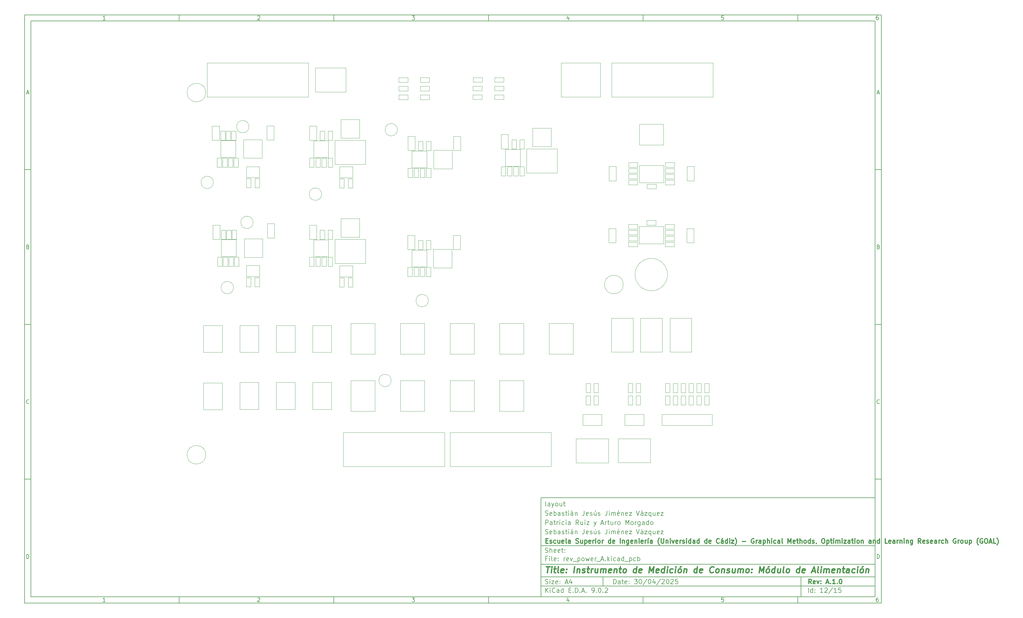
<source format=gbr>
%TF.GenerationSoftware,KiCad,Pcbnew,9.0.2*%
%TF.CreationDate,2025-11-09T23:00:08+01:00*%
%TF.ProjectId,rev_power_A,7265765f-706f-4776-9572-5f412e6b6963,A.1.0*%
%TF.SameCoordinates,Original*%
%TF.FileFunction,Other,User*%
%FSLAX46Y46*%
G04 Gerber Fmt 4.6, Leading zero omitted, Abs format (unit mm)*
G04 Created by KiCad (PCBNEW 9.0.2) date 2025-11-09 23:00:08*
%MOMM*%
%LPD*%
G01*
G04 APERTURE LIST*
%ADD10C,0.100000*%
%ADD11C,0.150000*%
%ADD12C,0.300000*%
%ADD13C,0.400000*%
%ADD14C,0.050000*%
G04 APERTURE END LIST*
D10*
D11*
X177002200Y-166007200D02*
X285002200Y-166007200D01*
X285002200Y-198007200D01*
X177002200Y-198007200D01*
X177002200Y-166007200D01*
D10*
D11*
X10000000Y-10000000D02*
X287002200Y-10000000D01*
X287002200Y-200007200D01*
X10000000Y-200007200D01*
X10000000Y-10000000D01*
D10*
D11*
X12000000Y-12000000D02*
X285002200Y-12000000D01*
X285002200Y-198007200D01*
X12000000Y-198007200D01*
X12000000Y-12000000D01*
D10*
D11*
X60000000Y-12000000D02*
X60000000Y-10000000D01*
D10*
D11*
X110000000Y-12000000D02*
X110000000Y-10000000D01*
D10*
D11*
X160000000Y-12000000D02*
X160000000Y-10000000D01*
D10*
D11*
X210000000Y-12000000D02*
X210000000Y-10000000D01*
D10*
D11*
X260000000Y-12000000D02*
X260000000Y-10000000D01*
D10*
D11*
X36089160Y-11593604D02*
X35346303Y-11593604D01*
X35717731Y-11593604D02*
X35717731Y-10293604D01*
X35717731Y-10293604D02*
X35593922Y-10479319D01*
X35593922Y-10479319D02*
X35470112Y-10603128D01*
X35470112Y-10603128D02*
X35346303Y-10665033D01*
D10*
D11*
X85346303Y-10417414D02*
X85408207Y-10355509D01*
X85408207Y-10355509D02*
X85532017Y-10293604D01*
X85532017Y-10293604D02*
X85841541Y-10293604D01*
X85841541Y-10293604D02*
X85965350Y-10355509D01*
X85965350Y-10355509D02*
X86027255Y-10417414D01*
X86027255Y-10417414D02*
X86089160Y-10541223D01*
X86089160Y-10541223D02*
X86089160Y-10665033D01*
X86089160Y-10665033D02*
X86027255Y-10850747D01*
X86027255Y-10850747D02*
X85284398Y-11593604D01*
X85284398Y-11593604D02*
X86089160Y-11593604D01*
D10*
D11*
X135284398Y-10293604D02*
X136089160Y-10293604D01*
X136089160Y-10293604D02*
X135655826Y-10788842D01*
X135655826Y-10788842D02*
X135841541Y-10788842D01*
X135841541Y-10788842D02*
X135965350Y-10850747D01*
X135965350Y-10850747D02*
X136027255Y-10912652D01*
X136027255Y-10912652D02*
X136089160Y-11036461D01*
X136089160Y-11036461D02*
X136089160Y-11345985D01*
X136089160Y-11345985D02*
X136027255Y-11469795D01*
X136027255Y-11469795D02*
X135965350Y-11531700D01*
X135965350Y-11531700D02*
X135841541Y-11593604D01*
X135841541Y-11593604D02*
X135470112Y-11593604D01*
X135470112Y-11593604D02*
X135346303Y-11531700D01*
X135346303Y-11531700D02*
X135284398Y-11469795D01*
D10*
D11*
X185965350Y-10726938D02*
X185965350Y-11593604D01*
X185655826Y-10231700D02*
X185346303Y-11160271D01*
X185346303Y-11160271D02*
X186151064Y-11160271D01*
D10*
D11*
X236027255Y-10293604D02*
X235408207Y-10293604D01*
X235408207Y-10293604D02*
X235346303Y-10912652D01*
X235346303Y-10912652D02*
X235408207Y-10850747D01*
X235408207Y-10850747D02*
X235532017Y-10788842D01*
X235532017Y-10788842D02*
X235841541Y-10788842D01*
X235841541Y-10788842D02*
X235965350Y-10850747D01*
X235965350Y-10850747D02*
X236027255Y-10912652D01*
X236027255Y-10912652D02*
X236089160Y-11036461D01*
X236089160Y-11036461D02*
X236089160Y-11345985D01*
X236089160Y-11345985D02*
X236027255Y-11469795D01*
X236027255Y-11469795D02*
X235965350Y-11531700D01*
X235965350Y-11531700D02*
X235841541Y-11593604D01*
X235841541Y-11593604D02*
X235532017Y-11593604D01*
X235532017Y-11593604D02*
X235408207Y-11531700D01*
X235408207Y-11531700D02*
X235346303Y-11469795D01*
D10*
D11*
X285965350Y-10293604D02*
X285717731Y-10293604D01*
X285717731Y-10293604D02*
X285593922Y-10355509D01*
X285593922Y-10355509D02*
X285532017Y-10417414D01*
X285532017Y-10417414D02*
X285408207Y-10603128D01*
X285408207Y-10603128D02*
X285346303Y-10850747D01*
X285346303Y-10850747D02*
X285346303Y-11345985D01*
X285346303Y-11345985D02*
X285408207Y-11469795D01*
X285408207Y-11469795D02*
X285470112Y-11531700D01*
X285470112Y-11531700D02*
X285593922Y-11593604D01*
X285593922Y-11593604D02*
X285841541Y-11593604D01*
X285841541Y-11593604D02*
X285965350Y-11531700D01*
X285965350Y-11531700D02*
X286027255Y-11469795D01*
X286027255Y-11469795D02*
X286089160Y-11345985D01*
X286089160Y-11345985D02*
X286089160Y-11036461D01*
X286089160Y-11036461D02*
X286027255Y-10912652D01*
X286027255Y-10912652D02*
X285965350Y-10850747D01*
X285965350Y-10850747D02*
X285841541Y-10788842D01*
X285841541Y-10788842D02*
X285593922Y-10788842D01*
X285593922Y-10788842D02*
X285470112Y-10850747D01*
X285470112Y-10850747D02*
X285408207Y-10912652D01*
X285408207Y-10912652D02*
X285346303Y-11036461D01*
D10*
D11*
X60000000Y-198007200D02*
X60000000Y-200007200D01*
D10*
D11*
X110000000Y-198007200D02*
X110000000Y-200007200D01*
D10*
D11*
X160000000Y-198007200D02*
X160000000Y-200007200D01*
D10*
D11*
X210000000Y-198007200D02*
X210000000Y-200007200D01*
D10*
D11*
X260000000Y-198007200D02*
X260000000Y-200007200D01*
D10*
D11*
X36089160Y-199600804D02*
X35346303Y-199600804D01*
X35717731Y-199600804D02*
X35717731Y-198300804D01*
X35717731Y-198300804D02*
X35593922Y-198486519D01*
X35593922Y-198486519D02*
X35470112Y-198610328D01*
X35470112Y-198610328D02*
X35346303Y-198672233D01*
D10*
D11*
X85346303Y-198424614D02*
X85408207Y-198362709D01*
X85408207Y-198362709D02*
X85532017Y-198300804D01*
X85532017Y-198300804D02*
X85841541Y-198300804D01*
X85841541Y-198300804D02*
X85965350Y-198362709D01*
X85965350Y-198362709D02*
X86027255Y-198424614D01*
X86027255Y-198424614D02*
X86089160Y-198548423D01*
X86089160Y-198548423D02*
X86089160Y-198672233D01*
X86089160Y-198672233D02*
X86027255Y-198857947D01*
X86027255Y-198857947D02*
X85284398Y-199600804D01*
X85284398Y-199600804D02*
X86089160Y-199600804D01*
D10*
D11*
X135284398Y-198300804D02*
X136089160Y-198300804D01*
X136089160Y-198300804D02*
X135655826Y-198796042D01*
X135655826Y-198796042D02*
X135841541Y-198796042D01*
X135841541Y-198796042D02*
X135965350Y-198857947D01*
X135965350Y-198857947D02*
X136027255Y-198919852D01*
X136027255Y-198919852D02*
X136089160Y-199043661D01*
X136089160Y-199043661D02*
X136089160Y-199353185D01*
X136089160Y-199353185D02*
X136027255Y-199476995D01*
X136027255Y-199476995D02*
X135965350Y-199538900D01*
X135965350Y-199538900D02*
X135841541Y-199600804D01*
X135841541Y-199600804D02*
X135470112Y-199600804D01*
X135470112Y-199600804D02*
X135346303Y-199538900D01*
X135346303Y-199538900D02*
X135284398Y-199476995D01*
D10*
D11*
X185965350Y-198734138D02*
X185965350Y-199600804D01*
X185655826Y-198238900D02*
X185346303Y-199167471D01*
X185346303Y-199167471D02*
X186151064Y-199167471D01*
D10*
D11*
X236027255Y-198300804D02*
X235408207Y-198300804D01*
X235408207Y-198300804D02*
X235346303Y-198919852D01*
X235346303Y-198919852D02*
X235408207Y-198857947D01*
X235408207Y-198857947D02*
X235532017Y-198796042D01*
X235532017Y-198796042D02*
X235841541Y-198796042D01*
X235841541Y-198796042D02*
X235965350Y-198857947D01*
X235965350Y-198857947D02*
X236027255Y-198919852D01*
X236027255Y-198919852D02*
X236089160Y-199043661D01*
X236089160Y-199043661D02*
X236089160Y-199353185D01*
X236089160Y-199353185D02*
X236027255Y-199476995D01*
X236027255Y-199476995D02*
X235965350Y-199538900D01*
X235965350Y-199538900D02*
X235841541Y-199600804D01*
X235841541Y-199600804D02*
X235532017Y-199600804D01*
X235532017Y-199600804D02*
X235408207Y-199538900D01*
X235408207Y-199538900D02*
X235346303Y-199476995D01*
D10*
D11*
X285965350Y-198300804D02*
X285717731Y-198300804D01*
X285717731Y-198300804D02*
X285593922Y-198362709D01*
X285593922Y-198362709D02*
X285532017Y-198424614D01*
X285532017Y-198424614D02*
X285408207Y-198610328D01*
X285408207Y-198610328D02*
X285346303Y-198857947D01*
X285346303Y-198857947D02*
X285346303Y-199353185D01*
X285346303Y-199353185D02*
X285408207Y-199476995D01*
X285408207Y-199476995D02*
X285470112Y-199538900D01*
X285470112Y-199538900D02*
X285593922Y-199600804D01*
X285593922Y-199600804D02*
X285841541Y-199600804D01*
X285841541Y-199600804D02*
X285965350Y-199538900D01*
X285965350Y-199538900D02*
X286027255Y-199476995D01*
X286027255Y-199476995D02*
X286089160Y-199353185D01*
X286089160Y-199353185D02*
X286089160Y-199043661D01*
X286089160Y-199043661D02*
X286027255Y-198919852D01*
X286027255Y-198919852D02*
X285965350Y-198857947D01*
X285965350Y-198857947D02*
X285841541Y-198796042D01*
X285841541Y-198796042D02*
X285593922Y-198796042D01*
X285593922Y-198796042D02*
X285470112Y-198857947D01*
X285470112Y-198857947D02*
X285408207Y-198919852D01*
X285408207Y-198919852D02*
X285346303Y-199043661D01*
D10*
D11*
X10000000Y-60000000D02*
X12000000Y-60000000D01*
D10*
D11*
X10000000Y-110000000D02*
X12000000Y-110000000D01*
D10*
D11*
X10000000Y-160000000D02*
X12000000Y-160000000D01*
D10*
D11*
X10690476Y-35222176D02*
X11309523Y-35222176D01*
X10566666Y-35593604D02*
X10999999Y-34293604D01*
X10999999Y-34293604D02*
X11433333Y-35593604D01*
D10*
D11*
X11092857Y-84912652D02*
X11278571Y-84974557D01*
X11278571Y-84974557D02*
X11340476Y-85036461D01*
X11340476Y-85036461D02*
X11402380Y-85160271D01*
X11402380Y-85160271D02*
X11402380Y-85345985D01*
X11402380Y-85345985D02*
X11340476Y-85469795D01*
X11340476Y-85469795D02*
X11278571Y-85531700D01*
X11278571Y-85531700D02*
X11154761Y-85593604D01*
X11154761Y-85593604D02*
X10659523Y-85593604D01*
X10659523Y-85593604D02*
X10659523Y-84293604D01*
X10659523Y-84293604D02*
X11092857Y-84293604D01*
X11092857Y-84293604D02*
X11216666Y-84355509D01*
X11216666Y-84355509D02*
X11278571Y-84417414D01*
X11278571Y-84417414D02*
X11340476Y-84541223D01*
X11340476Y-84541223D02*
X11340476Y-84665033D01*
X11340476Y-84665033D02*
X11278571Y-84788842D01*
X11278571Y-84788842D02*
X11216666Y-84850747D01*
X11216666Y-84850747D02*
X11092857Y-84912652D01*
X11092857Y-84912652D02*
X10659523Y-84912652D01*
D10*
D11*
X11402380Y-135469795D02*
X11340476Y-135531700D01*
X11340476Y-135531700D02*
X11154761Y-135593604D01*
X11154761Y-135593604D02*
X11030952Y-135593604D01*
X11030952Y-135593604D02*
X10845238Y-135531700D01*
X10845238Y-135531700D02*
X10721428Y-135407890D01*
X10721428Y-135407890D02*
X10659523Y-135284080D01*
X10659523Y-135284080D02*
X10597619Y-135036461D01*
X10597619Y-135036461D02*
X10597619Y-134850747D01*
X10597619Y-134850747D02*
X10659523Y-134603128D01*
X10659523Y-134603128D02*
X10721428Y-134479319D01*
X10721428Y-134479319D02*
X10845238Y-134355509D01*
X10845238Y-134355509D02*
X11030952Y-134293604D01*
X11030952Y-134293604D02*
X11154761Y-134293604D01*
X11154761Y-134293604D02*
X11340476Y-134355509D01*
X11340476Y-134355509D02*
X11402380Y-134417414D01*
D10*
D11*
X10659523Y-185593604D02*
X10659523Y-184293604D01*
X10659523Y-184293604D02*
X10969047Y-184293604D01*
X10969047Y-184293604D02*
X11154761Y-184355509D01*
X11154761Y-184355509D02*
X11278571Y-184479319D01*
X11278571Y-184479319D02*
X11340476Y-184603128D01*
X11340476Y-184603128D02*
X11402380Y-184850747D01*
X11402380Y-184850747D02*
X11402380Y-185036461D01*
X11402380Y-185036461D02*
X11340476Y-185284080D01*
X11340476Y-185284080D02*
X11278571Y-185407890D01*
X11278571Y-185407890D02*
X11154761Y-185531700D01*
X11154761Y-185531700D02*
X10969047Y-185593604D01*
X10969047Y-185593604D02*
X10659523Y-185593604D01*
D10*
D11*
X287002200Y-60000000D02*
X285002200Y-60000000D01*
D10*
D11*
X287002200Y-110000000D02*
X285002200Y-110000000D01*
D10*
D11*
X287002200Y-160000000D02*
X285002200Y-160000000D01*
D10*
D11*
X285692676Y-35222176D02*
X286311723Y-35222176D01*
X285568866Y-35593604D02*
X286002199Y-34293604D01*
X286002199Y-34293604D02*
X286435533Y-35593604D01*
D10*
D11*
X286095057Y-84912652D02*
X286280771Y-84974557D01*
X286280771Y-84974557D02*
X286342676Y-85036461D01*
X286342676Y-85036461D02*
X286404580Y-85160271D01*
X286404580Y-85160271D02*
X286404580Y-85345985D01*
X286404580Y-85345985D02*
X286342676Y-85469795D01*
X286342676Y-85469795D02*
X286280771Y-85531700D01*
X286280771Y-85531700D02*
X286156961Y-85593604D01*
X286156961Y-85593604D02*
X285661723Y-85593604D01*
X285661723Y-85593604D02*
X285661723Y-84293604D01*
X285661723Y-84293604D02*
X286095057Y-84293604D01*
X286095057Y-84293604D02*
X286218866Y-84355509D01*
X286218866Y-84355509D02*
X286280771Y-84417414D01*
X286280771Y-84417414D02*
X286342676Y-84541223D01*
X286342676Y-84541223D02*
X286342676Y-84665033D01*
X286342676Y-84665033D02*
X286280771Y-84788842D01*
X286280771Y-84788842D02*
X286218866Y-84850747D01*
X286218866Y-84850747D02*
X286095057Y-84912652D01*
X286095057Y-84912652D02*
X285661723Y-84912652D01*
D10*
D11*
X286404580Y-135469795D02*
X286342676Y-135531700D01*
X286342676Y-135531700D02*
X286156961Y-135593604D01*
X286156961Y-135593604D02*
X286033152Y-135593604D01*
X286033152Y-135593604D02*
X285847438Y-135531700D01*
X285847438Y-135531700D02*
X285723628Y-135407890D01*
X285723628Y-135407890D02*
X285661723Y-135284080D01*
X285661723Y-135284080D02*
X285599819Y-135036461D01*
X285599819Y-135036461D02*
X285599819Y-134850747D01*
X285599819Y-134850747D02*
X285661723Y-134603128D01*
X285661723Y-134603128D02*
X285723628Y-134479319D01*
X285723628Y-134479319D02*
X285847438Y-134355509D01*
X285847438Y-134355509D02*
X286033152Y-134293604D01*
X286033152Y-134293604D02*
X286156961Y-134293604D01*
X286156961Y-134293604D02*
X286342676Y-134355509D01*
X286342676Y-134355509D02*
X286404580Y-134417414D01*
D10*
D11*
X285661723Y-185593604D02*
X285661723Y-184293604D01*
X285661723Y-184293604D02*
X285971247Y-184293604D01*
X285971247Y-184293604D02*
X286156961Y-184355509D01*
X286156961Y-184355509D02*
X286280771Y-184479319D01*
X286280771Y-184479319D02*
X286342676Y-184603128D01*
X286342676Y-184603128D02*
X286404580Y-184850747D01*
X286404580Y-184850747D02*
X286404580Y-185036461D01*
X286404580Y-185036461D02*
X286342676Y-185284080D01*
X286342676Y-185284080D02*
X286280771Y-185407890D01*
X286280771Y-185407890D02*
X286156961Y-185531700D01*
X286156961Y-185531700D02*
X285971247Y-185593604D01*
X285971247Y-185593604D02*
X285661723Y-185593604D01*
D10*
D11*
X200458026Y-193793328D02*
X200458026Y-192293328D01*
X200458026Y-192293328D02*
X200815169Y-192293328D01*
X200815169Y-192293328D02*
X201029455Y-192364757D01*
X201029455Y-192364757D02*
X201172312Y-192507614D01*
X201172312Y-192507614D02*
X201243741Y-192650471D01*
X201243741Y-192650471D02*
X201315169Y-192936185D01*
X201315169Y-192936185D02*
X201315169Y-193150471D01*
X201315169Y-193150471D02*
X201243741Y-193436185D01*
X201243741Y-193436185D02*
X201172312Y-193579042D01*
X201172312Y-193579042D02*
X201029455Y-193721900D01*
X201029455Y-193721900D02*
X200815169Y-193793328D01*
X200815169Y-193793328D02*
X200458026Y-193793328D01*
X202600884Y-193793328D02*
X202600884Y-193007614D01*
X202600884Y-193007614D02*
X202529455Y-192864757D01*
X202529455Y-192864757D02*
X202386598Y-192793328D01*
X202386598Y-192793328D02*
X202100884Y-192793328D01*
X202100884Y-192793328D02*
X201958026Y-192864757D01*
X202600884Y-193721900D02*
X202458026Y-193793328D01*
X202458026Y-193793328D02*
X202100884Y-193793328D01*
X202100884Y-193793328D02*
X201958026Y-193721900D01*
X201958026Y-193721900D02*
X201886598Y-193579042D01*
X201886598Y-193579042D02*
X201886598Y-193436185D01*
X201886598Y-193436185D02*
X201958026Y-193293328D01*
X201958026Y-193293328D02*
X202100884Y-193221900D01*
X202100884Y-193221900D02*
X202458026Y-193221900D01*
X202458026Y-193221900D02*
X202600884Y-193150471D01*
X203100884Y-192793328D02*
X203672312Y-192793328D01*
X203315169Y-192293328D02*
X203315169Y-193579042D01*
X203315169Y-193579042D02*
X203386598Y-193721900D01*
X203386598Y-193721900D02*
X203529455Y-193793328D01*
X203529455Y-193793328D02*
X203672312Y-193793328D01*
X204743741Y-193721900D02*
X204600884Y-193793328D01*
X204600884Y-193793328D02*
X204315170Y-193793328D01*
X204315170Y-193793328D02*
X204172312Y-193721900D01*
X204172312Y-193721900D02*
X204100884Y-193579042D01*
X204100884Y-193579042D02*
X204100884Y-193007614D01*
X204100884Y-193007614D02*
X204172312Y-192864757D01*
X204172312Y-192864757D02*
X204315170Y-192793328D01*
X204315170Y-192793328D02*
X204600884Y-192793328D01*
X204600884Y-192793328D02*
X204743741Y-192864757D01*
X204743741Y-192864757D02*
X204815170Y-193007614D01*
X204815170Y-193007614D02*
X204815170Y-193150471D01*
X204815170Y-193150471D02*
X204100884Y-193293328D01*
X205458026Y-193650471D02*
X205529455Y-193721900D01*
X205529455Y-193721900D02*
X205458026Y-193793328D01*
X205458026Y-193793328D02*
X205386598Y-193721900D01*
X205386598Y-193721900D02*
X205458026Y-193650471D01*
X205458026Y-193650471D02*
X205458026Y-193793328D01*
X205458026Y-192864757D02*
X205529455Y-192936185D01*
X205529455Y-192936185D02*
X205458026Y-193007614D01*
X205458026Y-193007614D02*
X205386598Y-192936185D01*
X205386598Y-192936185D02*
X205458026Y-192864757D01*
X205458026Y-192864757D02*
X205458026Y-193007614D01*
X207172312Y-192293328D02*
X208100884Y-192293328D01*
X208100884Y-192293328D02*
X207600884Y-192864757D01*
X207600884Y-192864757D02*
X207815169Y-192864757D01*
X207815169Y-192864757D02*
X207958027Y-192936185D01*
X207958027Y-192936185D02*
X208029455Y-193007614D01*
X208029455Y-193007614D02*
X208100884Y-193150471D01*
X208100884Y-193150471D02*
X208100884Y-193507614D01*
X208100884Y-193507614D02*
X208029455Y-193650471D01*
X208029455Y-193650471D02*
X207958027Y-193721900D01*
X207958027Y-193721900D02*
X207815169Y-193793328D01*
X207815169Y-193793328D02*
X207386598Y-193793328D01*
X207386598Y-193793328D02*
X207243741Y-193721900D01*
X207243741Y-193721900D02*
X207172312Y-193650471D01*
X209029455Y-192293328D02*
X209172312Y-192293328D01*
X209172312Y-192293328D02*
X209315169Y-192364757D01*
X209315169Y-192364757D02*
X209386598Y-192436185D01*
X209386598Y-192436185D02*
X209458026Y-192579042D01*
X209458026Y-192579042D02*
X209529455Y-192864757D01*
X209529455Y-192864757D02*
X209529455Y-193221900D01*
X209529455Y-193221900D02*
X209458026Y-193507614D01*
X209458026Y-193507614D02*
X209386598Y-193650471D01*
X209386598Y-193650471D02*
X209315169Y-193721900D01*
X209315169Y-193721900D02*
X209172312Y-193793328D01*
X209172312Y-193793328D02*
X209029455Y-193793328D01*
X209029455Y-193793328D02*
X208886598Y-193721900D01*
X208886598Y-193721900D02*
X208815169Y-193650471D01*
X208815169Y-193650471D02*
X208743740Y-193507614D01*
X208743740Y-193507614D02*
X208672312Y-193221900D01*
X208672312Y-193221900D02*
X208672312Y-192864757D01*
X208672312Y-192864757D02*
X208743740Y-192579042D01*
X208743740Y-192579042D02*
X208815169Y-192436185D01*
X208815169Y-192436185D02*
X208886598Y-192364757D01*
X208886598Y-192364757D02*
X209029455Y-192293328D01*
X211243740Y-192221900D02*
X209958026Y-194150471D01*
X212029455Y-192293328D02*
X212172312Y-192293328D01*
X212172312Y-192293328D02*
X212315169Y-192364757D01*
X212315169Y-192364757D02*
X212386598Y-192436185D01*
X212386598Y-192436185D02*
X212458026Y-192579042D01*
X212458026Y-192579042D02*
X212529455Y-192864757D01*
X212529455Y-192864757D02*
X212529455Y-193221900D01*
X212529455Y-193221900D02*
X212458026Y-193507614D01*
X212458026Y-193507614D02*
X212386598Y-193650471D01*
X212386598Y-193650471D02*
X212315169Y-193721900D01*
X212315169Y-193721900D02*
X212172312Y-193793328D01*
X212172312Y-193793328D02*
X212029455Y-193793328D01*
X212029455Y-193793328D02*
X211886598Y-193721900D01*
X211886598Y-193721900D02*
X211815169Y-193650471D01*
X211815169Y-193650471D02*
X211743740Y-193507614D01*
X211743740Y-193507614D02*
X211672312Y-193221900D01*
X211672312Y-193221900D02*
X211672312Y-192864757D01*
X211672312Y-192864757D02*
X211743740Y-192579042D01*
X211743740Y-192579042D02*
X211815169Y-192436185D01*
X211815169Y-192436185D02*
X211886598Y-192364757D01*
X211886598Y-192364757D02*
X212029455Y-192293328D01*
X213815169Y-192793328D02*
X213815169Y-193793328D01*
X213458026Y-192221900D02*
X213100883Y-193293328D01*
X213100883Y-193293328D02*
X214029454Y-193293328D01*
X215672311Y-192221900D02*
X214386597Y-194150471D01*
X216100883Y-192436185D02*
X216172311Y-192364757D01*
X216172311Y-192364757D02*
X216315169Y-192293328D01*
X216315169Y-192293328D02*
X216672311Y-192293328D01*
X216672311Y-192293328D02*
X216815169Y-192364757D01*
X216815169Y-192364757D02*
X216886597Y-192436185D01*
X216886597Y-192436185D02*
X216958026Y-192579042D01*
X216958026Y-192579042D02*
X216958026Y-192721900D01*
X216958026Y-192721900D02*
X216886597Y-192936185D01*
X216886597Y-192936185D02*
X216029454Y-193793328D01*
X216029454Y-193793328D02*
X216958026Y-193793328D01*
X217886597Y-192293328D02*
X218029454Y-192293328D01*
X218029454Y-192293328D02*
X218172311Y-192364757D01*
X218172311Y-192364757D02*
X218243740Y-192436185D01*
X218243740Y-192436185D02*
X218315168Y-192579042D01*
X218315168Y-192579042D02*
X218386597Y-192864757D01*
X218386597Y-192864757D02*
X218386597Y-193221900D01*
X218386597Y-193221900D02*
X218315168Y-193507614D01*
X218315168Y-193507614D02*
X218243740Y-193650471D01*
X218243740Y-193650471D02*
X218172311Y-193721900D01*
X218172311Y-193721900D02*
X218029454Y-193793328D01*
X218029454Y-193793328D02*
X217886597Y-193793328D01*
X217886597Y-193793328D02*
X217743740Y-193721900D01*
X217743740Y-193721900D02*
X217672311Y-193650471D01*
X217672311Y-193650471D02*
X217600882Y-193507614D01*
X217600882Y-193507614D02*
X217529454Y-193221900D01*
X217529454Y-193221900D02*
X217529454Y-192864757D01*
X217529454Y-192864757D02*
X217600882Y-192579042D01*
X217600882Y-192579042D02*
X217672311Y-192436185D01*
X217672311Y-192436185D02*
X217743740Y-192364757D01*
X217743740Y-192364757D02*
X217886597Y-192293328D01*
X218958025Y-192436185D02*
X219029453Y-192364757D01*
X219029453Y-192364757D02*
X219172311Y-192293328D01*
X219172311Y-192293328D02*
X219529453Y-192293328D01*
X219529453Y-192293328D02*
X219672311Y-192364757D01*
X219672311Y-192364757D02*
X219743739Y-192436185D01*
X219743739Y-192436185D02*
X219815168Y-192579042D01*
X219815168Y-192579042D02*
X219815168Y-192721900D01*
X219815168Y-192721900D02*
X219743739Y-192936185D01*
X219743739Y-192936185D02*
X218886596Y-193793328D01*
X218886596Y-193793328D02*
X219815168Y-193793328D01*
X221172310Y-192293328D02*
X220458024Y-192293328D01*
X220458024Y-192293328D02*
X220386596Y-193007614D01*
X220386596Y-193007614D02*
X220458024Y-192936185D01*
X220458024Y-192936185D02*
X220600882Y-192864757D01*
X220600882Y-192864757D02*
X220958024Y-192864757D01*
X220958024Y-192864757D02*
X221100882Y-192936185D01*
X221100882Y-192936185D02*
X221172310Y-193007614D01*
X221172310Y-193007614D02*
X221243739Y-193150471D01*
X221243739Y-193150471D02*
X221243739Y-193507614D01*
X221243739Y-193507614D02*
X221172310Y-193650471D01*
X221172310Y-193650471D02*
X221100882Y-193721900D01*
X221100882Y-193721900D02*
X220958024Y-193793328D01*
X220958024Y-193793328D02*
X220600882Y-193793328D01*
X220600882Y-193793328D02*
X220458024Y-193721900D01*
X220458024Y-193721900D02*
X220386596Y-193650471D01*
D10*
D11*
X177002200Y-194507200D02*
X285002200Y-194507200D01*
D10*
D11*
X178458026Y-196593328D02*
X178458026Y-195093328D01*
X179315169Y-196593328D02*
X178672312Y-195736185D01*
X179315169Y-195093328D02*
X178458026Y-195950471D01*
X179958026Y-196593328D02*
X179958026Y-195593328D01*
X179958026Y-195093328D02*
X179886598Y-195164757D01*
X179886598Y-195164757D02*
X179958026Y-195236185D01*
X179958026Y-195236185D02*
X180029455Y-195164757D01*
X180029455Y-195164757D02*
X179958026Y-195093328D01*
X179958026Y-195093328D02*
X179958026Y-195236185D01*
X181529455Y-196450471D02*
X181458027Y-196521900D01*
X181458027Y-196521900D02*
X181243741Y-196593328D01*
X181243741Y-196593328D02*
X181100884Y-196593328D01*
X181100884Y-196593328D02*
X180886598Y-196521900D01*
X180886598Y-196521900D02*
X180743741Y-196379042D01*
X180743741Y-196379042D02*
X180672312Y-196236185D01*
X180672312Y-196236185D02*
X180600884Y-195950471D01*
X180600884Y-195950471D02*
X180600884Y-195736185D01*
X180600884Y-195736185D02*
X180672312Y-195450471D01*
X180672312Y-195450471D02*
X180743741Y-195307614D01*
X180743741Y-195307614D02*
X180886598Y-195164757D01*
X180886598Y-195164757D02*
X181100884Y-195093328D01*
X181100884Y-195093328D02*
X181243741Y-195093328D01*
X181243741Y-195093328D02*
X181458027Y-195164757D01*
X181458027Y-195164757D02*
X181529455Y-195236185D01*
X182815170Y-196593328D02*
X182815170Y-195807614D01*
X182815170Y-195807614D02*
X182743741Y-195664757D01*
X182743741Y-195664757D02*
X182600884Y-195593328D01*
X182600884Y-195593328D02*
X182315170Y-195593328D01*
X182315170Y-195593328D02*
X182172312Y-195664757D01*
X182815170Y-196521900D02*
X182672312Y-196593328D01*
X182672312Y-196593328D02*
X182315170Y-196593328D01*
X182315170Y-196593328D02*
X182172312Y-196521900D01*
X182172312Y-196521900D02*
X182100884Y-196379042D01*
X182100884Y-196379042D02*
X182100884Y-196236185D01*
X182100884Y-196236185D02*
X182172312Y-196093328D01*
X182172312Y-196093328D02*
X182315170Y-196021900D01*
X182315170Y-196021900D02*
X182672312Y-196021900D01*
X182672312Y-196021900D02*
X182815170Y-195950471D01*
X184172313Y-196593328D02*
X184172313Y-195093328D01*
X184172313Y-196521900D02*
X184029455Y-196593328D01*
X184029455Y-196593328D02*
X183743741Y-196593328D01*
X183743741Y-196593328D02*
X183600884Y-196521900D01*
X183600884Y-196521900D02*
X183529455Y-196450471D01*
X183529455Y-196450471D02*
X183458027Y-196307614D01*
X183458027Y-196307614D02*
X183458027Y-195879042D01*
X183458027Y-195879042D02*
X183529455Y-195736185D01*
X183529455Y-195736185D02*
X183600884Y-195664757D01*
X183600884Y-195664757D02*
X183743741Y-195593328D01*
X183743741Y-195593328D02*
X184029455Y-195593328D01*
X184029455Y-195593328D02*
X184172313Y-195664757D01*
X186029455Y-195807614D02*
X186529455Y-195807614D01*
X186743741Y-196593328D02*
X186029455Y-196593328D01*
X186029455Y-196593328D02*
X186029455Y-195093328D01*
X186029455Y-195093328D02*
X186743741Y-195093328D01*
X187386598Y-196450471D02*
X187458027Y-196521900D01*
X187458027Y-196521900D02*
X187386598Y-196593328D01*
X187386598Y-196593328D02*
X187315170Y-196521900D01*
X187315170Y-196521900D02*
X187386598Y-196450471D01*
X187386598Y-196450471D02*
X187386598Y-196593328D01*
X188100884Y-196593328D02*
X188100884Y-195093328D01*
X188100884Y-195093328D02*
X188458027Y-195093328D01*
X188458027Y-195093328D02*
X188672313Y-195164757D01*
X188672313Y-195164757D02*
X188815170Y-195307614D01*
X188815170Y-195307614D02*
X188886599Y-195450471D01*
X188886599Y-195450471D02*
X188958027Y-195736185D01*
X188958027Y-195736185D02*
X188958027Y-195950471D01*
X188958027Y-195950471D02*
X188886599Y-196236185D01*
X188886599Y-196236185D02*
X188815170Y-196379042D01*
X188815170Y-196379042D02*
X188672313Y-196521900D01*
X188672313Y-196521900D02*
X188458027Y-196593328D01*
X188458027Y-196593328D02*
X188100884Y-196593328D01*
X189600884Y-196450471D02*
X189672313Y-196521900D01*
X189672313Y-196521900D02*
X189600884Y-196593328D01*
X189600884Y-196593328D02*
X189529456Y-196521900D01*
X189529456Y-196521900D02*
X189600884Y-196450471D01*
X189600884Y-196450471D02*
X189600884Y-196593328D01*
X190243742Y-196164757D02*
X190958028Y-196164757D01*
X190100885Y-196593328D02*
X190600885Y-195093328D01*
X190600885Y-195093328D02*
X191100885Y-196593328D01*
X191600884Y-196450471D02*
X191672313Y-196521900D01*
X191672313Y-196521900D02*
X191600884Y-196593328D01*
X191600884Y-196593328D02*
X191529456Y-196521900D01*
X191529456Y-196521900D02*
X191600884Y-196450471D01*
X191600884Y-196450471D02*
X191600884Y-196593328D01*
X193529456Y-196593328D02*
X193815170Y-196593328D01*
X193815170Y-196593328D02*
X193958027Y-196521900D01*
X193958027Y-196521900D02*
X194029456Y-196450471D01*
X194029456Y-196450471D02*
X194172313Y-196236185D01*
X194172313Y-196236185D02*
X194243742Y-195950471D01*
X194243742Y-195950471D02*
X194243742Y-195379042D01*
X194243742Y-195379042D02*
X194172313Y-195236185D01*
X194172313Y-195236185D02*
X194100885Y-195164757D01*
X194100885Y-195164757D02*
X193958027Y-195093328D01*
X193958027Y-195093328D02*
X193672313Y-195093328D01*
X193672313Y-195093328D02*
X193529456Y-195164757D01*
X193529456Y-195164757D02*
X193458027Y-195236185D01*
X193458027Y-195236185D02*
X193386599Y-195379042D01*
X193386599Y-195379042D02*
X193386599Y-195736185D01*
X193386599Y-195736185D02*
X193458027Y-195879042D01*
X193458027Y-195879042D02*
X193529456Y-195950471D01*
X193529456Y-195950471D02*
X193672313Y-196021900D01*
X193672313Y-196021900D02*
X193958027Y-196021900D01*
X193958027Y-196021900D02*
X194100885Y-195950471D01*
X194100885Y-195950471D02*
X194172313Y-195879042D01*
X194172313Y-195879042D02*
X194243742Y-195736185D01*
X194886598Y-196450471D02*
X194958027Y-196521900D01*
X194958027Y-196521900D02*
X194886598Y-196593328D01*
X194886598Y-196593328D02*
X194815170Y-196521900D01*
X194815170Y-196521900D02*
X194886598Y-196450471D01*
X194886598Y-196450471D02*
X194886598Y-196593328D01*
X195886599Y-195093328D02*
X196029456Y-195093328D01*
X196029456Y-195093328D02*
X196172313Y-195164757D01*
X196172313Y-195164757D02*
X196243742Y-195236185D01*
X196243742Y-195236185D02*
X196315170Y-195379042D01*
X196315170Y-195379042D02*
X196386599Y-195664757D01*
X196386599Y-195664757D02*
X196386599Y-196021900D01*
X196386599Y-196021900D02*
X196315170Y-196307614D01*
X196315170Y-196307614D02*
X196243742Y-196450471D01*
X196243742Y-196450471D02*
X196172313Y-196521900D01*
X196172313Y-196521900D02*
X196029456Y-196593328D01*
X196029456Y-196593328D02*
X195886599Y-196593328D01*
X195886599Y-196593328D02*
X195743742Y-196521900D01*
X195743742Y-196521900D02*
X195672313Y-196450471D01*
X195672313Y-196450471D02*
X195600884Y-196307614D01*
X195600884Y-196307614D02*
X195529456Y-196021900D01*
X195529456Y-196021900D02*
X195529456Y-195664757D01*
X195529456Y-195664757D02*
X195600884Y-195379042D01*
X195600884Y-195379042D02*
X195672313Y-195236185D01*
X195672313Y-195236185D02*
X195743742Y-195164757D01*
X195743742Y-195164757D02*
X195886599Y-195093328D01*
X197029455Y-196450471D02*
X197100884Y-196521900D01*
X197100884Y-196521900D02*
X197029455Y-196593328D01*
X197029455Y-196593328D02*
X196958027Y-196521900D01*
X196958027Y-196521900D02*
X197029455Y-196450471D01*
X197029455Y-196450471D02*
X197029455Y-196593328D01*
X197672313Y-195236185D02*
X197743741Y-195164757D01*
X197743741Y-195164757D02*
X197886599Y-195093328D01*
X197886599Y-195093328D02*
X198243741Y-195093328D01*
X198243741Y-195093328D02*
X198386599Y-195164757D01*
X198386599Y-195164757D02*
X198458027Y-195236185D01*
X198458027Y-195236185D02*
X198529456Y-195379042D01*
X198529456Y-195379042D02*
X198529456Y-195521900D01*
X198529456Y-195521900D02*
X198458027Y-195736185D01*
X198458027Y-195736185D02*
X197600884Y-196593328D01*
X197600884Y-196593328D02*
X198529456Y-196593328D01*
D10*
D11*
X177002200Y-191507200D02*
X285002200Y-191507200D01*
D10*
D12*
X264413853Y-193785528D02*
X263913853Y-193071242D01*
X263556710Y-193785528D02*
X263556710Y-192285528D01*
X263556710Y-192285528D02*
X264128139Y-192285528D01*
X264128139Y-192285528D02*
X264270996Y-192356957D01*
X264270996Y-192356957D02*
X264342425Y-192428385D01*
X264342425Y-192428385D02*
X264413853Y-192571242D01*
X264413853Y-192571242D02*
X264413853Y-192785528D01*
X264413853Y-192785528D02*
X264342425Y-192928385D01*
X264342425Y-192928385D02*
X264270996Y-192999814D01*
X264270996Y-192999814D02*
X264128139Y-193071242D01*
X264128139Y-193071242D02*
X263556710Y-193071242D01*
X265628139Y-193714100D02*
X265485282Y-193785528D01*
X265485282Y-193785528D02*
X265199568Y-193785528D01*
X265199568Y-193785528D02*
X265056710Y-193714100D01*
X265056710Y-193714100D02*
X264985282Y-193571242D01*
X264985282Y-193571242D02*
X264985282Y-192999814D01*
X264985282Y-192999814D02*
X265056710Y-192856957D01*
X265056710Y-192856957D02*
X265199568Y-192785528D01*
X265199568Y-192785528D02*
X265485282Y-192785528D01*
X265485282Y-192785528D02*
X265628139Y-192856957D01*
X265628139Y-192856957D02*
X265699568Y-192999814D01*
X265699568Y-192999814D02*
X265699568Y-193142671D01*
X265699568Y-193142671D02*
X264985282Y-193285528D01*
X266199567Y-192785528D02*
X266556710Y-193785528D01*
X266556710Y-193785528D02*
X266913853Y-192785528D01*
X267485281Y-193642671D02*
X267556710Y-193714100D01*
X267556710Y-193714100D02*
X267485281Y-193785528D01*
X267485281Y-193785528D02*
X267413853Y-193714100D01*
X267413853Y-193714100D02*
X267485281Y-193642671D01*
X267485281Y-193642671D02*
X267485281Y-193785528D01*
X267485281Y-192856957D02*
X267556710Y-192928385D01*
X267556710Y-192928385D02*
X267485281Y-192999814D01*
X267485281Y-192999814D02*
X267413853Y-192928385D01*
X267413853Y-192928385D02*
X267485281Y-192856957D01*
X267485281Y-192856957D02*
X267485281Y-192999814D01*
X269270996Y-193356957D02*
X269985282Y-193356957D01*
X269128139Y-193785528D02*
X269628139Y-192285528D01*
X269628139Y-192285528D02*
X270128139Y-193785528D01*
X270628138Y-193642671D02*
X270699567Y-193714100D01*
X270699567Y-193714100D02*
X270628138Y-193785528D01*
X270628138Y-193785528D02*
X270556710Y-193714100D01*
X270556710Y-193714100D02*
X270628138Y-193642671D01*
X270628138Y-193642671D02*
X270628138Y-193785528D01*
X272128139Y-193785528D02*
X271270996Y-193785528D01*
X271699567Y-193785528D02*
X271699567Y-192285528D01*
X271699567Y-192285528D02*
X271556710Y-192499814D01*
X271556710Y-192499814D02*
X271413853Y-192642671D01*
X271413853Y-192642671D02*
X271270996Y-192714100D01*
X272770995Y-193642671D02*
X272842424Y-193714100D01*
X272842424Y-193714100D02*
X272770995Y-193785528D01*
X272770995Y-193785528D02*
X272699567Y-193714100D01*
X272699567Y-193714100D02*
X272770995Y-193642671D01*
X272770995Y-193642671D02*
X272770995Y-193785528D01*
X273770996Y-192285528D02*
X273913853Y-192285528D01*
X273913853Y-192285528D02*
X274056710Y-192356957D01*
X274056710Y-192356957D02*
X274128139Y-192428385D01*
X274128139Y-192428385D02*
X274199567Y-192571242D01*
X274199567Y-192571242D02*
X274270996Y-192856957D01*
X274270996Y-192856957D02*
X274270996Y-193214100D01*
X274270996Y-193214100D02*
X274199567Y-193499814D01*
X274199567Y-193499814D02*
X274128139Y-193642671D01*
X274128139Y-193642671D02*
X274056710Y-193714100D01*
X274056710Y-193714100D02*
X273913853Y-193785528D01*
X273913853Y-193785528D02*
X273770996Y-193785528D01*
X273770996Y-193785528D02*
X273628139Y-193714100D01*
X273628139Y-193714100D02*
X273556710Y-193642671D01*
X273556710Y-193642671D02*
X273485281Y-193499814D01*
X273485281Y-193499814D02*
X273413853Y-193214100D01*
X273413853Y-193214100D02*
X273413853Y-192856957D01*
X273413853Y-192856957D02*
X273485281Y-192571242D01*
X273485281Y-192571242D02*
X273556710Y-192428385D01*
X273556710Y-192428385D02*
X273628139Y-192356957D01*
X273628139Y-192356957D02*
X273770996Y-192285528D01*
D10*
D11*
X178386598Y-193721900D02*
X178600884Y-193793328D01*
X178600884Y-193793328D02*
X178958026Y-193793328D01*
X178958026Y-193793328D02*
X179100884Y-193721900D01*
X179100884Y-193721900D02*
X179172312Y-193650471D01*
X179172312Y-193650471D02*
X179243741Y-193507614D01*
X179243741Y-193507614D02*
X179243741Y-193364757D01*
X179243741Y-193364757D02*
X179172312Y-193221900D01*
X179172312Y-193221900D02*
X179100884Y-193150471D01*
X179100884Y-193150471D02*
X178958026Y-193079042D01*
X178958026Y-193079042D02*
X178672312Y-193007614D01*
X178672312Y-193007614D02*
X178529455Y-192936185D01*
X178529455Y-192936185D02*
X178458026Y-192864757D01*
X178458026Y-192864757D02*
X178386598Y-192721900D01*
X178386598Y-192721900D02*
X178386598Y-192579042D01*
X178386598Y-192579042D02*
X178458026Y-192436185D01*
X178458026Y-192436185D02*
X178529455Y-192364757D01*
X178529455Y-192364757D02*
X178672312Y-192293328D01*
X178672312Y-192293328D02*
X179029455Y-192293328D01*
X179029455Y-192293328D02*
X179243741Y-192364757D01*
X179886597Y-193793328D02*
X179886597Y-192793328D01*
X179886597Y-192293328D02*
X179815169Y-192364757D01*
X179815169Y-192364757D02*
X179886597Y-192436185D01*
X179886597Y-192436185D02*
X179958026Y-192364757D01*
X179958026Y-192364757D02*
X179886597Y-192293328D01*
X179886597Y-192293328D02*
X179886597Y-192436185D01*
X180458026Y-192793328D02*
X181243741Y-192793328D01*
X181243741Y-192793328D02*
X180458026Y-193793328D01*
X180458026Y-193793328D02*
X181243741Y-193793328D01*
X182386598Y-193721900D02*
X182243741Y-193793328D01*
X182243741Y-193793328D02*
X181958027Y-193793328D01*
X181958027Y-193793328D02*
X181815169Y-193721900D01*
X181815169Y-193721900D02*
X181743741Y-193579042D01*
X181743741Y-193579042D02*
X181743741Y-193007614D01*
X181743741Y-193007614D02*
X181815169Y-192864757D01*
X181815169Y-192864757D02*
X181958027Y-192793328D01*
X181958027Y-192793328D02*
X182243741Y-192793328D01*
X182243741Y-192793328D02*
X182386598Y-192864757D01*
X182386598Y-192864757D02*
X182458027Y-193007614D01*
X182458027Y-193007614D02*
X182458027Y-193150471D01*
X182458027Y-193150471D02*
X181743741Y-193293328D01*
X183100883Y-193650471D02*
X183172312Y-193721900D01*
X183172312Y-193721900D02*
X183100883Y-193793328D01*
X183100883Y-193793328D02*
X183029455Y-193721900D01*
X183029455Y-193721900D02*
X183100883Y-193650471D01*
X183100883Y-193650471D02*
X183100883Y-193793328D01*
X183100883Y-192864757D02*
X183172312Y-192936185D01*
X183172312Y-192936185D02*
X183100883Y-193007614D01*
X183100883Y-193007614D02*
X183029455Y-192936185D01*
X183029455Y-192936185D02*
X183100883Y-192864757D01*
X183100883Y-192864757D02*
X183100883Y-193007614D01*
X184886598Y-193364757D02*
X185600884Y-193364757D01*
X184743741Y-193793328D02*
X185243741Y-192293328D01*
X185243741Y-192293328D02*
X185743741Y-193793328D01*
X186886598Y-192793328D02*
X186886598Y-193793328D01*
X186529455Y-192221900D02*
X186172312Y-193293328D01*
X186172312Y-193293328D02*
X187100883Y-193293328D01*
D10*
D11*
X263458026Y-196593328D02*
X263458026Y-195093328D01*
X264815170Y-196593328D02*
X264815170Y-195093328D01*
X264815170Y-196521900D02*
X264672312Y-196593328D01*
X264672312Y-196593328D02*
X264386598Y-196593328D01*
X264386598Y-196593328D02*
X264243741Y-196521900D01*
X264243741Y-196521900D02*
X264172312Y-196450471D01*
X264172312Y-196450471D02*
X264100884Y-196307614D01*
X264100884Y-196307614D02*
X264100884Y-195879042D01*
X264100884Y-195879042D02*
X264172312Y-195736185D01*
X264172312Y-195736185D02*
X264243741Y-195664757D01*
X264243741Y-195664757D02*
X264386598Y-195593328D01*
X264386598Y-195593328D02*
X264672312Y-195593328D01*
X264672312Y-195593328D02*
X264815170Y-195664757D01*
X265529455Y-196450471D02*
X265600884Y-196521900D01*
X265600884Y-196521900D02*
X265529455Y-196593328D01*
X265529455Y-196593328D02*
X265458027Y-196521900D01*
X265458027Y-196521900D02*
X265529455Y-196450471D01*
X265529455Y-196450471D02*
X265529455Y-196593328D01*
X265529455Y-195664757D02*
X265600884Y-195736185D01*
X265600884Y-195736185D02*
X265529455Y-195807614D01*
X265529455Y-195807614D02*
X265458027Y-195736185D01*
X265458027Y-195736185D02*
X265529455Y-195664757D01*
X265529455Y-195664757D02*
X265529455Y-195807614D01*
X268172313Y-196593328D02*
X267315170Y-196593328D01*
X267743741Y-196593328D02*
X267743741Y-195093328D01*
X267743741Y-195093328D02*
X267600884Y-195307614D01*
X267600884Y-195307614D02*
X267458027Y-195450471D01*
X267458027Y-195450471D02*
X267315170Y-195521900D01*
X268743741Y-195236185D02*
X268815169Y-195164757D01*
X268815169Y-195164757D02*
X268958027Y-195093328D01*
X268958027Y-195093328D02*
X269315169Y-195093328D01*
X269315169Y-195093328D02*
X269458027Y-195164757D01*
X269458027Y-195164757D02*
X269529455Y-195236185D01*
X269529455Y-195236185D02*
X269600884Y-195379042D01*
X269600884Y-195379042D02*
X269600884Y-195521900D01*
X269600884Y-195521900D02*
X269529455Y-195736185D01*
X269529455Y-195736185D02*
X268672312Y-196593328D01*
X268672312Y-196593328D02*
X269600884Y-196593328D01*
X271315169Y-195021900D02*
X270029455Y-196950471D01*
X272600884Y-196593328D02*
X271743741Y-196593328D01*
X272172312Y-196593328D02*
X272172312Y-195093328D01*
X272172312Y-195093328D02*
X272029455Y-195307614D01*
X272029455Y-195307614D02*
X271886598Y-195450471D01*
X271886598Y-195450471D02*
X271743741Y-195521900D01*
X273958026Y-195093328D02*
X273243740Y-195093328D01*
X273243740Y-195093328D02*
X273172312Y-195807614D01*
X273172312Y-195807614D02*
X273243740Y-195736185D01*
X273243740Y-195736185D02*
X273386598Y-195664757D01*
X273386598Y-195664757D02*
X273743740Y-195664757D01*
X273743740Y-195664757D02*
X273886598Y-195736185D01*
X273886598Y-195736185D02*
X273958026Y-195807614D01*
X273958026Y-195807614D02*
X274029455Y-195950471D01*
X274029455Y-195950471D02*
X274029455Y-196307614D01*
X274029455Y-196307614D02*
X273958026Y-196450471D01*
X273958026Y-196450471D02*
X273886598Y-196521900D01*
X273886598Y-196521900D02*
X273743740Y-196593328D01*
X273743740Y-196593328D02*
X273386598Y-196593328D01*
X273386598Y-196593328D02*
X273243740Y-196521900D01*
X273243740Y-196521900D02*
X273172312Y-196450471D01*
D10*
D11*
X177002200Y-187507200D02*
X285002200Y-187507200D01*
D10*
D13*
X178693928Y-188211638D02*
X179836785Y-188211638D01*
X179015357Y-190211638D02*
X179265357Y-188211638D01*
X180253452Y-190211638D02*
X180420119Y-188878304D01*
X180503452Y-188211638D02*
X180396309Y-188306876D01*
X180396309Y-188306876D02*
X180479643Y-188402114D01*
X180479643Y-188402114D02*
X180586786Y-188306876D01*
X180586786Y-188306876D02*
X180503452Y-188211638D01*
X180503452Y-188211638D02*
X180479643Y-188402114D01*
X181086786Y-188878304D02*
X181848690Y-188878304D01*
X181455833Y-188211638D02*
X181241548Y-189925923D01*
X181241548Y-189925923D02*
X181312976Y-190116400D01*
X181312976Y-190116400D02*
X181491548Y-190211638D01*
X181491548Y-190211638D02*
X181682024Y-190211638D01*
X182634405Y-190211638D02*
X182455833Y-190116400D01*
X182455833Y-190116400D02*
X182384405Y-189925923D01*
X182384405Y-189925923D02*
X182598690Y-188211638D01*
X184170119Y-190116400D02*
X183967738Y-190211638D01*
X183967738Y-190211638D02*
X183586785Y-190211638D01*
X183586785Y-190211638D02*
X183408214Y-190116400D01*
X183408214Y-190116400D02*
X183336785Y-189925923D01*
X183336785Y-189925923D02*
X183432024Y-189164019D01*
X183432024Y-189164019D02*
X183551071Y-188973542D01*
X183551071Y-188973542D02*
X183753452Y-188878304D01*
X183753452Y-188878304D02*
X184134404Y-188878304D01*
X184134404Y-188878304D02*
X184312976Y-188973542D01*
X184312976Y-188973542D02*
X184384404Y-189164019D01*
X184384404Y-189164019D02*
X184360595Y-189354495D01*
X184360595Y-189354495D02*
X183384404Y-189544971D01*
X185134405Y-190021161D02*
X185217738Y-190116400D01*
X185217738Y-190116400D02*
X185110595Y-190211638D01*
X185110595Y-190211638D02*
X185027262Y-190116400D01*
X185027262Y-190116400D02*
X185134405Y-190021161D01*
X185134405Y-190021161D02*
X185110595Y-190211638D01*
X185265357Y-188973542D02*
X185348690Y-189068780D01*
X185348690Y-189068780D02*
X185241548Y-189164019D01*
X185241548Y-189164019D02*
X185158214Y-189068780D01*
X185158214Y-189068780D02*
X185265357Y-188973542D01*
X185265357Y-188973542D02*
X185241548Y-189164019D01*
X187586786Y-190211638D02*
X187836786Y-188211638D01*
X188705834Y-188878304D02*
X188539167Y-190211638D01*
X188682024Y-189068780D02*
X188789167Y-188973542D01*
X188789167Y-188973542D02*
X188991548Y-188878304D01*
X188991548Y-188878304D02*
X189277262Y-188878304D01*
X189277262Y-188878304D02*
X189455834Y-188973542D01*
X189455834Y-188973542D02*
X189527262Y-189164019D01*
X189527262Y-189164019D02*
X189396310Y-190211638D01*
X190265358Y-190116400D02*
X190443929Y-190211638D01*
X190443929Y-190211638D02*
X190824882Y-190211638D01*
X190824882Y-190211638D02*
X191027263Y-190116400D01*
X191027263Y-190116400D02*
X191146310Y-189925923D01*
X191146310Y-189925923D02*
X191158215Y-189830685D01*
X191158215Y-189830685D02*
X191086786Y-189640209D01*
X191086786Y-189640209D02*
X190908215Y-189544971D01*
X190908215Y-189544971D02*
X190622501Y-189544971D01*
X190622501Y-189544971D02*
X190443929Y-189449733D01*
X190443929Y-189449733D02*
X190372501Y-189259257D01*
X190372501Y-189259257D02*
X190384406Y-189164019D01*
X190384406Y-189164019D02*
X190503453Y-188973542D01*
X190503453Y-188973542D02*
X190705834Y-188878304D01*
X190705834Y-188878304D02*
X190991548Y-188878304D01*
X190991548Y-188878304D02*
X191170120Y-188973542D01*
X191848692Y-188878304D02*
X192610596Y-188878304D01*
X192217739Y-188211638D02*
X192003454Y-189925923D01*
X192003454Y-189925923D02*
X192074882Y-190116400D01*
X192074882Y-190116400D02*
X192253454Y-190211638D01*
X192253454Y-190211638D02*
X192443930Y-190211638D01*
X193110596Y-190211638D02*
X193277263Y-188878304D01*
X193229644Y-189259257D02*
X193348691Y-189068780D01*
X193348691Y-189068780D02*
X193455834Y-188973542D01*
X193455834Y-188973542D02*
X193658215Y-188878304D01*
X193658215Y-188878304D02*
X193848691Y-188878304D01*
X195372501Y-188878304D02*
X195205834Y-190211638D01*
X194515358Y-188878304D02*
X194384406Y-189925923D01*
X194384406Y-189925923D02*
X194455834Y-190116400D01*
X194455834Y-190116400D02*
X194634406Y-190211638D01*
X194634406Y-190211638D02*
X194920120Y-190211638D01*
X194920120Y-190211638D02*
X195122501Y-190116400D01*
X195122501Y-190116400D02*
X195229644Y-190021161D01*
X196158215Y-190211638D02*
X196324882Y-188878304D01*
X196301072Y-189068780D02*
X196408215Y-188973542D01*
X196408215Y-188973542D02*
X196610596Y-188878304D01*
X196610596Y-188878304D02*
X196896310Y-188878304D01*
X196896310Y-188878304D02*
X197074882Y-188973542D01*
X197074882Y-188973542D02*
X197146310Y-189164019D01*
X197146310Y-189164019D02*
X197015358Y-190211638D01*
X197146310Y-189164019D02*
X197265358Y-188973542D01*
X197265358Y-188973542D02*
X197467739Y-188878304D01*
X197467739Y-188878304D02*
X197753453Y-188878304D01*
X197753453Y-188878304D02*
X197932025Y-188973542D01*
X197932025Y-188973542D02*
X198003453Y-189164019D01*
X198003453Y-189164019D02*
X197872501Y-190211638D01*
X199598692Y-190116400D02*
X199396311Y-190211638D01*
X199396311Y-190211638D02*
X199015358Y-190211638D01*
X199015358Y-190211638D02*
X198836787Y-190116400D01*
X198836787Y-190116400D02*
X198765358Y-189925923D01*
X198765358Y-189925923D02*
X198860597Y-189164019D01*
X198860597Y-189164019D02*
X198979644Y-188973542D01*
X198979644Y-188973542D02*
X199182025Y-188878304D01*
X199182025Y-188878304D02*
X199562977Y-188878304D01*
X199562977Y-188878304D02*
X199741549Y-188973542D01*
X199741549Y-188973542D02*
X199812977Y-189164019D01*
X199812977Y-189164019D02*
X199789168Y-189354495D01*
X199789168Y-189354495D02*
X198812977Y-189544971D01*
X200705835Y-188878304D02*
X200539168Y-190211638D01*
X200682025Y-189068780D02*
X200789168Y-188973542D01*
X200789168Y-188973542D02*
X200991549Y-188878304D01*
X200991549Y-188878304D02*
X201277263Y-188878304D01*
X201277263Y-188878304D02*
X201455835Y-188973542D01*
X201455835Y-188973542D02*
X201527263Y-189164019D01*
X201527263Y-189164019D02*
X201396311Y-190211638D01*
X202229645Y-188878304D02*
X202991549Y-188878304D01*
X202598692Y-188211638D02*
X202384407Y-189925923D01*
X202384407Y-189925923D02*
X202455835Y-190116400D01*
X202455835Y-190116400D02*
X202634407Y-190211638D01*
X202634407Y-190211638D02*
X202824883Y-190211638D01*
X203777264Y-190211638D02*
X203598692Y-190116400D01*
X203598692Y-190116400D02*
X203515359Y-190021161D01*
X203515359Y-190021161D02*
X203443930Y-189830685D01*
X203443930Y-189830685D02*
X203515359Y-189259257D01*
X203515359Y-189259257D02*
X203634406Y-189068780D01*
X203634406Y-189068780D02*
X203741549Y-188973542D01*
X203741549Y-188973542D02*
X203943930Y-188878304D01*
X203943930Y-188878304D02*
X204229644Y-188878304D01*
X204229644Y-188878304D02*
X204408216Y-188973542D01*
X204408216Y-188973542D02*
X204491549Y-189068780D01*
X204491549Y-189068780D02*
X204562978Y-189259257D01*
X204562978Y-189259257D02*
X204491549Y-189830685D01*
X204491549Y-189830685D02*
X204372502Y-190021161D01*
X204372502Y-190021161D02*
X204265359Y-190116400D01*
X204265359Y-190116400D02*
X204062978Y-190211638D01*
X204062978Y-190211638D02*
X203777264Y-190211638D01*
X207682026Y-190211638D02*
X207932026Y-188211638D01*
X207693931Y-190116400D02*
X207491550Y-190211638D01*
X207491550Y-190211638D02*
X207110598Y-190211638D01*
X207110598Y-190211638D02*
X206932026Y-190116400D01*
X206932026Y-190116400D02*
X206848693Y-190021161D01*
X206848693Y-190021161D02*
X206777264Y-189830685D01*
X206777264Y-189830685D02*
X206848693Y-189259257D01*
X206848693Y-189259257D02*
X206967740Y-189068780D01*
X206967740Y-189068780D02*
X207074883Y-188973542D01*
X207074883Y-188973542D02*
X207277264Y-188878304D01*
X207277264Y-188878304D02*
X207658217Y-188878304D01*
X207658217Y-188878304D02*
X207836788Y-188973542D01*
X209408217Y-190116400D02*
X209205836Y-190211638D01*
X209205836Y-190211638D02*
X208824883Y-190211638D01*
X208824883Y-190211638D02*
X208646312Y-190116400D01*
X208646312Y-190116400D02*
X208574883Y-189925923D01*
X208574883Y-189925923D02*
X208670122Y-189164019D01*
X208670122Y-189164019D02*
X208789169Y-188973542D01*
X208789169Y-188973542D02*
X208991550Y-188878304D01*
X208991550Y-188878304D02*
X209372502Y-188878304D01*
X209372502Y-188878304D02*
X209551074Y-188973542D01*
X209551074Y-188973542D02*
X209622502Y-189164019D01*
X209622502Y-189164019D02*
X209598693Y-189354495D01*
X209598693Y-189354495D02*
X208622502Y-189544971D01*
X211872503Y-190211638D02*
X212122503Y-188211638D01*
X212122503Y-188211638D02*
X212610598Y-189640209D01*
X212610598Y-189640209D02*
X213455837Y-188211638D01*
X213455837Y-188211638D02*
X213205837Y-190211638D01*
X214932027Y-190116400D02*
X214729646Y-190211638D01*
X214729646Y-190211638D02*
X214348693Y-190211638D01*
X214348693Y-190211638D02*
X214170122Y-190116400D01*
X214170122Y-190116400D02*
X214098693Y-189925923D01*
X214098693Y-189925923D02*
X214193932Y-189164019D01*
X214193932Y-189164019D02*
X214312979Y-188973542D01*
X214312979Y-188973542D02*
X214515360Y-188878304D01*
X214515360Y-188878304D02*
X214896312Y-188878304D01*
X214896312Y-188878304D02*
X215074884Y-188973542D01*
X215074884Y-188973542D02*
X215146312Y-189164019D01*
X215146312Y-189164019D02*
X215122503Y-189354495D01*
X215122503Y-189354495D02*
X214146312Y-189544971D01*
X216729646Y-190211638D02*
X216979646Y-188211638D01*
X216741551Y-190116400D02*
X216539170Y-190211638D01*
X216539170Y-190211638D02*
X216158218Y-190211638D01*
X216158218Y-190211638D02*
X215979646Y-190116400D01*
X215979646Y-190116400D02*
X215896313Y-190021161D01*
X215896313Y-190021161D02*
X215824884Y-189830685D01*
X215824884Y-189830685D02*
X215896313Y-189259257D01*
X215896313Y-189259257D02*
X216015360Y-189068780D01*
X216015360Y-189068780D02*
X216122503Y-188973542D01*
X216122503Y-188973542D02*
X216324884Y-188878304D01*
X216324884Y-188878304D02*
X216705837Y-188878304D01*
X216705837Y-188878304D02*
X216884408Y-188973542D01*
X217682027Y-190211638D02*
X217848694Y-188878304D01*
X217932027Y-188211638D02*
X217824884Y-188306876D01*
X217824884Y-188306876D02*
X217908218Y-188402114D01*
X217908218Y-188402114D02*
X218015361Y-188306876D01*
X218015361Y-188306876D02*
X217932027Y-188211638D01*
X217932027Y-188211638D02*
X217908218Y-188402114D01*
X219503456Y-190116400D02*
X219301075Y-190211638D01*
X219301075Y-190211638D02*
X218920123Y-190211638D01*
X218920123Y-190211638D02*
X218741551Y-190116400D01*
X218741551Y-190116400D02*
X218658218Y-190021161D01*
X218658218Y-190021161D02*
X218586789Y-189830685D01*
X218586789Y-189830685D02*
X218658218Y-189259257D01*
X218658218Y-189259257D02*
X218777265Y-189068780D01*
X218777265Y-189068780D02*
X218884408Y-188973542D01*
X218884408Y-188973542D02*
X219086789Y-188878304D01*
X219086789Y-188878304D02*
X219467742Y-188878304D01*
X219467742Y-188878304D02*
X219646313Y-188973542D01*
X220348694Y-190211638D02*
X220515361Y-188878304D01*
X220598694Y-188211638D02*
X220491551Y-188306876D01*
X220491551Y-188306876D02*
X220574885Y-188402114D01*
X220574885Y-188402114D02*
X220682028Y-188306876D01*
X220682028Y-188306876D02*
X220598694Y-188211638D01*
X220598694Y-188211638D02*
X220574885Y-188402114D01*
X221586790Y-190211638D02*
X221408218Y-190116400D01*
X221408218Y-190116400D02*
X221324885Y-190021161D01*
X221324885Y-190021161D02*
X221253456Y-189830685D01*
X221253456Y-189830685D02*
X221324885Y-189259257D01*
X221324885Y-189259257D02*
X221443932Y-189068780D01*
X221443932Y-189068780D02*
X221551075Y-188973542D01*
X221551075Y-188973542D02*
X221753456Y-188878304D01*
X221753456Y-188878304D02*
X222039170Y-188878304D01*
X222039170Y-188878304D02*
X222217742Y-188973542D01*
X222217742Y-188973542D02*
X222301075Y-189068780D01*
X222301075Y-189068780D02*
X222372504Y-189259257D01*
X222372504Y-189259257D02*
X222301075Y-189830685D01*
X222301075Y-189830685D02*
X222182028Y-190021161D01*
X222182028Y-190021161D02*
X222074885Y-190116400D01*
X222074885Y-190116400D02*
X221872504Y-190211638D01*
X221872504Y-190211638D02*
X221586790Y-190211638D01*
X222229647Y-188116400D02*
X221908218Y-188402114D01*
X223277266Y-188878304D02*
X223110599Y-190211638D01*
X223253456Y-189068780D02*
X223360599Y-188973542D01*
X223360599Y-188973542D02*
X223562980Y-188878304D01*
X223562980Y-188878304D02*
X223848694Y-188878304D01*
X223848694Y-188878304D02*
X224027266Y-188973542D01*
X224027266Y-188973542D02*
X224098694Y-189164019D01*
X224098694Y-189164019D02*
X223967742Y-190211638D01*
X227301076Y-190211638D02*
X227551076Y-188211638D01*
X227312981Y-190116400D02*
X227110600Y-190211638D01*
X227110600Y-190211638D02*
X226729648Y-190211638D01*
X226729648Y-190211638D02*
X226551076Y-190116400D01*
X226551076Y-190116400D02*
X226467743Y-190021161D01*
X226467743Y-190021161D02*
X226396314Y-189830685D01*
X226396314Y-189830685D02*
X226467743Y-189259257D01*
X226467743Y-189259257D02*
X226586790Y-189068780D01*
X226586790Y-189068780D02*
X226693933Y-188973542D01*
X226693933Y-188973542D02*
X226896314Y-188878304D01*
X226896314Y-188878304D02*
X227277267Y-188878304D01*
X227277267Y-188878304D02*
X227455838Y-188973542D01*
X229027267Y-190116400D02*
X228824886Y-190211638D01*
X228824886Y-190211638D02*
X228443933Y-190211638D01*
X228443933Y-190211638D02*
X228265362Y-190116400D01*
X228265362Y-190116400D02*
X228193933Y-189925923D01*
X228193933Y-189925923D02*
X228289172Y-189164019D01*
X228289172Y-189164019D02*
X228408219Y-188973542D01*
X228408219Y-188973542D02*
X228610600Y-188878304D01*
X228610600Y-188878304D02*
X228991552Y-188878304D01*
X228991552Y-188878304D02*
X229170124Y-188973542D01*
X229170124Y-188973542D02*
X229241552Y-189164019D01*
X229241552Y-189164019D02*
X229217743Y-189354495D01*
X229217743Y-189354495D02*
X228241552Y-189544971D01*
X232658220Y-190021161D02*
X232551077Y-190116400D01*
X232551077Y-190116400D02*
X232253458Y-190211638D01*
X232253458Y-190211638D02*
X232062982Y-190211638D01*
X232062982Y-190211638D02*
X231789172Y-190116400D01*
X231789172Y-190116400D02*
X231622506Y-189925923D01*
X231622506Y-189925923D02*
X231551077Y-189735447D01*
X231551077Y-189735447D02*
X231503458Y-189354495D01*
X231503458Y-189354495D02*
X231539172Y-189068780D01*
X231539172Y-189068780D02*
X231682029Y-188687828D01*
X231682029Y-188687828D02*
X231801077Y-188497352D01*
X231801077Y-188497352D02*
X232015363Y-188306876D01*
X232015363Y-188306876D02*
X232312982Y-188211638D01*
X232312982Y-188211638D02*
X232503458Y-188211638D01*
X232503458Y-188211638D02*
X232777268Y-188306876D01*
X232777268Y-188306876D02*
X232860601Y-188402114D01*
X233777268Y-190211638D02*
X233598696Y-190116400D01*
X233598696Y-190116400D02*
X233515363Y-190021161D01*
X233515363Y-190021161D02*
X233443934Y-189830685D01*
X233443934Y-189830685D02*
X233515363Y-189259257D01*
X233515363Y-189259257D02*
X233634410Y-189068780D01*
X233634410Y-189068780D02*
X233741553Y-188973542D01*
X233741553Y-188973542D02*
X233943934Y-188878304D01*
X233943934Y-188878304D02*
X234229648Y-188878304D01*
X234229648Y-188878304D02*
X234408220Y-188973542D01*
X234408220Y-188973542D02*
X234491553Y-189068780D01*
X234491553Y-189068780D02*
X234562982Y-189259257D01*
X234562982Y-189259257D02*
X234491553Y-189830685D01*
X234491553Y-189830685D02*
X234372506Y-190021161D01*
X234372506Y-190021161D02*
X234265363Y-190116400D01*
X234265363Y-190116400D02*
X234062982Y-190211638D01*
X234062982Y-190211638D02*
X233777268Y-190211638D01*
X235467744Y-188878304D02*
X235301077Y-190211638D01*
X235443934Y-189068780D02*
X235551077Y-188973542D01*
X235551077Y-188973542D02*
X235753458Y-188878304D01*
X235753458Y-188878304D02*
X236039172Y-188878304D01*
X236039172Y-188878304D02*
X236217744Y-188973542D01*
X236217744Y-188973542D02*
X236289172Y-189164019D01*
X236289172Y-189164019D02*
X236158220Y-190211638D01*
X237027268Y-190116400D02*
X237205839Y-190211638D01*
X237205839Y-190211638D02*
X237586792Y-190211638D01*
X237586792Y-190211638D02*
X237789173Y-190116400D01*
X237789173Y-190116400D02*
X237908220Y-189925923D01*
X237908220Y-189925923D02*
X237920125Y-189830685D01*
X237920125Y-189830685D02*
X237848696Y-189640209D01*
X237848696Y-189640209D02*
X237670125Y-189544971D01*
X237670125Y-189544971D02*
X237384411Y-189544971D01*
X237384411Y-189544971D02*
X237205839Y-189449733D01*
X237205839Y-189449733D02*
X237134411Y-189259257D01*
X237134411Y-189259257D02*
X237146316Y-189164019D01*
X237146316Y-189164019D02*
X237265363Y-188973542D01*
X237265363Y-188973542D02*
X237467744Y-188878304D01*
X237467744Y-188878304D02*
X237753458Y-188878304D01*
X237753458Y-188878304D02*
X237932030Y-188973542D01*
X239753459Y-188878304D02*
X239586792Y-190211638D01*
X238896316Y-188878304D02*
X238765364Y-189925923D01*
X238765364Y-189925923D02*
X238836792Y-190116400D01*
X238836792Y-190116400D02*
X239015364Y-190211638D01*
X239015364Y-190211638D02*
X239301078Y-190211638D01*
X239301078Y-190211638D02*
X239503459Y-190116400D01*
X239503459Y-190116400D02*
X239610602Y-190021161D01*
X240539173Y-190211638D02*
X240705840Y-188878304D01*
X240682030Y-189068780D02*
X240789173Y-188973542D01*
X240789173Y-188973542D02*
X240991554Y-188878304D01*
X240991554Y-188878304D02*
X241277268Y-188878304D01*
X241277268Y-188878304D02*
X241455840Y-188973542D01*
X241455840Y-188973542D02*
X241527268Y-189164019D01*
X241527268Y-189164019D02*
X241396316Y-190211638D01*
X241527268Y-189164019D02*
X241646316Y-188973542D01*
X241646316Y-188973542D02*
X241848697Y-188878304D01*
X241848697Y-188878304D02*
X242134411Y-188878304D01*
X242134411Y-188878304D02*
X242312983Y-188973542D01*
X242312983Y-188973542D02*
X242384411Y-189164019D01*
X242384411Y-189164019D02*
X242253459Y-190211638D01*
X243491555Y-190211638D02*
X243312983Y-190116400D01*
X243312983Y-190116400D02*
X243229650Y-190021161D01*
X243229650Y-190021161D02*
X243158221Y-189830685D01*
X243158221Y-189830685D02*
X243229650Y-189259257D01*
X243229650Y-189259257D02*
X243348697Y-189068780D01*
X243348697Y-189068780D02*
X243455840Y-188973542D01*
X243455840Y-188973542D02*
X243658221Y-188878304D01*
X243658221Y-188878304D02*
X243943935Y-188878304D01*
X243943935Y-188878304D02*
X244122507Y-188973542D01*
X244122507Y-188973542D02*
X244205840Y-189068780D01*
X244205840Y-189068780D02*
X244277269Y-189259257D01*
X244277269Y-189259257D02*
X244205840Y-189830685D01*
X244205840Y-189830685D02*
X244086793Y-190021161D01*
X244086793Y-190021161D02*
X243979650Y-190116400D01*
X243979650Y-190116400D02*
X243777269Y-190211638D01*
X243777269Y-190211638D02*
X243491555Y-190211638D01*
X245039174Y-190021161D02*
X245122507Y-190116400D01*
X245122507Y-190116400D02*
X245015364Y-190211638D01*
X245015364Y-190211638D02*
X244932031Y-190116400D01*
X244932031Y-190116400D02*
X245039174Y-190021161D01*
X245039174Y-190021161D02*
X245015364Y-190211638D01*
X245170126Y-188973542D02*
X245253459Y-189068780D01*
X245253459Y-189068780D02*
X245146317Y-189164019D01*
X245146317Y-189164019D02*
X245062983Y-189068780D01*
X245062983Y-189068780D02*
X245170126Y-188973542D01*
X245170126Y-188973542D02*
X245146317Y-189164019D01*
X247491555Y-190211638D02*
X247741555Y-188211638D01*
X247741555Y-188211638D02*
X248229650Y-189640209D01*
X248229650Y-189640209D02*
X249074889Y-188211638D01*
X249074889Y-188211638D02*
X248824889Y-190211638D01*
X250062984Y-190211638D02*
X249884412Y-190116400D01*
X249884412Y-190116400D02*
X249801079Y-190021161D01*
X249801079Y-190021161D02*
X249729650Y-189830685D01*
X249729650Y-189830685D02*
X249801079Y-189259257D01*
X249801079Y-189259257D02*
X249920126Y-189068780D01*
X249920126Y-189068780D02*
X250027269Y-188973542D01*
X250027269Y-188973542D02*
X250229650Y-188878304D01*
X250229650Y-188878304D02*
X250515364Y-188878304D01*
X250515364Y-188878304D02*
X250693936Y-188973542D01*
X250693936Y-188973542D02*
X250777269Y-189068780D01*
X250777269Y-189068780D02*
X250848698Y-189259257D01*
X250848698Y-189259257D02*
X250777269Y-189830685D01*
X250777269Y-189830685D02*
X250658222Y-190021161D01*
X250658222Y-190021161D02*
X250551079Y-190116400D01*
X250551079Y-190116400D02*
X250348698Y-190211638D01*
X250348698Y-190211638D02*
X250062984Y-190211638D01*
X250705841Y-188116400D02*
X250384412Y-188402114D01*
X252443936Y-190211638D02*
X252693936Y-188211638D01*
X252455841Y-190116400D02*
X252253460Y-190211638D01*
X252253460Y-190211638D02*
X251872508Y-190211638D01*
X251872508Y-190211638D02*
X251693936Y-190116400D01*
X251693936Y-190116400D02*
X251610603Y-190021161D01*
X251610603Y-190021161D02*
X251539174Y-189830685D01*
X251539174Y-189830685D02*
X251610603Y-189259257D01*
X251610603Y-189259257D02*
X251729650Y-189068780D01*
X251729650Y-189068780D02*
X251836793Y-188973542D01*
X251836793Y-188973542D02*
X252039174Y-188878304D01*
X252039174Y-188878304D02*
X252420127Y-188878304D01*
X252420127Y-188878304D02*
X252598698Y-188973542D01*
X254420127Y-188878304D02*
X254253460Y-190211638D01*
X253562984Y-188878304D02*
X253432032Y-189925923D01*
X253432032Y-189925923D02*
X253503460Y-190116400D01*
X253503460Y-190116400D02*
X253682032Y-190211638D01*
X253682032Y-190211638D02*
X253967746Y-190211638D01*
X253967746Y-190211638D02*
X254170127Y-190116400D01*
X254170127Y-190116400D02*
X254277270Y-190021161D01*
X255491556Y-190211638D02*
X255312984Y-190116400D01*
X255312984Y-190116400D02*
X255241556Y-189925923D01*
X255241556Y-189925923D02*
X255455841Y-188211638D01*
X256539175Y-190211638D02*
X256360603Y-190116400D01*
X256360603Y-190116400D02*
X256277270Y-190021161D01*
X256277270Y-190021161D02*
X256205841Y-189830685D01*
X256205841Y-189830685D02*
X256277270Y-189259257D01*
X256277270Y-189259257D02*
X256396317Y-189068780D01*
X256396317Y-189068780D02*
X256503460Y-188973542D01*
X256503460Y-188973542D02*
X256705841Y-188878304D01*
X256705841Y-188878304D02*
X256991555Y-188878304D01*
X256991555Y-188878304D02*
X257170127Y-188973542D01*
X257170127Y-188973542D02*
X257253460Y-189068780D01*
X257253460Y-189068780D02*
X257324889Y-189259257D01*
X257324889Y-189259257D02*
X257253460Y-189830685D01*
X257253460Y-189830685D02*
X257134413Y-190021161D01*
X257134413Y-190021161D02*
X257027270Y-190116400D01*
X257027270Y-190116400D02*
X256824889Y-190211638D01*
X256824889Y-190211638D02*
X256539175Y-190211638D01*
X260443937Y-190211638D02*
X260693937Y-188211638D01*
X260455842Y-190116400D02*
X260253461Y-190211638D01*
X260253461Y-190211638D02*
X259872509Y-190211638D01*
X259872509Y-190211638D02*
X259693937Y-190116400D01*
X259693937Y-190116400D02*
X259610604Y-190021161D01*
X259610604Y-190021161D02*
X259539175Y-189830685D01*
X259539175Y-189830685D02*
X259610604Y-189259257D01*
X259610604Y-189259257D02*
X259729651Y-189068780D01*
X259729651Y-189068780D02*
X259836794Y-188973542D01*
X259836794Y-188973542D02*
X260039175Y-188878304D01*
X260039175Y-188878304D02*
X260420128Y-188878304D01*
X260420128Y-188878304D02*
X260598699Y-188973542D01*
X262170128Y-190116400D02*
X261967747Y-190211638D01*
X261967747Y-190211638D02*
X261586794Y-190211638D01*
X261586794Y-190211638D02*
X261408223Y-190116400D01*
X261408223Y-190116400D02*
X261336794Y-189925923D01*
X261336794Y-189925923D02*
X261432033Y-189164019D01*
X261432033Y-189164019D02*
X261551080Y-188973542D01*
X261551080Y-188973542D02*
X261753461Y-188878304D01*
X261753461Y-188878304D02*
X262134413Y-188878304D01*
X262134413Y-188878304D02*
X262312985Y-188973542D01*
X262312985Y-188973542D02*
X262384413Y-189164019D01*
X262384413Y-189164019D02*
X262360604Y-189354495D01*
X262360604Y-189354495D02*
X261384413Y-189544971D01*
X264610605Y-189640209D02*
X265562986Y-189640209D01*
X264348700Y-190211638D02*
X265265367Y-188211638D01*
X265265367Y-188211638D02*
X265682033Y-190211638D01*
X266634415Y-190211638D02*
X266455843Y-190116400D01*
X266455843Y-190116400D02*
X266384415Y-189925923D01*
X266384415Y-189925923D02*
X266598700Y-188211638D01*
X267396319Y-190211638D02*
X267562986Y-188878304D01*
X267646319Y-188211638D02*
X267539176Y-188306876D01*
X267539176Y-188306876D02*
X267622510Y-188402114D01*
X267622510Y-188402114D02*
X267729653Y-188306876D01*
X267729653Y-188306876D02*
X267646319Y-188211638D01*
X267646319Y-188211638D02*
X267622510Y-188402114D01*
X268348700Y-190211638D02*
X268515367Y-188878304D01*
X268491557Y-189068780D02*
X268598700Y-188973542D01*
X268598700Y-188973542D02*
X268801081Y-188878304D01*
X268801081Y-188878304D02*
X269086795Y-188878304D01*
X269086795Y-188878304D02*
X269265367Y-188973542D01*
X269265367Y-188973542D02*
X269336795Y-189164019D01*
X269336795Y-189164019D02*
X269205843Y-190211638D01*
X269336795Y-189164019D02*
X269455843Y-188973542D01*
X269455843Y-188973542D02*
X269658224Y-188878304D01*
X269658224Y-188878304D02*
X269943938Y-188878304D01*
X269943938Y-188878304D02*
X270122510Y-188973542D01*
X270122510Y-188973542D02*
X270193938Y-189164019D01*
X270193938Y-189164019D02*
X270062986Y-190211638D01*
X271789177Y-190116400D02*
X271586796Y-190211638D01*
X271586796Y-190211638D02*
X271205843Y-190211638D01*
X271205843Y-190211638D02*
X271027272Y-190116400D01*
X271027272Y-190116400D02*
X270955843Y-189925923D01*
X270955843Y-189925923D02*
X271051082Y-189164019D01*
X271051082Y-189164019D02*
X271170129Y-188973542D01*
X271170129Y-188973542D02*
X271372510Y-188878304D01*
X271372510Y-188878304D02*
X271753462Y-188878304D01*
X271753462Y-188878304D02*
X271932034Y-188973542D01*
X271932034Y-188973542D02*
X272003462Y-189164019D01*
X272003462Y-189164019D02*
X271979653Y-189354495D01*
X271979653Y-189354495D02*
X271003462Y-189544971D01*
X272896320Y-188878304D02*
X272729653Y-190211638D01*
X272872510Y-189068780D02*
X272979653Y-188973542D01*
X272979653Y-188973542D02*
X273182034Y-188878304D01*
X273182034Y-188878304D02*
X273467748Y-188878304D01*
X273467748Y-188878304D02*
X273646320Y-188973542D01*
X273646320Y-188973542D02*
X273717748Y-189164019D01*
X273717748Y-189164019D02*
X273586796Y-190211638D01*
X274420130Y-188878304D02*
X275182034Y-188878304D01*
X274789177Y-188211638D02*
X274574892Y-189925923D01*
X274574892Y-189925923D02*
X274646320Y-190116400D01*
X274646320Y-190116400D02*
X274824892Y-190211638D01*
X274824892Y-190211638D02*
X275015368Y-190211638D01*
X276539177Y-190211638D02*
X276670129Y-189164019D01*
X276670129Y-189164019D02*
X276598701Y-188973542D01*
X276598701Y-188973542D02*
X276420129Y-188878304D01*
X276420129Y-188878304D02*
X276039177Y-188878304D01*
X276039177Y-188878304D02*
X275836796Y-188973542D01*
X276551082Y-190116400D02*
X276348701Y-190211638D01*
X276348701Y-190211638D02*
X275872510Y-190211638D01*
X275872510Y-190211638D02*
X275693939Y-190116400D01*
X275693939Y-190116400D02*
X275622510Y-189925923D01*
X275622510Y-189925923D02*
X275646320Y-189735447D01*
X275646320Y-189735447D02*
X275765368Y-189544971D01*
X275765368Y-189544971D02*
X275967749Y-189449733D01*
X275967749Y-189449733D02*
X276443939Y-189449733D01*
X276443939Y-189449733D02*
X276646320Y-189354495D01*
X278360606Y-190116400D02*
X278158225Y-190211638D01*
X278158225Y-190211638D02*
X277777273Y-190211638D01*
X277777273Y-190211638D02*
X277598701Y-190116400D01*
X277598701Y-190116400D02*
X277515368Y-190021161D01*
X277515368Y-190021161D02*
X277443939Y-189830685D01*
X277443939Y-189830685D02*
X277515368Y-189259257D01*
X277515368Y-189259257D02*
X277634415Y-189068780D01*
X277634415Y-189068780D02*
X277741558Y-188973542D01*
X277741558Y-188973542D02*
X277943939Y-188878304D01*
X277943939Y-188878304D02*
X278324892Y-188878304D01*
X278324892Y-188878304D02*
X278503463Y-188973542D01*
X279205844Y-190211638D02*
X279372511Y-188878304D01*
X279455844Y-188211638D02*
X279348701Y-188306876D01*
X279348701Y-188306876D02*
X279432035Y-188402114D01*
X279432035Y-188402114D02*
X279539178Y-188306876D01*
X279539178Y-188306876D02*
X279455844Y-188211638D01*
X279455844Y-188211638D02*
X279432035Y-188402114D01*
X280443940Y-190211638D02*
X280265368Y-190116400D01*
X280265368Y-190116400D02*
X280182035Y-190021161D01*
X280182035Y-190021161D02*
X280110606Y-189830685D01*
X280110606Y-189830685D02*
X280182035Y-189259257D01*
X280182035Y-189259257D02*
X280301082Y-189068780D01*
X280301082Y-189068780D02*
X280408225Y-188973542D01*
X280408225Y-188973542D02*
X280610606Y-188878304D01*
X280610606Y-188878304D02*
X280896320Y-188878304D01*
X280896320Y-188878304D02*
X281074892Y-188973542D01*
X281074892Y-188973542D02*
X281158225Y-189068780D01*
X281158225Y-189068780D02*
X281229654Y-189259257D01*
X281229654Y-189259257D02*
X281158225Y-189830685D01*
X281158225Y-189830685D02*
X281039178Y-190021161D01*
X281039178Y-190021161D02*
X280932035Y-190116400D01*
X280932035Y-190116400D02*
X280729654Y-190211638D01*
X280729654Y-190211638D02*
X280443940Y-190211638D01*
X281086797Y-188116400D02*
X280765368Y-188402114D01*
X282134416Y-188878304D02*
X281967749Y-190211638D01*
X282110606Y-189068780D02*
X282217749Y-188973542D01*
X282217749Y-188973542D02*
X282420130Y-188878304D01*
X282420130Y-188878304D02*
X282705844Y-188878304D01*
X282705844Y-188878304D02*
X282884416Y-188973542D01*
X282884416Y-188973542D02*
X282955844Y-189164019D01*
X282955844Y-189164019D02*
X282824892Y-190211638D01*
D10*
D11*
X178958026Y-185607614D02*
X178458026Y-185607614D01*
X178458026Y-186393328D02*
X178458026Y-184893328D01*
X178458026Y-184893328D02*
X179172312Y-184893328D01*
X179743740Y-186393328D02*
X179743740Y-185393328D01*
X179743740Y-184893328D02*
X179672312Y-184964757D01*
X179672312Y-184964757D02*
X179743740Y-185036185D01*
X179743740Y-185036185D02*
X179815169Y-184964757D01*
X179815169Y-184964757D02*
X179743740Y-184893328D01*
X179743740Y-184893328D02*
X179743740Y-185036185D01*
X180672312Y-186393328D02*
X180529455Y-186321900D01*
X180529455Y-186321900D02*
X180458026Y-186179042D01*
X180458026Y-186179042D02*
X180458026Y-184893328D01*
X181815169Y-186321900D02*
X181672312Y-186393328D01*
X181672312Y-186393328D02*
X181386598Y-186393328D01*
X181386598Y-186393328D02*
X181243740Y-186321900D01*
X181243740Y-186321900D02*
X181172312Y-186179042D01*
X181172312Y-186179042D02*
X181172312Y-185607614D01*
X181172312Y-185607614D02*
X181243740Y-185464757D01*
X181243740Y-185464757D02*
X181386598Y-185393328D01*
X181386598Y-185393328D02*
X181672312Y-185393328D01*
X181672312Y-185393328D02*
X181815169Y-185464757D01*
X181815169Y-185464757D02*
X181886598Y-185607614D01*
X181886598Y-185607614D02*
X181886598Y-185750471D01*
X181886598Y-185750471D02*
X181172312Y-185893328D01*
X182529454Y-186250471D02*
X182600883Y-186321900D01*
X182600883Y-186321900D02*
X182529454Y-186393328D01*
X182529454Y-186393328D02*
X182458026Y-186321900D01*
X182458026Y-186321900D02*
X182529454Y-186250471D01*
X182529454Y-186250471D02*
X182529454Y-186393328D01*
X182529454Y-185464757D02*
X182600883Y-185536185D01*
X182600883Y-185536185D02*
X182529454Y-185607614D01*
X182529454Y-185607614D02*
X182458026Y-185536185D01*
X182458026Y-185536185D02*
X182529454Y-185464757D01*
X182529454Y-185464757D02*
X182529454Y-185607614D01*
X184386597Y-186393328D02*
X184386597Y-185393328D01*
X184386597Y-185679042D02*
X184458026Y-185536185D01*
X184458026Y-185536185D02*
X184529455Y-185464757D01*
X184529455Y-185464757D02*
X184672312Y-185393328D01*
X184672312Y-185393328D02*
X184815169Y-185393328D01*
X185886597Y-186321900D02*
X185743740Y-186393328D01*
X185743740Y-186393328D02*
X185458026Y-186393328D01*
X185458026Y-186393328D02*
X185315168Y-186321900D01*
X185315168Y-186321900D02*
X185243740Y-186179042D01*
X185243740Y-186179042D02*
X185243740Y-185607614D01*
X185243740Y-185607614D02*
X185315168Y-185464757D01*
X185315168Y-185464757D02*
X185458026Y-185393328D01*
X185458026Y-185393328D02*
X185743740Y-185393328D01*
X185743740Y-185393328D02*
X185886597Y-185464757D01*
X185886597Y-185464757D02*
X185958026Y-185607614D01*
X185958026Y-185607614D02*
X185958026Y-185750471D01*
X185958026Y-185750471D02*
X185243740Y-185893328D01*
X186458025Y-185393328D02*
X186815168Y-186393328D01*
X186815168Y-186393328D02*
X187172311Y-185393328D01*
X187386597Y-186536185D02*
X188529454Y-186536185D01*
X188886596Y-185393328D02*
X188886596Y-186893328D01*
X188886596Y-185464757D02*
X189029454Y-185393328D01*
X189029454Y-185393328D02*
X189315168Y-185393328D01*
X189315168Y-185393328D02*
X189458025Y-185464757D01*
X189458025Y-185464757D02*
X189529454Y-185536185D01*
X189529454Y-185536185D02*
X189600882Y-185679042D01*
X189600882Y-185679042D02*
X189600882Y-186107614D01*
X189600882Y-186107614D02*
X189529454Y-186250471D01*
X189529454Y-186250471D02*
X189458025Y-186321900D01*
X189458025Y-186321900D02*
X189315168Y-186393328D01*
X189315168Y-186393328D02*
X189029454Y-186393328D01*
X189029454Y-186393328D02*
X188886596Y-186321900D01*
X190458025Y-186393328D02*
X190315168Y-186321900D01*
X190315168Y-186321900D02*
X190243739Y-186250471D01*
X190243739Y-186250471D02*
X190172311Y-186107614D01*
X190172311Y-186107614D02*
X190172311Y-185679042D01*
X190172311Y-185679042D02*
X190243739Y-185536185D01*
X190243739Y-185536185D02*
X190315168Y-185464757D01*
X190315168Y-185464757D02*
X190458025Y-185393328D01*
X190458025Y-185393328D02*
X190672311Y-185393328D01*
X190672311Y-185393328D02*
X190815168Y-185464757D01*
X190815168Y-185464757D02*
X190886597Y-185536185D01*
X190886597Y-185536185D02*
X190958025Y-185679042D01*
X190958025Y-185679042D02*
X190958025Y-186107614D01*
X190958025Y-186107614D02*
X190886597Y-186250471D01*
X190886597Y-186250471D02*
X190815168Y-186321900D01*
X190815168Y-186321900D02*
X190672311Y-186393328D01*
X190672311Y-186393328D02*
X190458025Y-186393328D01*
X191458025Y-185393328D02*
X191743740Y-186393328D01*
X191743740Y-186393328D02*
X192029454Y-185679042D01*
X192029454Y-185679042D02*
X192315168Y-186393328D01*
X192315168Y-186393328D02*
X192600882Y-185393328D01*
X193743740Y-186321900D02*
X193600883Y-186393328D01*
X193600883Y-186393328D02*
X193315169Y-186393328D01*
X193315169Y-186393328D02*
X193172311Y-186321900D01*
X193172311Y-186321900D02*
X193100883Y-186179042D01*
X193100883Y-186179042D02*
X193100883Y-185607614D01*
X193100883Y-185607614D02*
X193172311Y-185464757D01*
X193172311Y-185464757D02*
X193315169Y-185393328D01*
X193315169Y-185393328D02*
X193600883Y-185393328D01*
X193600883Y-185393328D02*
X193743740Y-185464757D01*
X193743740Y-185464757D02*
X193815169Y-185607614D01*
X193815169Y-185607614D02*
X193815169Y-185750471D01*
X193815169Y-185750471D02*
X193100883Y-185893328D01*
X194458025Y-186393328D02*
X194458025Y-185393328D01*
X194458025Y-185679042D02*
X194529454Y-185536185D01*
X194529454Y-185536185D02*
X194600883Y-185464757D01*
X194600883Y-185464757D02*
X194743740Y-185393328D01*
X194743740Y-185393328D02*
X194886597Y-185393328D01*
X195029454Y-186536185D02*
X196172311Y-186536185D01*
X196458025Y-185964757D02*
X197172311Y-185964757D01*
X196315168Y-186393328D02*
X196815168Y-184893328D01*
X196815168Y-184893328D02*
X197315168Y-186393328D01*
X197815167Y-186250471D02*
X197886596Y-186321900D01*
X197886596Y-186321900D02*
X197815167Y-186393328D01*
X197815167Y-186393328D02*
X197743739Y-186321900D01*
X197743739Y-186321900D02*
X197815167Y-186250471D01*
X197815167Y-186250471D02*
X197815167Y-186393328D01*
X198529453Y-186393328D02*
X198529453Y-184893328D01*
X198672311Y-185821900D02*
X199100882Y-186393328D01*
X199100882Y-185393328D02*
X198529453Y-185964757D01*
X199743739Y-186393328D02*
X199743739Y-185393328D01*
X199743739Y-184893328D02*
X199672311Y-184964757D01*
X199672311Y-184964757D02*
X199743739Y-185036185D01*
X199743739Y-185036185D02*
X199815168Y-184964757D01*
X199815168Y-184964757D02*
X199743739Y-184893328D01*
X199743739Y-184893328D02*
X199743739Y-185036185D01*
X201100883Y-186321900D02*
X200958025Y-186393328D01*
X200958025Y-186393328D02*
X200672311Y-186393328D01*
X200672311Y-186393328D02*
X200529454Y-186321900D01*
X200529454Y-186321900D02*
X200458025Y-186250471D01*
X200458025Y-186250471D02*
X200386597Y-186107614D01*
X200386597Y-186107614D02*
X200386597Y-185679042D01*
X200386597Y-185679042D02*
X200458025Y-185536185D01*
X200458025Y-185536185D02*
X200529454Y-185464757D01*
X200529454Y-185464757D02*
X200672311Y-185393328D01*
X200672311Y-185393328D02*
X200958025Y-185393328D01*
X200958025Y-185393328D02*
X201100883Y-185464757D01*
X202386597Y-186393328D02*
X202386597Y-185607614D01*
X202386597Y-185607614D02*
X202315168Y-185464757D01*
X202315168Y-185464757D02*
X202172311Y-185393328D01*
X202172311Y-185393328D02*
X201886597Y-185393328D01*
X201886597Y-185393328D02*
X201743739Y-185464757D01*
X202386597Y-186321900D02*
X202243739Y-186393328D01*
X202243739Y-186393328D02*
X201886597Y-186393328D01*
X201886597Y-186393328D02*
X201743739Y-186321900D01*
X201743739Y-186321900D02*
X201672311Y-186179042D01*
X201672311Y-186179042D02*
X201672311Y-186036185D01*
X201672311Y-186036185D02*
X201743739Y-185893328D01*
X201743739Y-185893328D02*
X201886597Y-185821900D01*
X201886597Y-185821900D02*
X202243739Y-185821900D01*
X202243739Y-185821900D02*
X202386597Y-185750471D01*
X203743740Y-186393328D02*
X203743740Y-184893328D01*
X203743740Y-186321900D02*
X203600882Y-186393328D01*
X203600882Y-186393328D02*
X203315168Y-186393328D01*
X203315168Y-186393328D02*
X203172311Y-186321900D01*
X203172311Y-186321900D02*
X203100882Y-186250471D01*
X203100882Y-186250471D02*
X203029454Y-186107614D01*
X203029454Y-186107614D02*
X203029454Y-185679042D01*
X203029454Y-185679042D02*
X203100882Y-185536185D01*
X203100882Y-185536185D02*
X203172311Y-185464757D01*
X203172311Y-185464757D02*
X203315168Y-185393328D01*
X203315168Y-185393328D02*
X203600882Y-185393328D01*
X203600882Y-185393328D02*
X203743740Y-185464757D01*
X204100883Y-186536185D02*
X205243740Y-186536185D01*
X205600882Y-185393328D02*
X205600882Y-186893328D01*
X205600882Y-185464757D02*
X205743740Y-185393328D01*
X205743740Y-185393328D02*
X206029454Y-185393328D01*
X206029454Y-185393328D02*
X206172311Y-185464757D01*
X206172311Y-185464757D02*
X206243740Y-185536185D01*
X206243740Y-185536185D02*
X206315168Y-185679042D01*
X206315168Y-185679042D02*
X206315168Y-186107614D01*
X206315168Y-186107614D02*
X206243740Y-186250471D01*
X206243740Y-186250471D02*
X206172311Y-186321900D01*
X206172311Y-186321900D02*
X206029454Y-186393328D01*
X206029454Y-186393328D02*
X205743740Y-186393328D01*
X205743740Y-186393328D02*
X205600882Y-186321900D01*
X207600883Y-186321900D02*
X207458025Y-186393328D01*
X207458025Y-186393328D02*
X207172311Y-186393328D01*
X207172311Y-186393328D02*
X207029454Y-186321900D01*
X207029454Y-186321900D02*
X206958025Y-186250471D01*
X206958025Y-186250471D02*
X206886597Y-186107614D01*
X206886597Y-186107614D02*
X206886597Y-185679042D01*
X206886597Y-185679042D02*
X206958025Y-185536185D01*
X206958025Y-185536185D02*
X207029454Y-185464757D01*
X207029454Y-185464757D02*
X207172311Y-185393328D01*
X207172311Y-185393328D02*
X207458025Y-185393328D01*
X207458025Y-185393328D02*
X207600883Y-185464757D01*
X208243739Y-186393328D02*
X208243739Y-184893328D01*
X208243739Y-185464757D02*
X208386597Y-185393328D01*
X208386597Y-185393328D02*
X208672311Y-185393328D01*
X208672311Y-185393328D02*
X208815168Y-185464757D01*
X208815168Y-185464757D02*
X208886597Y-185536185D01*
X208886597Y-185536185D02*
X208958025Y-185679042D01*
X208958025Y-185679042D02*
X208958025Y-186107614D01*
X208958025Y-186107614D02*
X208886597Y-186250471D01*
X208886597Y-186250471D02*
X208815168Y-186321900D01*
X208815168Y-186321900D02*
X208672311Y-186393328D01*
X208672311Y-186393328D02*
X208386597Y-186393328D01*
X208386597Y-186393328D02*
X208243739Y-186321900D01*
D10*
D11*
X177002200Y-181507200D02*
X285002200Y-181507200D01*
D10*
D11*
X178386598Y-183621900D02*
X178600884Y-183693328D01*
X178600884Y-183693328D02*
X178958026Y-183693328D01*
X178958026Y-183693328D02*
X179100884Y-183621900D01*
X179100884Y-183621900D02*
X179172312Y-183550471D01*
X179172312Y-183550471D02*
X179243741Y-183407614D01*
X179243741Y-183407614D02*
X179243741Y-183264757D01*
X179243741Y-183264757D02*
X179172312Y-183121900D01*
X179172312Y-183121900D02*
X179100884Y-183050471D01*
X179100884Y-183050471D02*
X178958026Y-182979042D01*
X178958026Y-182979042D02*
X178672312Y-182907614D01*
X178672312Y-182907614D02*
X178529455Y-182836185D01*
X178529455Y-182836185D02*
X178458026Y-182764757D01*
X178458026Y-182764757D02*
X178386598Y-182621900D01*
X178386598Y-182621900D02*
X178386598Y-182479042D01*
X178386598Y-182479042D02*
X178458026Y-182336185D01*
X178458026Y-182336185D02*
X178529455Y-182264757D01*
X178529455Y-182264757D02*
X178672312Y-182193328D01*
X178672312Y-182193328D02*
X179029455Y-182193328D01*
X179029455Y-182193328D02*
X179243741Y-182264757D01*
X179886597Y-183693328D02*
X179886597Y-182193328D01*
X180529455Y-183693328D02*
X180529455Y-182907614D01*
X180529455Y-182907614D02*
X180458026Y-182764757D01*
X180458026Y-182764757D02*
X180315169Y-182693328D01*
X180315169Y-182693328D02*
X180100883Y-182693328D01*
X180100883Y-182693328D02*
X179958026Y-182764757D01*
X179958026Y-182764757D02*
X179886597Y-182836185D01*
X181815169Y-183621900D02*
X181672312Y-183693328D01*
X181672312Y-183693328D02*
X181386598Y-183693328D01*
X181386598Y-183693328D02*
X181243740Y-183621900D01*
X181243740Y-183621900D02*
X181172312Y-183479042D01*
X181172312Y-183479042D02*
X181172312Y-182907614D01*
X181172312Y-182907614D02*
X181243740Y-182764757D01*
X181243740Y-182764757D02*
X181386598Y-182693328D01*
X181386598Y-182693328D02*
X181672312Y-182693328D01*
X181672312Y-182693328D02*
X181815169Y-182764757D01*
X181815169Y-182764757D02*
X181886598Y-182907614D01*
X181886598Y-182907614D02*
X181886598Y-183050471D01*
X181886598Y-183050471D02*
X181172312Y-183193328D01*
X183100883Y-183621900D02*
X182958026Y-183693328D01*
X182958026Y-183693328D02*
X182672312Y-183693328D01*
X182672312Y-183693328D02*
X182529454Y-183621900D01*
X182529454Y-183621900D02*
X182458026Y-183479042D01*
X182458026Y-183479042D02*
X182458026Y-182907614D01*
X182458026Y-182907614D02*
X182529454Y-182764757D01*
X182529454Y-182764757D02*
X182672312Y-182693328D01*
X182672312Y-182693328D02*
X182958026Y-182693328D01*
X182958026Y-182693328D02*
X183100883Y-182764757D01*
X183100883Y-182764757D02*
X183172312Y-182907614D01*
X183172312Y-182907614D02*
X183172312Y-183050471D01*
X183172312Y-183050471D02*
X182458026Y-183193328D01*
X183600883Y-182693328D02*
X184172311Y-182693328D01*
X183815168Y-182193328D02*
X183815168Y-183479042D01*
X183815168Y-183479042D02*
X183886597Y-183621900D01*
X183886597Y-183621900D02*
X184029454Y-183693328D01*
X184029454Y-183693328D02*
X184172311Y-183693328D01*
X184672311Y-183550471D02*
X184743740Y-183621900D01*
X184743740Y-183621900D02*
X184672311Y-183693328D01*
X184672311Y-183693328D02*
X184600883Y-183621900D01*
X184600883Y-183621900D02*
X184672311Y-183550471D01*
X184672311Y-183550471D02*
X184672311Y-183693328D01*
X184672311Y-182764757D02*
X184743740Y-182836185D01*
X184743740Y-182836185D02*
X184672311Y-182907614D01*
X184672311Y-182907614D02*
X184600883Y-182836185D01*
X184600883Y-182836185D02*
X184672311Y-182764757D01*
X184672311Y-182764757D02*
X184672311Y-182907614D01*
D10*
D12*
X178556710Y-179899814D02*
X179056710Y-179899814D01*
X179270996Y-180685528D02*
X178556710Y-180685528D01*
X178556710Y-180685528D02*
X178556710Y-179185528D01*
X178556710Y-179185528D02*
X179270996Y-179185528D01*
X179842425Y-180614100D02*
X179985282Y-180685528D01*
X179985282Y-180685528D02*
X180270996Y-180685528D01*
X180270996Y-180685528D02*
X180413853Y-180614100D01*
X180413853Y-180614100D02*
X180485282Y-180471242D01*
X180485282Y-180471242D02*
X180485282Y-180399814D01*
X180485282Y-180399814D02*
X180413853Y-180256957D01*
X180413853Y-180256957D02*
X180270996Y-180185528D01*
X180270996Y-180185528D02*
X180056711Y-180185528D01*
X180056711Y-180185528D02*
X179913853Y-180114100D01*
X179913853Y-180114100D02*
X179842425Y-179971242D01*
X179842425Y-179971242D02*
X179842425Y-179899814D01*
X179842425Y-179899814D02*
X179913853Y-179756957D01*
X179913853Y-179756957D02*
X180056711Y-179685528D01*
X180056711Y-179685528D02*
X180270996Y-179685528D01*
X180270996Y-179685528D02*
X180413853Y-179756957D01*
X181770997Y-180614100D02*
X181628139Y-180685528D01*
X181628139Y-180685528D02*
X181342425Y-180685528D01*
X181342425Y-180685528D02*
X181199568Y-180614100D01*
X181199568Y-180614100D02*
X181128139Y-180542671D01*
X181128139Y-180542671D02*
X181056711Y-180399814D01*
X181056711Y-180399814D02*
X181056711Y-179971242D01*
X181056711Y-179971242D02*
X181128139Y-179828385D01*
X181128139Y-179828385D02*
X181199568Y-179756957D01*
X181199568Y-179756957D02*
X181342425Y-179685528D01*
X181342425Y-179685528D02*
X181628139Y-179685528D01*
X181628139Y-179685528D02*
X181770997Y-179756957D01*
X183056711Y-179685528D02*
X183056711Y-180685528D01*
X182413853Y-179685528D02*
X182413853Y-180471242D01*
X182413853Y-180471242D02*
X182485282Y-180614100D01*
X182485282Y-180614100D02*
X182628139Y-180685528D01*
X182628139Y-180685528D02*
X182842425Y-180685528D01*
X182842425Y-180685528D02*
X182985282Y-180614100D01*
X182985282Y-180614100D02*
X183056711Y-180542671D01*
X184342425Y-180614100D02*
X184199568Y-180685528D01*
X184199568Y-180685528D02*
X183913854Y-180685528D01*
X183913854Y-180685528D02*
X183770996Y-180614100D01*
X183770996Y-180614100D02*
X183699568Y-180471242D01*
X183699568Y-180471242D02*
X183699568Y-179899814D01*
X183699568Y-179899814D02*
X183770996Y-179756957D01*
X183770996Y-179756957D02*
X183913854Y-179685528D01*
X183913854Y-179685528D02*
X184199568Y-179685528D01*
X184199568Y-179685528D02*
X184342425Y-179756957D01*
X184342425Y-179756957D02*
X184413854Y-179899814D01*
X184413854Y-179899814D02*
X184413854Y-180042671D01*
X184413854Y-180042671D02*
X183699568Y-180185528D01*
X185270996Y-180685528D02*
X185128139Y-180614100D01*
X185128139Y-180614100D02*
X185056710Y-180471242D01*
X185056710Y-180471242D02*
X185056710Y-179185528D01*
X186485282Y-180685528D02*
X186485282Y-179899814D01*
X186485282Y-179899814D02*
X186413853Y-179756957D01*
X186413853Y-179756957D02*
X186270996Y-179685528D01*
X186270996Y-179685528D02*
X185985282Y-179685528D01*
X185985282Y-179685528D02*
X185842424Y-179756957D01*
X186485282Y-180614100D02*
X186342424Y-180685528D01*
X186342424Y-180685528D02*
X185985282Y-180685528D01*
X185985282Y-180685528D02*
X185842424Y-180614100D01*
X185842424Y-180614100D02*
X185770996Y-180471242D01*
X185770996Y-180471242D02*
X185770996Y-180328385D01*
X185770996Y-180328385D02*
X185842424Y-180185528D01*
X185842424Y-180185528D02*
X185985282Y-180114100D01*
X185985282Y-180114100D02*
X186342424Y-180114100D01*
X186342424Y-180114100D02*
X186485282Y-180042671D01*
X188270996Y-180614100D02*
X188485282Y-180685528D01*
X188485282Y-180685528D02*
X188842424Y-180685528D01*
X188842424Y-180685528D02*
X188985282Y-180614100D01*
X188985282Y-180614100D02*
X189056710Y-180542671D01*
X189056710Y-180542671D02*
X189128139Y-180399814D01*
X189128139Y-180399814D02*
X189128139Y-180256957D01*
X189128139Y-180256957D02*
X189056710Y-180114100D01*
X189056710Y-180114100D02*
X188985282Y-180042671D01*
X188985282Y-180042671D02*
X188842424Y-179971242D01*
X188842424Y-179971242D02*
X188556710Y-179899814D01*
X188556710Y-179899814D02*
X188413853Y-179828385D01*
X188413853Y-179828385D02*
X188342424Y-179756957D01*
X188342424Y-179756957D02*
X188270996Y-179614100D01*
X188270996Y-179614100D02*
X188270996Y-179471242D01*
X188270996Y-179471242D02*
X188342424Y-179328385D01*
X188342424Y-179328385D02*
X188413853Y-179256957D01*
X188413853Y-179256957D02*
X188556710Y-179185528D01*
X188556710Y-179185528D02*
X188913853Y-179185528D01*
X188913853Y-179185528D02*
X189128139Y-179256957D01*
X190413853Y-179685528D02*
X190413853Y-180685528D01*
X189770995Y-179685528D02*
X189770995Y-180471242D01*
X189770995Y-180471242D02*
X189842424Y-180614100D01*
X189842424Y-180614100D02*
X189985281Y-180685528D01*
X189985281Y-180685528D02*
X190199567Y-180685528D01*
X190199567Y-180685528D02*
X190342424Y-180614100D01*
X190342424Y-180614100D02*
X190413853Y-180542671D01*
X191128138Y-179685528D02*
X191128138Y-181185528D01*
X191128138Y-179756957D02*
X191270996Y-179685528D01*
X191270996Y-179685528D02*
X191556710Y-179685528D01*
X191556710Y-179685528D02*
X191699567Y-179756957D01*
X191699567Y-179756957D02*
X191770996Y-179828385D01*
X191770996Y-179828385D02*
X191842424Y-179971242D01*
X191842424Y-179971242D02*
X191842424Y-180399814D01*
X191842424Y-180399814D02*
X191770996Y-180542671D01*
X191770996Y-180542671D02*
X191699567Y-180614100D01*
X191699567Y-180614100D02*
X191556710Y-180685528D01*
X191556710Y-180685528D02*
X191270996Y-180685528D01*
X191270996Y-180685528D02*
X191128138Y-180614100D01*
X193056710Y-180614100D02*
X192913853Y-180685528D01*
X192913853Y-180685528D02*
X192628139Y-180685528D01*
X192628139Y-180685528D02*
X192485281Y-180614100D01*
X192485281Y-180614100D02*
X192413853Y-180471242D01*
X192413853Y-180471242D02*
X192413853Y-179899814D01*
X192413853Y-179899814D02*
X192485281Y-179756957D01*
X192485281Y-179756957D02*
X192628139Y-179685528D01*
X192628139Y-179685528D02*
X192913853Y-179685528D01*
X192913853Y-179685528D02*
X193056710Y-179756957D01*
X193056710Y-179756957D02*
X193128139Y-179899814D01*
X193128139Y-179899814D02*
X193128139Y-180042671D01*
X193128139Y-180042671D02*
X192413853Y-180185528D01*
X193770995Y-180685528D02*
X193770995Y-179685528D01*
X193770995Y-179971242D02*
X193842424Y-179828385D01*
X193842424Y-179828385D02*
X193913853Y-179756957D01*
X193913853Y-179756957D02*
X194056710Y-179685528D01*
X194056710Y-179685528D02*
X194199567Y-179685528D01*
X194699566Y-180685528D02*
X194699566Y-179685528D01*
X194699566Y-179185528D02*
X194628138Y-179256957D01*
X194628138Y-179256957D02*
X194699566Y-179328385D01*
X194699566Y-179328385D02*
X194770995Y-179256957D01*
X194770995Y-179256957D02*
X194699566Y-179185528D01*
X194699566Y-179185528D02*
X194699566Y-179328385D01*
X195628138Y-180685528D02*
X195485281Y-180614100D01*
X195485281Y-180614100D02*
X195413852Y-180542671D01*
X195413852Y-180542671D02*
X195342424Y-180399814D01*
X195342424Y-180399814D02*
X195342424Y-179971242D01*
X195342424Y-179971242D02*
X195413852Y-179828385D01*
X195413852Y-179828385D02*
X195485281Y-179756957D01*
X195485281Y-179756957D02*
X195628138Y-179685528D01*
X195628138Y-179685528D02*
X195842424Y-179685528D01*
X195842424Y-179685528D02*
X195985281Y-179756957D01*
X195985281Y-179756957D02*
X196056710Y-179828385D01*
X196056710Y-179828385D02*
X196128138Y-179971242D01*
X196128138Y-179971242D02*
X196128138Y-180399814D01*
X196128138Y-180399814D02*
X196056710Y-180542671D01*
X196056710Y-180542671D02*
X195985281Y-180614100D01*
X195985281Y-180614100D02*
X195842424Y-180685528D01*
X195842424Y-180685528D02*
X195628138Y-180685528D01*
X196770995Y-180685528D02*
X196770995Y-179685528D01*
X196770995Y-179971242D02*
X196842424Y-179828385D01*
X196842424Y-179828385D02*
X196913853Y-179756957D01*
X196913853Y-179756957D02*
X197056710Y-179685528D01*
X197056710Y-179685528D02*
X197199567Y-179685528D01*
X199485281Y-180685528D02*
X199485281Y-179185528D01*
X199485281Y-180614100D02*
X199342423Y-180685528D01*
X199342423Y-180685528D02*
X199056709Y-180685528D01*
X199056709Y-180685528D02*
X198913852Y-180614100D01*
X198913852Y-180614100D02*
X198842423Y-180542671D01*
X198842423Y-180542671D02*
X198770995Y-180399814D01*
X198770995Y-180399814D02*
X198770995Y-179971242D01*
X198770995Y-179971242D02*
X198842423Y-179828385D01*
X198842423Y-179828385D02*
X198913852Y-179756957D01*
X198913852Y-179756957D02*
X199056709Y-179685528D01*
X199056709Y-179685528D02*
X199342423Y-179685528D01*
X199342423Y-179685528D02*
X199485281Y-179756957D01*
X200770995Y-180614100D02*
X200628138Y-180685528D01*
X200628138Y-180685528D02*
X200342424Y-180685528D01*
X200342424Y-180685528D02*
X200199566Y-180614100D01*
X200199566Y-180614100D02*
X200128138Y-180471242D01*
X200128138Y-180471242D02*
X200128138Y-179899814D01*
X200128138Y-179899814D02*
X200199566Y-179756957D01*
X200199566Y-179756957D02*
X200342424Y-179685528D01*
X200342424Y-179685528D02*
X200628138Y-179685528D01*
X200628138Y-179685528D02*
X200770995Y-179756957D01*
X200770995Y-179756957D02*
X200842424Y-179899814D01*
X200842424Y-179899814D02*
X200842424Y-180042671D01*
X200842424Y-180042671D02*
X200128138Y-180185528D01*
X202628137Y-180685528D02*
X202628137Y-179185528D01*
X203342423Y-179685528D02*
X203342423Y-180685528D01*
X203342423Y-179828385D02*
X203413852Y-179756957D01*
X203413852Y-179756957D02*
X203556709Y-179685528D01*
X203556709Y-179685528D02*
X203770995Y-179685528D01*
X203770995Y-179685528D02*
X203913852Y-179756957D01*
X203913852Y-179756957D02*
X203985281Y-179899814D01*
X203985281Y-179899814D02*
X203985281Y-180685528D01*
X205342424Y-179685528D02*
X205342424Y-180899814D01*
X205342424Y-180899814D02*
X205270995Y-181042671D01*
X205270995Y-181042671D02*
X205199566Y-181114100D01*
X205199566Y-181114100D02*
X205056709Y-181185528D01*
X205056709Y-181185528D02*
X204842424Y-181185528D01*
X204842424Y-181185528D02*
X204699566Y-181114100D01*
X205342424Y-180614100D02*
X205199566Y-180685528D01*
X205199566Y-180685528D02*
X204913852Y-180685528D01*
X204913852Y-180685528D02*
X204770995Y-180614100D01*
X204770995Y-180614100D02*
X204699566Y-180542671D01*
X204699566Y-180542671D02*
X204628138Y-180399814D01*
X204628138Y-180399814D02*
X204628138Y-179971242D01*
X204628138Y-179971242D02*
X204699566Y-179828385D01*
X204699566Y-179828385D02*
X204770995Y-179756957D01*
X204770995Y-179756957D02*
X204913852Y-179685528D01*
X204913852Y-179685528D02*
X205199566Y-179685528D01*
X205199566Y-179685528D02*
X205342424Y-179756957D01*
X206628138Y-180614100D02*
X206485281Y-180685528D01*
X206485281Y-180685528D02*
X206199567Y-180685528D01*
X206199567Y-180685528D02*
X206056709Y-180614100D01*
X206056709Y-180614100D02*
X205985281Y-180471242D01*
X205985281Y-180471242D02*
X205985281Y-179899814D01*
X205985281Y-179899814D02*
X206056709Y-179756957D01*
X206056709Y-179756957D02*
X206199567Y-179685528D01*
X206199567Y-179685528D02*
X206485281Y-179685528D01*
X206485281Y-179685528D02*
X206628138Y-179756957D01*
X206628138Y-179756957D02*
X206699567Y-179899814D01*
X206699567Y-179899814D02*
X206699567Y-180042671D01*
X206699567Y-180042671D02*
X205985281Y-180185528D01*
X207342423Y-179685528D02*
X207342423Y-180685528D01*
X207342423Y-179828385D02*
X207413852Y-179756957D01*
X207413852Y-179756957D02*
X207556709Y-179685528D01*
X207556709Y-179685528D02*
X207770995Y-179685528D01*
X207770995Y-179685528D02*
X207913852Y-179756957D01*
X207913852Y-179756957D02*
X207985281Y-179899814D01*
X207985281Y-179899814D02*
X207985281Y-180685528D01*
X208699566Y-180685528D02*
X208699566Y-179685528D01*
X208699566Y-179185528D02*
X208628138Y-179256957D01*
X208628138Y-179256957D02*
X208699566Y-179328385D01*
X208699566Y-179328385D02*
X208770995Y-179256957D01*
X208770995Y-179256957D02*
X208699566Y-179185528D01*
X208699566Y-179185528D02*
X208699566Y-179328385D01*
X209985281Y-180614100D02*
X209842424Y-180685528D01*
X209842424Y-180685528D02*
X209556710Y-180685528D01*
X209556710Y-180685528D02*
X209413852Y-180614100D01*
X209413852Y-180614100D02*
X209342424Y-180471242D01*
X209342424Y-180471242D02*
X209342424Y-179899814D01*
X209342424Y-179899814D02*
X209413852Y-179756957D01*
X209413852Y-179756957D02*
X209556710Y-179685528D01*
X209556710Y-179685528D02*
X209842424Y-179685528D01*
X209842424Y-179685528D02*
X209985281Y-179756957D01*
X209985281Y-179756957D02*
X210056710Y-179899814D01*
X210056710Y-179899814D02*
X210056710Y-180042671D01*
X210056710Y-180042671D02*
X209342424Y-180185528D01*
X210699566Y-180685528D02*
X210699566Y-179685528D01*
X210699566Y-179971242D02*
X210770995Y-179828385D01*
X210770995Y-179828385D02*
X210842424Y-179756957D01*
X210842424Y-179756957D02*
X210985281Y-179685528D01*
X210985281Y-179685528D02*
X211128138Y-179685528D01*
X211628137Y-180685528D02*
X211628137Y-179685528D01*
X211770995Y-179114100D02*
X211556709Y-179328385D01*
X212985281Y-180685528D02*
X212985281Y-179899814D01*
X212985281Y-179899814D02*
X212913852Y-179756957D01*
X212913852Y-179756957D02*
X212770995Y-179685528D01*
X212770995Y-179685528D02*
X212485281Y-179685528D01*
X212485281Y-179685528D02*
X212342423Y-179756957D01*
X212985281Y-180614100D02*
X212842423Y-180685528D01*
X212842423Y-180685528D02*
X212485281Y-180685528D01*
X212485281Y-180685528D02*
X212342423Y-180614100D01*
X212342423Y-180614100D02*
X212270995Y-180471242D01*
X212270995Y-180471242D02*
X212270995Y-180328385D01*
X212270995Y-180328385D02*
X212342423Y-180185528D01*
X212342423Y-180185528D02*
X212485281Y-180114100D01*
X212485281Y-180114100D02*
X212842423Y-180114100D01*
X212842423Y-180114100D02*
X212985281Y-180042671D01*
X215270995Y-181256957D02*
X215199566Y-181185528D01*
X215199566Y-181185528D02*
X215056709Y-180971242D01*
X215056709Y-180971242D02*
X214985281Y-180828385D01*
X214985281Y-180828385D02*
X214913852Y-180614100D01*
X214913852Y-180614100D02*
X214842423Y-180256957D01*
X214842423Y-180256957D02*
X214842423Y-179971242D01*
X214842423Y-179971242D02*
X214913852Y-179614100D01*
X214913852Y-179614100D02*
X214985281Y-179399814D01*
X214985281Y-179399814D02*
X215056709Y-179256957D01*
X215056709Y-179256957D02*
X215199566Y-179042671D01*
X215199566Y-179042671D02*
X215270995Y-178971242D01*
X215842423Y-179185528D02*
X215842423Y-180399814D01*
X215842423Y-180399814D02*
X215913852Y-180542671D01*
X215913852Y-180542671D02*
X215985281Y-180614100D01*
X215985281Y-180614100D02*
X216128138Y-180685528D01*
X216128138Y-180685528D02*
X216413852Y-180685528D01*
X216413852Y-180685528D02*
X216556709Y-180614100D01*
X216556709Y-180614100D02*
X216628138Y-180542671D01*
X216628138Y-180542671D02*
X216699566Y-180399814D01*
X216699566Y-180399814D02*
X216699566Y-179185528D01*
X217413852Y-179685528D02*
X217413852Y-180685528D01*
X217413852Y-179828385D02*
X217485281Y-179756957D01*
X217485281Y-179756957D02*
X217628138Y-179685528D01*
X217628138Y-179685528D02*
X217842424Y-179685528D01*
X217842424Y-179685528D02*
X217985281Y-179756957D01*
X217985281Y-179756957D02*
X218056710Y-179899814D01*
X218056710Y-179899814D02*
X218056710Y-180685528D01*
X218770995Y-180685528D02*
X218770995Y-179685528D01*
X218770995Y-179185528D02*
X218699567Y-179256957D01*
X218699567Y-179256957D02*
X218770995Y-179328385D01*
X218770995Y-179328385D02*
X218842424Y-179256957D01*
X218842424Y-179256957D02*
X218770995Y-179185528D01*
X218770995Y-179185528D02*
X218770995Y-179328385D01*
X219342424Y-179685528D02*
X219699567Y-180685528D01*
X219699567Y-180685528D02*
X220056710Y-179685528D01*
X221199567Y-180614100D02*
X221056710Y-180685528D01*
X221056710Y-180685528D02*
X220770996Y-180685528D01*
X220770996Y-180685528D02*
X220628138Y-180614100D01*
X220628138Y-180614100D02*
X220556710Y-180471242D01*
X220556710Y-180471242D02*
X220556710Y-179899814D01*
X220556710Y-179899814D02*
X220628138Y-179756957D01*
X220628138Y-179756957D02*
X220770996Y-179685528D01*
X220770996Y-179685528D02*
X221056710Y-179685528D01*
X221056710Y-179685528D02*
X221199567Y-179756957D01*
X221199567Y-179756957D02*
X221270996Y-179899814D01*
X221270996Y-179899814D02*
X221270996Y-180042671D01*
X221270996Y-180042671D02*
X220556710Y-180185528D01*
X221913852Y-180685528D02*
X221913852Y-179685528D01*
X221913852Y-179971242D02*
X221985281Y-179828385D01*
X221985281Y-179828385D02*
X222056710Y-179756957D01*
X222056710Y-179756957D02*
X222199567Y-179685528D01*
X222199567Y-179685528D02*
X222342424Y-179685528D01*
X222770995Y-180614100D02*
X222913852Y-180685528D01*
X222913852Y-180685528D02*
X223199566Y-180685528D01*
X223199566Y-180685528D02*
X223342423Y-180614100D01*
X223342423Y-180614100D02*
X223413852Y-180471242D01*
X223413852Y-180471242D02*
X223413852Y-180399814D01*
X223413852Y-180399814D02*
X223342423Y-180256957D01*
X223342423Y-180256957D02*
X223199566Y-180185528D01*
X223199566Y-180185528D02*
X222985281Y-180185528D01*
X222985281Y-180185528D02*
X222842423Y-180114100D01*
X222842423Y-180114100D02*
X222770995Y-179971242D01*
X222770995Y-179971242D02*
X222770995Y-179899814D01*
X222770995Y-179899814D02*
X222842423Y-179756957D01*
X222842423Y-179756957D02*
X222985281Y-179685528D01*
X222985281Y-179685528D02*
X223199566Y-179685528D01*
X223199566Y-179685528D02*
X223342423Y-179756957D01*
X224056709Y-180685528D02*
X224056709Y-179685528D01*
X224056709Y-179185528D02*
X223985281Y-179256957D01*
X223985281Y-179256957D02*
X224056709Y-179328385D01*
X224056709Y-179328385D02*
X224128138Y-179256957D01*
X224128138Y-179256957D02*
X224056709Y-179185528D01*
X224056709Y-179185528D02*
X224056709Y-179328385D01*
X225413853Y-180685528D02*
X225413853Y-179185528D01*
X225413853Y-180614100D02*
X225270995Y-180685528D01*
X225270995Y-180685528D02*
X224985281Y-180685528D01*
X224985281Y-180685528D02*
X224842424Y-180614100D01*
X224842424Y-180614100D02*
X224770995Y-180542671D01*
X224770995Y-180542671D02*
X224699567Y-180399814D01*
X224699567Y-180399814D02*
X224699567Y-179971242D01*
X224699567Y-179971242D02*
X224770995Y-179828385D01*
X224770995Y-179828385D02*
X224842424Y-179756957D01*
X224842424Y-179756957D02*
X224985281Y-179685528D01*
X224985281Y-179685528D02*
X225270995Y-179685528D01*
X225270995Y-179685528D02*
X225413853Y-179756957D01*
X226770996Y-180685528D02*
X226770996Y-179899814D01*
X226770996Y-179899814D02*
X226699567Y-179756957D01*
X226699567Y-179756957D02*
X226556710Y-179685528D01*
X226556710Y-179685528D02*
X226270996Y-179685528D01*
X226270996Y-179685528D02*
X226128138Y-179756957D01*
X226770996Y-180614100D02*
X226628138Y-180685528D01*
X226628138Y-180685528D02*
X226270996Y-180685528D01*
X226270996Y-180685528D02*
X226128138Y-180614100D01*
X226128138Y-180614100D02*
X226056710Y-180471242D01*
X226056710Y-180471242D02*
X226056710Y-180328385D01*
X226056710Y-180328385D02*
X226128138Y-180185528D01*
X226128138Y-180185528D02*
X226270996Y-180114100D01*
X226270996Y-180114100D02*
X226628138Y-180114100D01*
X226628138Y-180114100D02*
X226770996Y-180042671D01*
X228128139Y-180685528D02*
X228128139Y-179185528D01*
X228128139Y-180614100D02*
X227985281Y-180685528D01*
X227985281Y-180685528D02*
X227699567Y-180685528D01*
X227699567Y-180685528D02*
X227556710Y-180614100D01*
X227556710Y-180614100D02*
X227485281Y-180542671D01*
X227485281Y-180542671D02*
X227413853Y-180399814D01*
X227413853Y-180399814D02*
X227413853Y-179971242D01*
X227413853Y-179971242D02*
X227485281Y-179828385D01*
X227485281Y-179828385D02*
X227556710Y-179756957D01*
X227556710Y-179756957D02*
X227699567Y-179685528D01*
X227699567Y-179685528D02*
X227985281Y-179685528D01*
X227985281Y-179685528D02*
X228128139Y-179756957D01*
X230628139Y-180685528D02*
X230628139Y-179185528D01*
X230628139Y-180614100D02*
X230485281Y-180685528D01*
X230485281Y-180685528D02*
X230199567Y-180685528D01*
X230199567Y-180685528D02*
X230056710Y-180614100D01*
X230056710Y-180614100D02*
X229985281Y-180542671D01*
X229985281Y-180542671D02*
X229913853Y-180399814D01*
X229913853Y-180399814D02*
X229913853Y-179971242D01*
X229913853Y-179971242D02*
X229985281Y-179828385D01*
X229985281Y-179828385D02*
X230056710Y-179756957D01*
X230056710Y-179756957D02*
X230199567Y-179685528D01*
X230199567Y-179685528D02*
X230485281Y-179685528D01*
X230485281Y-179685528D02*
X230628139Y-179756957D01*
X231913853Y-180614100D02*
X231770996Y-180685528D01*
X231770996Y-180685528D02*
X231485282Y-180685528D01*
X231485282Y-180685528D02*
X231342424Y-180614100D01*
X231342424Y-180614100D02*
X231270996Y-180471242D01*
X231270996Y-180471242D02*
X231270996Y-179899814D01*
X231270996Y-179899814D02*
X231342424Y-179756957D01*
X231342424Y-179756957D02*
X231485282Y-179685528D01*
X231485282Y-179685528D02*
X231770996Y-179685528D01*
X231770996Y-179685528D02*
X231913853Y-179756957D01*
X231913853Y-179756957D02*
X231985282Y-179899814D01*
X231985282Y-179899814D02*
X231985282Y-180042671D01*
X231985282Y-180042671D02*
X231270996Y-180185528D01*
X234628138Y-180542671D02*
X234556710Y-180614100D01*
X234556710Y-180614100D02*
X234342424Y-180685528D01*
X234342424Y-180685528D02*
X234199567Y-180685528D01*
X234199567Y-180685528D02*
X233985281Y-180614100D01*
X233985281Y-180614100D02*
X233842424Y-180471242D01*
X233842424Y-180471242D02*
X233770995Y-180328385D01*
X233770995Y-180328385D02*
X233699567Y-180042671D01*
X233699567Y-180042671D02*
X233699567Y-179828385D01*
X233699567Y-179828385D02*
X233770995Y-179542671D01*
X233770995Y-179542671D02*
X233842424Y-179399814D01*
X233842424Y-179399814D02*
X233985281Y-179256957D01*
X233985281Y-179256957D02*
X234199567Y-179185528D01*
X234199567Y-179185528D02*
X234342424Y-179185528D01*
X234342424Y-179185528D02*
X234556710Y-179256957D01*
X234556710Y-179256957D02*
X234628138Y-179328385D01*
X235913853Y-180685528D02*
X235913853Y-179899814D01*
X235913853Y-179899814D02*
X235842424Y-179756957D01*
X235842424Y-179756957D02*
X235699567Y-179685528D01*
X235699567Y-179685528D02*
X235413853Y-179685528D01*
X235413853Y-179685528D02*
X235270995Y-179756957D01*
X235913853Y-180614100D02*
X235770995Y-180685528D01*
X235770995Y-180685528D02*
X235413853Y-180685528D01*
X235413853Y-180685528D02*
X235270995Y-180614100D01*
X235270995Y-180614100D02*
X235199567Y-180471242D01*
X235199567Y-180471242D02*
X235199567Y-180328385D01*
X235199567Y-180328385D02*
X235270995Y-180185528D01*
X235270995Y-180185528D02*
X235413853Y-180114100D01*
X235413853Y-180114100D02*
X235770995Y-180114100D01*
X235770995Y-180114100D02*
X235913853Y-180042671D01*
X235699567Y-179114100D02*
X235485281Y-179328385D01*
X237270996Y-180685528D02*
X237270996Y-179185528D01*
X237270996Y-180614100D02*
X237128138Y-180685528D01*
X237128138Y-180685528D02*
X236842424Y-180685528D01*
X236842424Y-180685528D02*
X236699567Y-180614100D01*
X236699567Y-180614100D02*
X236628138Y-180542671D01*
X236628138Y-180542671D02*
X236556710Y-180399814D01*
X236556710Y-180399814D02*
X236556710Y-179971242D01*
X236556710Y-179971242D02*
X236628138Y-179828385D01*
X236628138Y-179828385D02*
X236699567Y-179756957D01*
X236699567Y-179756957D02*
X236842424Y-179685528D01*
X236842424Y-179685528D02*
X237128138Y-179685528D01*
X237128138Y-179685528D02*
X237270996Y-179756957D01*
X237985281Y-180685528D02*
X237985281Y-179685528D01*
X237985281Y-179185528D02*
X237913853Y-179256957D01*
X237913853Y-179256957D02*
X237985281Y-179328385D01*
X237985281Y-179328385D02*
X238056710Y-179256957D01*
X238056710Y-179256957D02*
X237985281Y-179185528D01*
X237985281Y-179185528D02*
X237985281Y-179328385D01*
X238556710Y-179685528D02*
X239342425Y-179685528D01*
X239342425Y-179685528D02*
X238556710Y-180685528D01*
X238556710Y-180685528D02*
X239342425Y-180685528D01*
X239770996Y-181256957D02*
X239842425Y-181185528D01*
X239842425Y-181185528D02*
X239985282Y-180971242D01*
X239985282Y-180971242D02*
X240056711Y-180828385D01*
X240056711Y-180828385D02*
X240128139Y-180614100D01*
X240128139Y-180614100D02*
X240199568Y-180256957D01*
X240199568Y-180256957D02*
X240199568Y-179971242D01*
X240199568Y-179971242D02*
X240128139Y-179614100D01*
X240128139Y-179614100D02*
X240056711Y-179399814D01*
X240056711Y-179399814D02*
X239985282Y-179256957D01*
X239985282Y-179256957D02*
X239842425Y-179042671D01*
X239842425Y-179042671D02*
X239770996Y-178971242D01*
X242056710Y-180114100D02*
X243199568Y-180114100D01*
X245842425Y-179256957D02*
X245699568Y-179185528D01*
X245699568Y-179185528D02*
X245485282Y-179185528D01*
X245485282Y-179185528D02*
X245270996Y-179256957D01*
X245270996Y-179256957D02*
X245128139Y-179399814D01*
X245128139Y-179399814D02*
X245056710Y-179542671D01*
X245056710Y-179542671D02*
X244985282Y-179828385D01*
X244985282Y-179828385D02*
X244985282Y-180042671D01*
X244985282Y-180042671D02*
X245056710Y-180328385D01*
X245056710Y-180328385D02*
X245128139Y-180471242D01*
X245128139Y-180471242D02*
X245270996Y-180614100D01*
X245270996Y-180614100D02*
X245485282Y-180685528D01*
X245485282Y-180685528D02*
X245628139Y-180685528D01*
X245628139Y-180685528D02*
X245842425Y-180614100D01*
X245842425Y-180614100D02*
X245913853Y-180542671D01*
X245913853Y-180542671D02*
X245913853Y-180042671D01*
X245913853Y-180042671D02*
X245628139Y-180042671D01*
X246556710Y-180685528D02*
X246556710Y-179685528D01*
X246556710Y-179971242D02*
X246628139Y-179828385D01*
X246628139Y-179828385D02*
X246699568Y-179756957D01*
X246699568Y-179756957D02*
X246842425Y-179685528D01*
X246842425Y-179685528D02*
X246985282Y-179685528D01*
X248128139Y-180685528D02*
X248128139Y-179899814D01*
X248128139Y-179899814D02*
X248056710Y-179756957D01*
X248056710Y-179756957D02*
X247913853Y-179685528D01*
X247913853Y-179685528D02*
X247628139Y-179685528D01*
X247628139Y-179685528D02*
X247485281Y-179756957D01*
X248128139Y-180614100D02*
X247985281Y-180685528D01*
X247985281Y-180685528D02*
X247628139Y-180685528D01*
X247628139Y-180685528D02*
X247485281Y-180614100D01*
X247485281Y-180614100D02*
X247413853Y-180471242D01*
X247413853Y-180471242D02*
X247413853Y-180328385D01*
X247413853Y-180328385D02*
X247485281Y-180185528D01*
X247485281Y-180185528D02*
X247628139Y-180114100D01*
X247628139Y-180114100D02*
X247985281Y-180114100D01*
X247985281Y-180114100D02*
X248128139Y-180042671D01*
X248842424Y-179685528D02*
X248842424Y-181185528D01*
X248842424Y-179756957D02*
X248985282Y-179685528D01*
X248985282Y-179685528D02*
X249270996Y-179685528D01*
X249270996Y-179685528D02*
X249413853Y-179756957D01*
X249413853Y-179756957D02*
X249485282Y-179828385D01*
X249485282Y-179828385D02*
X249556710Y-179971242D01*
X249556710Y-179971242D02*
X249556710Y-180399814D01*
X249556710Y-180399814D02*
X249485282Y-180542671D01*
X249485282Y-180542671D02*
X249413853Y-180614100D01*
X249413853Y-180614100D02*
X249270996Y-180685528D01*
X249270996Y-180685528D02*
X248985282Y-180685528D01*
X248985282Y-180685528D02*
X248842424Y-180614100D01*
X250199567Y-180685528D02*
X250199567Y-179185528D01*
X250842425Y-180685528D02*
X250842425Y-179899814D01*
X250842425Y-179899814D02*
X250770996Y-179756957D01*
X250770996Y-179756957D02*
X250628139Y-179685528D01*
X250628139Y-179685528D02*
X250413853Y-179685528D01*
X250413853Y-179685528D02*
X250270996Y-179756957D01*
X250270996Y-179756957D02*
X250199567Y-179828385D01*
X251556710Y-180685528D02*
X251556710Y-179685528D01*
X251556710Y-179185528D02*
X251485282Y-179256957D01*
X251485282Y-179256957D02*
X251556710Y-179328385D01*
X251556710Y-179328385D02*
X251628139Y-179256957D01*
X251628139Y-179256957D02*
X251556710Y-179185528D01*
X251556710Y-179185528D02*
X251556710Y-179328385D01*
X252913854Y-180614100D02*
X252770996Y-180685528D01*
X252770996Y-180685528D02*
X252485282Y-180685528D01*
X252485282Y-180685528D02*
X252342425Y-180614100D01*
X252342425Y-180614100D02*
X252270996Y-180542671D01*
X252270996Y-180542671D02*
X252199568Y-180399814D01*
X252199568Y-180399814D02*
X252199568Y-179971242D01*
X252199568Y-179971242D02*
X252270996Y-179828385D01*
X252270996Y-179828385D02*
X252342425Y-179756957D01*
X252342425Y-179756957D02*
X252485282Y-179685528D01*
X252485282Y-179685528D02*
X252770996Y-179685528D01*
X252770996Y-179685528D02*
X252913854Y-179756957D01*
X254199568Y-180685528D02*
X254199568Y-179899814D01*
X254199568Y-179899814D02*
X254128139Y-179756957D01*
X254128139Y-179756957D02*
X253985282Y-179685528D01*
X253985282Y-179685528D02*
X253699568Y-179685528D01*
X253699568Y-179685528D02*
X253556710Y-179756957D01*
X254199568Y-180614100D02*
X254056710Y-180685528D01*
X254056710Y-180685528D02*
X253699568Y-180685528D01*
X253699568Y-180685528D02*
X253556710Y-180614100D01*
X253556710Y-180614100D02*
X253485282Y-180471242D01*
X253485282Y-180471242D02*
X253485282Y-180328385D01*
X253485282Y-180328385D02*
X253556710Y-180185528D01*
X253556710Y-180185528D02*
X253699568Y-180114100D01*
X253699568Y-180114100D02*
X254056710Y-180114100D01*
X254056710Y-180114100D02*
X254199568Y-180042671D01*
X255128139Y-180685528D02*
X254985282Y-180614100D01*
X254985282Y-180614100D02*
X254913853Y-180471242D01*
X254913853Y-180471242D02*
X254913853Y-179185528D01*
X256842424Y-180685528D02*
X256842424Y-179185528D01*
X256842424Y-179185528D02*
X257342424Y-180256957D01*
X257342424Y-180256957D02*
X257842424Y-179185528D01*
X257842424Y-179185528D02*
X257842424Y-180685528D01*
X259128139Y-180614100D02*
X258985282Y-180685528D01*
X258985282Y-180685528D02*
X258699568Y-180685528D01*
X258699568Y-180685528D02*
X258556710Y-180614100D01*
X258556710Y-180614100D02*
X258485282Y-180471242D01*
X258485282Y-180471242D02*
X258485282Y-179899814D01*
X258485282Y-179899814D02*
X258556710Y-179756957D01*
X258556710Y-179756957D02*
X258699568Y-179685528D01*
X258699568Y-179685528D02*
X258985282Y-179685528D01*
X258985282Y-179685528D02*
X259128139Y-179756957D01*
X259128139Y-179756957D02*
X259199568Y-179899814D01*
X259199568Y-179899814D02*
X259199568Y-180042671D01*
X259199568Y-180042671D02*
X258485282Y-180185528D01*
X259628139Y-179685528D02*
X260199567Y-179685528D01*
X259842424Y-179185528D02*
X259842424Y-180471242D01*
X259842424Y-180471242D02*
X259913853Y-180614100D01*
X259913853Y-180614100D02*
X260056710Y-180685528D01*
X260056710Y-180685528D02*
X260199567Y-180685528D01*
X260699567Y-180685528D02*
X260699567Y-179185528D01*
X261342425Y-180685528D02*
X261342425Y-179899814D01*
X261342425Y-179899814D02*
X261270996Y-179756957D01*
X261270996Y-179756957D02*
X261128139Y-179685528D01*
X261128139Y-179685528D02*
X260913853Y-179685528D01*
X260913853Y-179685528D02*
X260770996Y-179756957D01*
X260770996Y-179756957D02*
X260699567Y-179828385D01*
X262270996Y-180685528D02*
X262128139Y-180614100D01*
X262128139Y-180614100D02*
X262056710Y-180542671D01*
X262056710Y-180542671D02*
X261985282Y-180399814D01*
X261985282Y-180399814D02*
X261985282Y-179971242D01*
X261985282Y-179971242D02*
X262056710Y-179828385D01*
X262056710Y-179828385D02*
X262128139Y-179756957D01*
X262128139Y-179756957D02*
X262270996Y-179685528D01*
X262270996Y-179685528D02*
X262485282Y-179685528D01*
X262485282Y-179685528D02*
X262628139Y-179756957D01*
X262628139Y-179756957D02*
X262699568Y-179828385D01*
X262699568Y-179828385D02*
X262770996Y-179971242D01*
X262770996Y-179971242D02*
X262770996Y-180399814D01*
X262770996Y-180399814D02*
X262699568Y-180542671D01*
X262699568Y-180542671D02*
X262628139Y-180614100D01*
X262628139Y-180614100D02*
X262485282Y-180685528D01*
X262485282Y-180685528D02*
X262270996Y-180685528D01*
X264056711Y-180685528D02*
X264056711Y-179185528D01*
X264056711Y-180614100D02*
X263913853Y-180685528D01*
X263913853Y-180685528D02*
X263628139Y-180685528D01*
X263628139Y-180685528D02*
X263485282Y-180614100D01*
X263485282Y-180614100D02*
X263413853Y-180542671D01*
X263413853Y-180542671D02*
X263342425Y-180399814D01*
X263342425Y-180399814D02*
X263342425Y-179971242D01*
X263342425Y-179971242D02*
X263413853Y-179828385D01*
X263413853Y-179828385D02*
X263485282Y-179756957D01*
X263485282Y-179756957D02*
X263628139Y-179685528D01*
X263628139Y-179685528D02*
X263913853Y-179685528D01*
X263913853Y-179685528D02*
X264056711Y-179756957D01*
X264699568Y-180614100D02*
X264842425Y-180685528D01*
X264842425Y-180685528D02*
X265128139Y-180685528D01*
X265128139Y-180685528D02*
X265270996Y-180614100D01*
X265270996Y-180614100D02*
X265342425Y-180471242D01*
X265342425Y-180471242D02*
X265342425Y-180399814D01*
X265342425Y-180399814D02*
X265270996Y-180256957D01*
X265270996Y-180256957D02*
X265128139Y-180185528D01*
X265128139Y-180185528D02*
X264913854Y-180185528D01*
X264913854Y-180185528D02*
X264770996Y-180114100D01*
X264770996Y-180114100D02*
X264699568Y-179971242D01*
X264699568Y-179971242D02*
X264699568Y-179899814D01*
X264699568Y-179899814D02*
X264770996Y-179756957D01*
X264770996Y-179756957D02*
X264913854Y-179685528D01*
X264913854Y-179685528D02*
X265128139Y-179685528D01*
X265128139Y-179685528D02*
X265270996Y-179756957D01*
X266056711Y-180614100D02*
X266056711Y-180685528D01*
X266056711Y-180685528D02*
X265985282Y-180828385D01*
X265985282Y-180828385D02*
X265913854Y-180899814D01*
X268128140Y-179185528D02*
X268413854Y-179185528D01*
X268413854Y-179185528D02*
X268556711Y-179256957D01*
X268556711Y-179256957D02*
X268699568Y-179399814D01*
X268699568Y-179399814D02*
X268770997Y-179685528D01*
X268770997Y-179685528D02*
X268770997Y-180185528D01*
X268770997Y-180185528D02*
X268699568Y-180471242D01*
X268699568Y-180471242D02*
X268556711Y-180614100D01*
X268556711Y-180614100D02*
X268413854Y-180685528D01*
X268413854Y-180685528D02*
X268128140Y-180685528D01*
X268128140Y-180685528D02*
X267985283Y-180614100D01*
X267985283Y-180614100D02*
X267842425Y-180471242D01*
X267842425Y-180471242D02*
X267770997Y-180185528D01*
X267770997Y-180185528D02*
X267770997Y-179685528D01*
X267770997Y-179685528D02*
X267842425Y-179399814D01*
X267842425Y-179399814D02*
X267985283Y-179256957D01*
X267985283Y-179256957D02*
X268128140Y-179185528D01*
X269413854Y-179685528D02*
X269413854Y-181185528D01*
X269413854Y-179756957D02*
X269556712Y-179685528D01*
X269556712Y-179685528D02*
X269842426Y-179685528D01*
X269842426Y-179685528D02*
X269985283Y-179756957D01*
X269985283Y-179756957D02*
X270056712Y-179828385D01*
X270056712Y-179828385D02*
X270128140Y-179971242D01*
X270128140Y-179971242D02*
X270128140Y-180399814D01*
X270128140Y-180399814D02*
X270056712Y-180542671D01*
X270056712Y-180542671D02*
X269985283Y-180614100D01*
X269985283Y-180614100D02*
X269842426Y-180685528D01*
X269842426Y-180685528D02*
X269556712Y-180685528D01*
X269556712Y-180685528D02*
X269413854Y-180614100D01*
X270556712Y-179685528D02*
X271128140Y-179685528D01*
X270770997Y-179185528D02*
X270770997Y-180471242D01*
X270770997Y-180471242D02*
X270842426Y-180614100D01*
X270842426Y-180614100D02*
X270985283Y-180685528D01*
X270985283Y-180685528D02*
X271128140Y-180685528D01*
X271628140Y-180685528D02*
X271628140Y-179685528D01*
X271628140Y-179185528D02*
X271556712Y-179256957D01*
X271556712Y-179256957D02*
X271628140Y-179328385D01*
X271628140Y-179328385D02*
X271699569Y-179256957D01*
X271699569Y-179256957D02*
X271628140Y-179185528D01*
X271628140Y-179185528D02*
X271628140Y-179328385D01*
X272342426Y-180685528D02*
X272342426Y-179685528D01*
X272342426Y-179828385D02*
X272413855Y-179756957D01*
X272413855Y-179756957D02*
X272556712Y-179685528D01*
X272556712Y-179685528D02*
X272770998Y-179685528D01*
X272770998Y-179685528D02*
X272913855Y-179756957D01*
X272913855Y-179756957D02*
X272985284Y-179899814D01*
X272985284Y-179899814D02*
X272985284Y-180685528D01*
X272985284Y-179899814D02*
X273056712Y-179756957D01*
X273056712Y-179756957D02*
X273199569Y-179685528D01*
X273199569Y-179685528D02*
X273413855Y-179685528D01*
X273413855Y-179685528D02*
X273556712Y-179756957D01*
X273556712Y-179756957D02*
X273628141Y-179899814D01*
X273628141Y-179899814D02*
X273628141Y-180685528D01*
X274342426Y-180685528D02*
X274342426Y-179685528D01*
X274342426Y-179185528D02*
X274270998Y-179256957D01*
X274270998Y-179256957D02*
X274342426Y-179328385D01*
X274342426Y-179328385D02*
X274413855Y-179256957D01*
X274413855Y-179256957D02*
X274342426Y-179185528D01*
X274342426Y-179185528D02*
X274342426Y-179328385D01*
X274913855Y-179685528D02*
X275699570Y-179685528D01*
X275699570Y-179685528D02*
X274913855Y-180685528D01*
X274913855Y-180685528D02*
X275699570Y-180685528D01*
X276913856Y-180685528D02*
X276913856Y-179899814D01*
X276913856Y-179899814D02*
X276842427Y-179756957D01*
X276842427Y-179756957D02*
X276699570Y-179685528D01*
X276699570Y-179685528D02*
X276413856Y-179685528D01*
X276413856Y-179685528D02*
X276270998Y-179756957D01*
X276913856Y-180614100D02*
X276770998Y-180685528D01*
X276770998Y-180685528D02*
X276413856Y-180685528D01*
X276413856Y-180685528D02*
X276270998Y-180614100D01*
X276270998Y-180614100D02*
X276199570Y-180471242D01*
X276199570Y-180471242D02*
X276199570Y-180328385D01*
X276199570Y-180328385D02*
X276270998Y-180185528D01*
X276270998Y-180185528D02*
X276413856Y-180114100D01*
X276413856Y-180114100D02*
X276770998Y-180114100D01*
X276770998Y-180114100D02*
X276913856Y-180042671D01*
X277413856Y-179685528D02*
X277985284Y-179685528D01*
X277628141Y-179185528D02*
X277628141Y-180471242D01*
X277628141Y-180471242D02*
X277699570Y-180614100D01*
X277699570Y-180614100D02*
X277842427Y-180685528D01*
X277842427Y-180685528D02*
X277985284Y-180685528D01*
X278485284Y-180685528D02*
X278485284Y-179685528D01*
X278485284Y-179185528D02*
X278413856Y-179256957D01*
X278413856Y-179256957D02*
X278485284Y-179328385D01*
X278485284Y-179328385D02*
X278556713Y-179256957D01*
X278556713Y-179256957D02*
X278485284Y-179185528D01*
X278485284Y-179185528D02*
X278485284Y-179328385D01*
X279413856Y-180685528D02*
X279270999Y-180614100D01*
X279270999Y-180614100D02*
X279199570Y-180542671D01*
X279199570Y-180542671D02*
X279128142Y-180399814D01*
X279128142Y-180399814D02*
X279128142Y-179971242D01*
X279128142Y-179971242D02*
X279199570Y-179828385D01*
X279199570Y-179828385D02*
X279270999Y-179756957D01*
X279270999Y-179756957D02*
X279413856Y-179685528D01*
X279413856Y-179685528D02*
X279628142Y-179685528D01*
X279628142Y-179685528D02*
X279770999Y-179756957D01*
X279770999Y-179756957D02*
X279842428Y-179828385D01*
X279842428Y-179828385D02*
X279913856Y-179971242D01*
X279913856Y-179971242D02*
X279913856Y-180399814D01*
X279913856Y-180399814D02*
X279842428Y-180542671D01*
X279842428Y-180542671D02*
X279770999Y-180614100D01*
X279770999Y-180614100D02*
X279628142Y-180685528D01*
X279628142Y-180685528D02*
X279413856Y-180685528D01*
X280556713Y-179685528D02*
X280556713Y-180685528D01*
X280556713Y-179828385D02*
X280628142Y-179756957D01*
X280628142Y-179756957D02*
X280770999Y-179685528D01*
X280770999Y-179685528D02*
X280985285Y-179685528D01*
X280985285Y-179685528D02*
X281128142Y-179756957D01*
X281128142Y-179756957D02*
X281199571Y-179899814D01*
X281199571Y-179899814D02*
X281199571Y-180685528D01*
X283699571Y-180685528D02*
X283699571Y-179899814D01*
X283699571Y-179899814D02*
X283628142Y-179756957D01*
X283628142Y-179756957D02*
X283485285Y-179685528D01*
X283485285Y-179685528D02*
X283199571Y-179685528D01*
X283199571Y-179685528D02*
X283056713Y-179756957D01*
X283699571Y-180614100D02*
X283556713Y-180685528D01*
X283556713Y-180685528D02*
X283199571Y-180685528D01*
X283199571Y-180685528D02*
X283056713Y-180614100D01*
X283056713Y-180614100D02*
X282985285Y-180471242D01*
X282985285Y-180471242D02*
X282985285Y-180328385D01*
X282985285Y-180328385D02*
X283056713Y-180185528D01*
X283056713Y-180185528D02*
X283199571Y-180114100D01*
X283199571Y-180114100D02*
X283556713Y-180114100D01*
X283556713Y-180114100D02*
X283699571Y-180042671D01*
X284413856Y-179685528D02*
X284413856Y-180685528D01*
X284413856Y-179828385D02*
X284485285Y-179756957D01*
X284485285Y-179756957D02*
X284628142Y-179685528D01*
X284628142Y-179685528D02*
X284842428Y-179685528D01*
X284842428Y-179685528D02*
X284985285Y-179756957D01*
X284985285Y-179756957D02*
X285056714Y-179899814D01*
X285056714Y-179899814D02*
X285056714Y-180685528D01*
X286413857Y-180685528D02*
X286413857Y-179185528D01*
X286413857Y-180614100D02*
X286270999Y-180685528D01*
X286270999Y-180685528D02*
X285985285Y-180685528D01*
X285985285Y-180685528D02*
X285842428Y-180614100D01*
X285842428Y-180614100D02*
X285770999Y-180542671D01*
X285770999Y-180542671D02*
X285699571Y-180399814D01*
X285699571Y-180399814D02*
X285699571Y-179971242D01*
X285699571Y-179971242D02*
X285770999Y-179828385D01*
X285770999Y-179828385D02*
X285842428Y-179756957D01*
X285842428Y-179756957D02*
X285985285Y-179685528D01*
X285985285Y-179685528D02*
X286270999Y-179685528D01*
X286270999Y-179685528D02*
X286413857Y-179756957D01*
X288985285Y-180685528D02*
X288270999Y-180685528D01*
X288270999Y-180685528D02*
X288270999Y-179185528D01*
X290056714Y-180614100D02*
X289913857Y-180685528D01*
X289913857Y-180685528D02*
X289628143Y-180685528D01*
X289628143Y-180685528D02*
X289485285Y-180614100D01*
X289485285Y-180614100D02*
X289413857Y-180471242D01*
X289413857Y-180471242D02*
X289413857Y-179899814D01*
X289413857Y-179899814D02*
X289485285Y-179756957D01*
X289485285Y-179756957D02*
X289628143Y-179685528D01*
X289628143Y-179685528D02*
X289913857Y-179685528D01*
X289913857Y-179685528D02*
X290056714Y-179756957D01*
X290056714Y-179756957D02*
X290128143Y-179899814D01*
X290128143Y-179899814D02*
X290128143Y-180042671D01*
X290128143Y-180042671D02*
X289413857Y-180185528D01*
X291413857Y-180685528D02*
X291413857Y-179899814D01*
X291413857Y-179899814D02*
X291342428Y-179756957D01*
X291342428Y-179756957D02*
X291199571Y-179685528D01*
X291199571Y-179685528D02*
X290913857Y-179685528D01*
X290913857Y-179685528D02*
X290770999Y-179756957D01*
X291413857Y-180614100D02*
X291270999Y-180685528D01*
X291270999Y-180685528D02*
X290913857Y-180685528D01*
X290913857Y-180685528D02*
X290770999Y-180614100D01*
X290770999Y-180614100D02*
X290699571Y-180471242D01*
X290699571Y-180471242D02*
X290699571Y-180328385D01*
X290699571Y-180328385D02*
X290770999Y-180185528D01*
X290770999Y-180185528D02*
X290913857Y-180114100D01*
X290913857Y-180114100D02*
X291270999Y-180114100D01*
X291270999Y-180114100D02*
X291413857Y-180042671D01*
X292128142Y-180685528D02*
X292128142Y-179685528D01*
X292128142Y-179971242D02*
X292199571Y-179828385D01*
X292199571Y-179828385D02*
X292271000Y-179756957D01*
X292271000Y-179756957D02*
X292413857Y-179685528D01*
X292413857Y-179685528D02*
X292556714Y-179685528D01*
X293056713Y-179685528D02*
X293056713Y-180685528D01*
X293056713Y-179828385D02*
X293128142Y-179756957D01*
X293128142Y-179756957D02*
X293270999Y-179685528D01*
X293270999Y-179685528D02*
X293485285Y-179685528D01*
X293485285Y-179685528D02*
X293628142Y-179756957D01*
X293628142Y-179756957D02*
X293699571Y-179899814D01*
X293699571Y-179899814D02*
X293699571Y-180685528D01*
X294413856Y-180685528D02*
X294413856Y-179685528D01*
X294413856Y-179185528D02*
X294342428Y-179256957D01*
X294342428Y-179256957D02*
X294413856Y-179328385D01*
X294413856Y-179328385D02*
X294485285Y-179256957D01*
X294485285Y-179256957D02*
X294413856Y-179185528D01*
X294413856Y-179185528D02*
X294413856Y-179328385D01*
X295128142Y-179685528D02*
X295128142Y-180685528D01*
X295128142Y-179828385D02*
X295199571Y-179756957D01*
X295199571Y-179756957D02*
X295342428Y-179685528D01*
X295342428Y-179685528D02*
X295556714Y-179685528D01*
X295556714Y-179685528D02*
X295699571Y-179756957D01*
X295699571Y-179756957D02*
X295771000Y-179899814D01*
X295771000Y-179899814D02*
X295771000Y-180685528D01*
X297128143Y-179685528D02*
X297128143Y-180899814D01*
X297128143Y-180899814D02*
X297056714Y-181042671D01*
X297056714Y-181042671D02*
X296985285Y-181114100D01*
X296985285Y-181114100D02*
X296842428Y-181185528D01*
X296842428Y-181185528D02*
X296628143Y-181185528D01*
X296628143Y-181185528D02*
X296485285Y-181114100D01*
X297128143Y-180614100D02*
X296985285Y-180685528D01*
X296985285Y-180685528D02*
X296699571Y-180685528D01*
X296699571Y-180685528D02*
X296556714Y-180614100D01*
X296556714Y-180614100D02*
X296485285Y-180542671D01*
X296485285Y-180542671D02*
X296413857Y-180399814D01*
X296413857Y-180399814D02*
X296413857Y-179971242D01*
X296413857Y-179971242D02*
X296485285Y-179828385D01*
X296485285Y-179828385D02*
X296556714Y-179756957D01*
X296556714Y-179756957D02*
X296699571Y-179685528D01*
X296699571Y-179685528D02*
X296985285Y-179685528D01*
X296985285Y-179685528D02*
X297128143Y-179756957D01*
X299842428Y-180685528D02*
X299342428Y-179971242D01*
X298985285Y-180685528D02*
X298985285Y-179185528D01*
X298985285Y-179185528D02*
X299556714Y-179185528D01*
X299556714Y-179185528D02*
X299699571Y-179256957D01*
X299699571Y-179256957D02*
X299771000Y-179328385D01*
X299771000Y-179328385D02*
X299842428Y-179471242D01*
X299842428Y-179471242D02*
X299842428Y-179685528D01*
X299842428Y-179685528D02*
X299771000Y-179828385D01*
X299771000Y-179828385D02*
X299699571Y-179899814D01*
X299699571Y-179899814D02*
X299556714Y-179971242D01*
X299556714Y-179971242D02*
X298985285Y-179971242D01*
X301056714Y-180614100D02*
X300913857Y-180685528D01*
X300913857Y-180685528D02*
X300628143Y-180685528D01*
X300628143Y-180685528D02*
X300485285Y-180614100D01*
X300485285Y-180614100D02*
X300413857Y-180471242D01*
X300413857Y-180471242D02*
X300413857Y-179899814D01*
X300413857Y-179899814D02*
X300485285Y-179756957D01*
X300485285Y-179756957D02*
X300628143Y-179685528D01*
X300628143Y-179685528D02*
X300913857Y-179685528D01*
X300913857Y-179685528D02*
X301056714Y-179756957D01*
X301056714Y-179756957D02*
X301128143Y-179899814D01*
X301128143Y-179899814D02*
X301128143Y-180042671D01*
X301128143Y-180042671D02*
X300413857Y-180185528D01*
X301699571Y-180614100D02*
X301842428Y-180685528D01*
X301842428Y-180685528D02*
X302128142Y-180685528D01*
X302128142Y-180685528D02*
X302270999Y-180614100D01*
X302270999Y-180614100D02*
X302342428Y-180471242D01*
X302342428Y-180471242D02*
X302342428Y-180399814D01*
X302342428Y-180399814D02*
X302270999Y-180256957D01*
X302270999Y-180256957D02*
X302128142Y-180185528D01*
X302128142Y-180185528D02*
X301913857Y-180185528D01*
X301913857Y-180185528D02*
X301770999Y-180114100D01*
X301770999Y-180114100D02*
X301699571Y-179971242D01*
X301699571Y-179971242D02*
X301699571Y-179899814D01*
X301699571Y-179899814D02*
X301770999Y-179756957D01*
X301770999Y-179756957D02*
X301913857Y-179685528D01*
X301913857Y-179685528D02*
X302128142Y-179685528D01*
X302128142Y-179685528D02*
X302270999Y-179756957D01*
X303556714Y-180614100D02*
X303413857Y-180685528D01*
X303413857Y-180685528D02*
X303128143Y-180685528D01*
X303128143Y-180685528D02*
X302985285Y-180614100D01*
X302985285Y-180614100D02*
X302913857Y-180471242D01*
X302913857Y-180471242D02*
X302913857Y-179899814D01*
X302913857Y-179899814D02*
X302985285Y-179756957D01*
X302985285Y-179756957D02*
X303128143Y-179685528D01*
X303128143Y-179685528D02*
X303413857Y-179685528D01*
X303413857Y-179685528D02*
X303556714Y-179756957D01*
X303556714Y-179756957D02*
X303628143Y-179899814D01*
X303628143Y-179899814D02*
X303628143Y-180042671D01*
X303628143Y-180042671D02*
X302913857Y-180185528D01*
X304913857Y-180685528D02*
X304913857Y-179899814D01*
X304913857Y-179899814D02*
X304842428Y-179756957D01*
X304842428Y-179756957D02*
X304699571Y-179685528D01*
X304699571Y-179685528D02*
X304413857Y-179685528D01*
X304413857Y-179685528D02*
X304270999Y-179756957D01*
X304913857Y-180614100D02*
X304770999Y-180685528D01*
X304770999Y-180685528D02*
X304413857Y-180685528D01*
X304413857Y-180685528D02*
X304270999Y-180614100D01*
X304270999Y-180614100D02*
X304199571Y-180471242D01*
X304199571Y-180471242D02*
X304199571Y-180328385D01*
X304199571Y-180328385D02*
X304270999Y-180185528D01*
X304270999Y-180185528D02*
X304413857Y-180114100D01*
X304413857Y-180114100D02*
X304770999Y-180114100D01*
X304770999Y-180114100D02*
X304913857Y-180042671D01*
X305628142Y-180685528D02*
X305628142Y-179685528D01*
X305628142Y-179971242D02*
X305699571Y-179828385D01*
X305699571Y-179828385D02*
X305771000Y-179756957D01*
X305771000Y-179756957D02*
X305913857Y-179685528D01*
X305913857Y-179685528D02*
X306056714Y-179685528D01*
X307199571Y-180614100D02*
X307056713Y-180685528D01*
X307056713Y-180685528D02*
X306770999Y-180685528D01*
X306770999Y-180685528D02*
X306628142Y-180614100D01*
X306628142Y-180614100D02*
X306556713Y-180542671D01*
X306556713Y-180542671D02*
X306485285Y-180399814D01*
X306485285Y-180399814D02*
X306485285Y-179971242D01*
X306485285Y-179971242D02*
X306556713Y-179828385D01*
X306556713Y-179828385D02*
X306628142Y-179756957D01*
X306628142Y-179756957D02*
X306770999Y-179685528D01*
X306770999Y-179685528D02*
X307056713Y-179685528D01*
X307056713Y-179685528D02*
X307199571Y-179756957D01*
X307842427Y-180685528D02*
X307842427Y-179185528D01*
X308485285Y-180685528D02*
X308485285Y-179899814D01*
X308485285Y-179899814D02*
X308413856Y-179756957D01*
X308413856Y-179756957D02*
X308270999Y-179685528D01*
X308270999Y-179685528D02*
X308056713Y-179685528D01*
X308056713Y-179685528D02*
X307913856Y-179756957D01*
X307913856Y-179756957D02*
X307842427Y-179828385D01*
X311128142Y-179256957D02*
X310985285Y-179185528D01*
X310985285Y-179185528D02*
X310770999Y-179185528D01*
X310770999Y-179185528D02*
X310556713Y-179256957D01*
X310556713Y-179256957D02*
X310413856Y-179399814D01*
X310413856Y-179399814D02*
X310342427Y-179542671D01*
X310342427Y-179542671D02*
X310270999Y-179828385D01*
X310270999Y-179828385D02*
X310270999Y-180042671D01*
X310270999Y-180042671D02*
X310342427Y-180328385D01*
X310342427Y-180328385D02*
X310413856Y-180471242D01*
X310413856Y-180471242D02*
X310556713Y-180614100D01*
X310556713Y-180614100D02*
X310770999Y-180685528D01*
X310770999Y-180685528D02*
X310913856Y-180685528D01*
X310913856Y-180685528D02*
X311128142Y-180614100D01*
X311128142Y-180614100D02*
X311199570Y-180542671D01*
X311199570Y-180542671D02*
X311199570Y-180042671D01*
X311199570Y-180042671D02*
X310913856Y-180042671D01*
X311842427Y-180685528D02*
X311842427Y-179685528D01*
X311842427Y-179971242D02*
X311913856Y-179828385D01*
X311913856Y-179828385D02*
X311985285Y-179756957D01*
X311985285Y-179756957D02*
X312128142Y-179685528D01*
X312128142Y-179685528D02*
X312270999Y-179685528D01*
X312985284Y-180685528D02*
X312842427Y-180614100D01*
X312842427Y-180614100D02*
X312770998Y-180542671D01*
X312770998Y-180542671D02*
X312699570Y-180399814D01*
X312699570Y-180399814D02*
X312699570Y-179971242D01*
X312699570Y-179971242D02*
X312770998Y-179828385D01*
X312770998Y-179828385D02*
X312842427Y-179756957D01*
X312842427Y-179756957D02*
X312985284Y-179685528D01*
X312985284Y-179685528D02*
X313199570Y-179685528D01*
X313199570Y-179685528D02*
X313342427Y-179756957D01*
X313342427Y-179756957D02*
X313413856Y-179828385D01*
X313413856Y-179828385D02*
X313485284Y-179971242D01*
X313485284Y-179971242D02*
X313485284Y-180399814D01*
X313485284Y-180399814D02*
X313413856Y-180542671D01*
X313413856Y-180542671D02*
X313342427Y-180614100D01*
X313342427Y-180614100D02*
X313199570Y-180685528D01*
X313199570Y-180685528D02*
X312985284Y-180685528D01*
X314770999Y-179685528D02*
X314770999Y-180685528D01*
X314128141Y-179685528D02*
X314128141Y-180471242D01*
X314128141Y-180471242D02*
X314199570Y-180614100D01*
X314199570Y-180614100D02*
X314342427Y-180685528D01*
X314342427Y-180685528D02*
X314556713Y-180685528D01*
X314556713Y-180685528D02*
X314699570Y-180614100D01*
X314699570Y-180614100D02*
X314770999Y-180542671D01*
X315485284Y-179685528D02*
X315485284Y-181185528D01*
X315485284Y-179756957D02*
X315628142Y-179685528D01*
X315628142Y-179685528D02*
X315913856Y-179685528D01*
X315913856Y-179685528D02*
X316056713Y-179756957D01*
X316056713Y-179756957D02*
X316128142Y-179828385D01*
X316128142Y-179828385D02*
X316199570Y-179971242D01*
X316199570Y-179971242D02*
X316199570Y-180399814D01*
X316199570Y-180399814D02*
X316128142Y-180542671D01*
X316128142Y-180542671D02*
X316056713Y-180614100D01*
X316056713Y-180614100D02*
X315913856Y-180685528D01*
X315913856Y-180685528D02*
X315628142Y-180685528D01*
X315628142Y-180685528D02*
X315485284Y-180614100D01*
X318413856Y-181256957D02*
X318342427Y-181185528D01*
X318342427Y-181185528D02*
X318199570Y-180971242D01*
X318199570Y-180971242D02*
X318128142Y-180828385D01*
X318128142Y-180828385D02*
X318056713Y-180614100D01*
X318056713Y-180614100D02*
X317985284Y-180256957D01*
X317985284Y-180256957D02*
X317985284Y-179971242D01*
X317985284Y-179971242D02*
X318056713Y-179614100D01*
X318056713Y-179614100D02*
X318128142Y-179399814D01*
X318128142Y-179399814D02*
X318199570Y-179256957D01*
X318199570Y-179256957D02*
X318342427Y-179042671D01*
X318342427Y-179042671D02*
X318413856Y-178971242D01*
X319770999Y-179256957D02*
X319628142Y-179185528D01*
X319628142Y-179185528D02*
X319413856Y-179185528D01*
X319413856Y-179185528D02*
X319199570Y-179256957D01*
X319199570Y-179256957D02*
X319056713Y-179399814D01*
X319056713Y-179399814D02*
X318985284Y-179542671D01*
X318985284Y-179542671D02*
X318913856Y-179828385D01*
X318913856Y-179828385D02*
X318913856Y-180042671D01*
X318913856Y-180042671D02*
X318985284Y-180328385D01*
X318985284Y-180328385D02*
X319056713Y-180471242D01*
X319056713Y-180471242D02*
X319199570Y-180614100D01*
X319199570Y-180614100D02*
X319413856Y-180685528D01*
X319413856Y-180685528D02*
X319556713Y-180685528D01*
X319556713Y-180685528D02*
X319770999Y-180614100D01*
X319770999Y-180614100D02*
X319842427Y-180542671D01*
X319842427Y-180542671D02*
X319842427Y-180042671D01*
X319842427Y-180042671D02*
X319556713Y-180042671D01*
X320770999Y-179185528D02*
X321056713Y-179185528D01*
X321056713Y-179185528D02*
X321199570Y-179256957D01*
X321199570Y-179256957D02*
X321342427Y-179399814D01*
X321342427Y-179399814D02*
X321413856Y-179685528D01*
X321413856Y-179685528D02*
X321413856Y-180185528D01*
X321413856Y-180185528D02*
X321342427Y-180471242D01*
X321342427Y-180471242D02*
X321199570Y-180614100D01*
X321199570Y-180614100D02*
X321056713Y-180685528D01*
X321056713Y-180685528D02*
X320770999Y-180685528D01*
X320770999Y-180685528D02*
X320628142Y-180614100D01*
X320628142Y-180614100D02*
X320485284Y-180471242D01*
X320485284Y-180471242D02*
X320413856Y-180185528D01*
X320413856Y-180185528D02*
X320413856Y-179685528D01*
X320413856Y-179685528D02*
X320485284Y-179399814D01*
X320485284Y-179399814D02*
X320628142Y-179256957D01*
X320628142Y-179256957D02*
X320770999Y-179185528D01*
X321985285Y-180256957D02*
X322699571Y-180256957D01*
X321842428Y-180685528D02*
X322342428Y-179185528D01*
X322342428Y-179185528D02*
X322842428Y-180685528D01*
X324056713Y-180685528D02*
X323342427Y-180685528D01*
X323342427Y-180685528D02*
X323342427Y-179185528D01*
X324413856Y-181256957D02*
X324485285Y-181185528D01*
X324485285Y-181185528D02*
X324628142Y-180971242D01*
X324628142Y-180971242D02*
X324699571Y-180828385D01*
X324699571Y-180828385D02*
X324770999Y-180614100D01*
X324770999Y-180614100D02*
X324842428Y-180256957D01*
X324842428Y-180256957D02*
X324842428Y-179971242D01*
X324842428Y-179971242D02*
X324770999Y-179614100D01*
X324770999Y-179614100D02*
X324699571Y-179399814D01*
X324699571Y-179399814D02*
X324628142Y-179256957D01*
X324628142Y-179256957D02*
X324485285Y-179042671D01*
X324485285Y-179042671D02*
X324413856Y-178971242D01*
D10*
D11*
X178386598Y-177621900D02*
X178600884Y-177693328D01*
X178600884Y-177693328D02*
X178958026Y-177693328D01*
X178958026Y-177693328D02*
X179100884Y-177621900D01*
X179100884Y-177621900D02*
X179172312Y-177550471D01*
X179172312Y-177550471D02*
X179243741Y-177407614D01*
X179243741Y-177407614D02*
X179243741Y-177264757D01*
X179243741Y-177264757D02*
X179172312Y-177121900D01*
X179172312Y-177121900D02*
X179100884Y-177050471D01*
X179100884Y-177050471D02*
X178958026Y-176979042D01*
X178958026Y-176979042D02*
X178672312Y-176907614D01*
X178672312Y-176907614D02*
X178529455Y-176836185D01*
X178529455Y-176836185D02*
X178458026Y-176764757D01*
X178458026Y-176764757D02*
X178386598Y-176621900D01*
X178386598Y-176621900D02*
X178386598Y-176479042D01*
X178386598Y-176479042D02*
X178458026Y-176336185D01*
X178458026Y-176336185D02*
X178529455Y-176264757D01*
X178529455Y-176264757D02*
X178672312Y-176193328D01*
X178672312Y-176193328D02*
X179029455Y-176193328D01*
X179029455Y-176193328D02*
X179243741Y-176264757D01*
X180458026Y-177621900D02*
X180315169Y-177693328D01*
X180315169Y-177693328D02*
X180029455Y-177693328D01*
X180029455Y-177693328D02*
X179886597Y-177621900D01*
X179886597Y-177621900D02*
X179815169Y-177479042D01*
X179815169Y-177479042D02*
X179815169Y-176907614D01*
X179815169Y-176907614D02*
X179886597Y-176764757D01*
X179886597Y-176764757D02*
X180029455Y-176693328D01*
X180029455Y-176693328D02*
X180315169Y-176693328D01*
X180315169Y-176693328D02*
X180458026Y-176764757D01*
X180458026Y-176764757D02*
X180529455Y-176907614D01*
X180529455Y-176907614D02*
X180529455Y-177050471D01*
X180529455Y-177050471D02*
X179815169Y-177193328D01*
X181172311Y-177693328D02*
X181172311Y-176193328D01*
X181172311Y-176764757D02*
X181315169Y-176693328D01*
X181315169Y-176693328D02*
X181600883Y-176693328D01*
X181600883Y-176693328D02*
X181743740Y-176764757D01*
X181743740Y-176764757D02*
X181815169Y-176836185D01*
X181815169Y-176836185D02*
X181886597Y-176979042D01*
X181886597Y-176979042D02*
X181886597Y-177407614D01*
X181886597Y-177407614D02*
X181815169Y-177550471D01*
X181815169Y-177550471D02*
X181743740Y-177621900D01*
X181743740Y-177621900D02*
X181600883Y-177693328D01*
X181600883Y-177693328D02*
X181315169Y-177693328D01*
X181315169Y-177693328D02*
X181172311Y-177621900D01*
X183172312Y-177693328D02*
X183172312Y-176907614D01*
X183172312Y-176907614D02*
X183100883Y-176764757D01*
X183100883Y-176764757D02*
X182958026Y-176693328D01*
X182958026Y-176693328D02*
X182672312Y-176693328D01*
X182672312Y-176693328D02*
X182529454Y-176764757D01*
X183172312Y-177621900D02*
X183029454Y-177693328D01*
X183029454Y-177693328D02*
X182672312Y-177693328D01*
X182672312Y-177693328D02*
X182529454Y-177621900D01*
X182529454Y-177621900D02*
X182458026Y-177479042D01*
X182458026Y-177479042D02*
X182458026Y-177336185D01*
X182458026Y-177336185D02*
X182529454Y-177193328D01*
X182529454Y-177193328D02*
X182672312Y-177121900D01*
X182672312Y-177121900D02*
X183029454Y-177121900D01*
X183029454Y-177121900D02*
X183172312Y-177050471D01*
X183815169Y-177621900D02*
X183958026Y-177693328D01*
X183958026Y-177693328D02*
X184243740Y-177693328D01*
X184243740Y-177693328D02*
X184386597Y-177621900D01*
X184386597Y-177621900D02*
X184458026Y-177479042D01*
X184458026Y-177479042D02*
X184458026Y-177407614D01*
X184458026Y-177407614D02*
X184386597Y-177264757D01*
X184386597Y-177264757D02*
X184243740Y-177193328D01*
X184243740Y-177193328D02*
X184029455Y-177193328D01*
X184029455Y-177193328D02*
X183886597Y-177121900D01*
X183886597Y-177121900D02*
X183815169Y-176979042D01*
X183815169Y-176979042D02*
X183815169Y-176907614D01*
X183815169Y-176907614D02*
X183886597Y-176764757D01*
X183886597Y-176764757D02*
X184029455Y-176693328D01*
X184029455Y-176693328D02*
X184243740Y-176693328D01*
X184243740Y-176693328D02*
X184386597Y-176764757D01*
X184886598Y-176693328D02*
X185458026Y-176693328D01*
X185100883Y-176193328D02*
X185100883Y-177479042D01*
X185100883Y-177479042D02*
X185172312Y-177621900D01*
X185172312Y-177621900D02*
X185315169Y-177693328D01*
X185315169Y-177693328D02*
X185458026Y-177693328D01*
X185958026Y-177693328D02*
X185958026Y-176693328D01*
X185958026Y-176193328D02*
X185886598Y-176264757D01*
X185886598Y-176264757D02*
X185958026Y-176336185D01*
X185958026Y-176336185D02*
X186029455Y-176264757D01*
X186029455Y-176264757D02*
X185958026Y-176193328D01*
X185958026Y-176193328D02*
X185958026Y-176336185D01*
X187315170Y-177693328D02*
X187315170Y-176907614D01*
X187315170Y-176907614D02*
X187243741Y-176764757D01*
X187243741Y-176764757D02*
X187100884Y-176693328D01*
X187100884Y-176693328D02*
X186815170Y-176693328D01*
X186815170Y-176693328D02*
X186672312Y-176764757D01*
X187315170Y-177621900D02*
X187172312Y-177693328D01*
X187172312Y-177693328D02*
X186815170Y-177693328D01*
X186815170Y-177693328D02*
X186672312Y-177621900D01*
X186672312Y-177621900D02*
X186600884Y-177479042D01*
X186600884Y-177479042D02*
X186600884Y-177336185D01*
X186600884Y-177336185D02*
X186672312Y-177193328D01*
X186672312Y-177193328D02*
X186815170Y-177121900D01*
X186815170Y-177121900D02*
X187172312Y-177121900D01*
X187172312Y-177121900D02*
X187315170Y-177050471D01*
X187100884Y-176121900D02*
X186886598Y-176336185D01*
X188029455Y-176693328D02*
X188029455Y-177693328D01*
X188029455Y-176836185D02*
X188100884Y-176764757D01*
X188100884Y-176764757D02*
X188243741Y-176693328D01*
X188243741Y-176693328D02*
X188458027Y-176693328D01*
X188458027Y-176693328D02*
X188600884Y-176764757D01*
X188600884Y-176764757D02*
X188672313Y-176907614D01*
X188672313Y-176907614D02*
X188672313Y-177693328D01*
X190958027Y-176193328D02*
X190958027Y-177264757D01*
X190958027Y-177264757D02*
X190886598Y-177479042D01*
X190886598Y-177479042D02*
X190743741Y-177621900D01*
X190743741Y-177621900D02*
X190529455Y-177693328D01*
X190529455Y-177693328D02*
X190386598Y-177693328D01*
X192243741Y-177621900D02*
X192100884Y-177693328D01*
X192100884Y-177693328D02*
X191815170Y-177693328D01*
X191815170Y-177693328D02*
X191672312Y-177621900D01*
X191672312Y-177621900D02*
X191600884Y-177479042D01*
X191600884Y-177479042D02*
X191600884Y-176907614D01*
X191600884Y-176907614D02*
X191672312Y-176764757D01*
X191672312Y-176764757D02*
X191815170Y-176693328D01*
X191815170Y-176693328D02*
X192100884Y-176693328D01*
X192100884Y-176693328D02*
X192243741Y-176764757D01*
X192243741Y-176764757D02*
X192315170Y-176907614D01*
X192315170Y-176907614D02*
X192315170Y-177050471D01*
X192315170Y-177050471D02*
X191600884Y-177193328D01*
X192886598Y-177621900D02*
X193029455Y-177693328D01*
X193029455Y-177693328D02*
X193315169Y-177693328D01*
X193315169Y-177693328D02*
X193458026Y-177621900D01*
X193458026Y-177621900D02*
X193529455Y-177479042D01*
X193529455Y-177479042D02*
X193529455Y-177407614D01*
X193529455Y-177407614D02*
X193458026Y-177264757D01*
X193458026Y-177264757D02*
X193315169Y-177193328D01*
X193315169Y-177193328D02*
X193100884Y-177193328D01*
X193100884Y-177193328D02*
X192958026Y-177121900D01*
X192958026Y-177121900D02*
X192886598Y-176979042D01*
X192886598Y-176979042D02*
X192886598Y-176907614D01*
X192886598Y-176907614D02*
X192958026Y-176764757D01*
X192958026Y-176764757D02*
X193100884Y-176693328D01*
X193100884Y-176693328D02*
X193315169Y-176693328D01*
X193315169Y-176693328D02*
X193458026Y-176764757D01*
X194815170Y-176693328D02*
X194815170Y-177693328D01*
X194172312Y-176693328D02*
X194172312Y-177479042D01*
X194172312Y-177479042D02*
X194243741Y-177621900D01*
X194243741Y-177621900D02*
X194386598Y-177693328D01*
X194386598Y-177693328D02*
X194600884Y-177693328D01*
X194600884Y-177693328D02*
X194743741Y-177621900D01*
X194743741Y-177621900D02*
X194815170Y-177550471D01*
X194672312Y-176121900D02*
X194458027Y-176336185D01*
X195458027Y-177621900D02*
X195600884Y-177693328D01*
X195600884Y-177693328D02*
X195886598Y-177693328D01*
X195886598Y-177693328D02*
X196029455Y-177621900D01*
X196029455Y-177621900D02*
X196100884Y-177479042D01*
X196100884Y-177479042D02*
X196100884Y-177407614D01*
X196100884Y-177407614D02*
X196029455Y-177264757D01*
X196029455Y-177264757D02*
X195886598Y-177193328D01*
X195886598Y-177193328D02*
X195672313Y-177193328D01*
X195672313Y-177193328D02*
X195529455Y-177121900D01*
X195529455Y-177121900D02*
X195458027Y-176979042D01*
X195458027Y-176979042D02*
X195458027Y-176907614D01*
X195458027Y-176907614D02*
X195529455Y-176764757D01*
X195529455Y-176764757D02*
X195672313Y-176693328D01*
X195672313Y-176693328D02*
X195886598Y-176693328D01*
X195886598Y-176693328D02*
X196029455Y-176764757D01*
X198315170Y-176193328D02*
X198315170Y-177264757D01*
X198315170Y-177264757D02*
X198243741Y-177479042D01*
X198243741Y-177479042D02*
X198100884Y-177621900D01*
X198100884Y-177621900D02*
X197886598Y-177693328D01*
X197886598Y-177693328D02*
X197743741Y-177693328D01*
X199029455Y-177693328D02*
X199029455Y-176693328D01*
X199029455Y-176193328D02*
X198958027Y-176264757D01*
X198958027Y-176264757D02*
X199029455Y-176336185D01*
X199029455Y-176336185D02*
X199100884Y-176264757D01*
X199100884Y-176264757D02*
X199029455Y-176193328D01*
X199029455Y-176193328D02*
X199029455Y-176336185D01*
X199743741Y-177693328D02*
X199743741Y-176693328D01*
X199743741Y-176836185D02*
X199815170Y-176764757D01*
X199815170Y-176764757D02*
X199958027Y-176693328D01*
X199958027Y-176693328D02*
X200172313Y-176693328D01*
X200172313Y-176693328D02*
X200315170Y-176764757D01*
X200315170Y-176764757D02*
X200386599Y-176907614D01*
X200386599Y-176907614D02*
X200386599Y-177693328D01*
X200386599Y-176907614D02*
X200458027Y-176764757D01*
X200458027Y-176764757D02*
X200600884Y-176693328D01*
X200600884Y-176693328D02*
X200815170Y-176693328D01*
X200815170Y-176693328D02*
X200958027Y-176764757D01*
X200958027Y-176764757D02*
X201029456Y-176907614D01*
X201029456Y-176907614D02*
X201029456Y-177693328D01*
X202315170Y-177621900D02*
X202172313Y-177693328D01*
X202172313Y-177693328D02*
X201886599Y-177693328D01*
X201886599Y-177693328D02*
X201743741Y-177621900D01*
X201743741Y-177621900D02*
X201672313Y-177479042D01*
X201672313Y-177479042D02*
X201672313Y-176907614D01*
X201672313Y-176907614D02*
X201743741Y-176764757D01*
X201743741Y-176764757D02*
X201886599Y-176693328D01*
X201886599Y-176693328D02*
X202172313Y-176693328D01*
X202172313Y-176693328D02*
X202315170Y-176764757D01*
X202315170Y-176764757D02*
X202386599Y-176907614D01*
X202386599Y-176907614D02*
X202386599Y-177050471D01*
X202386599Y-177050471D02*
X201672313Y-177193328D01*
X202172313Y-176121900D02*
X201958027Y-176336185D01*
X203029455Y-176693328D02*
X203029455Y-177693328D01*
X203029455Y-176836185D02*
X203100884Y-176764757D01*
X203100884Y-176764757D02*
X203243741Y-176693328D01*
X203243741Y-176693328D02*
X203458027Y-176693328D01*
X203458027Y-176693328D02*
X203600884Y-176764757D01*
X203600884Y-176764757D02*
X203672313Y-176907614D01*
X203672313Y-176907614D02*
X203672313Y-177693328D01*
X204958027Y-177621900D02*
X204815170Y-177693328D01*
X204815170Y-177693328D02*
X204529456Y-177693328D01*
X204529456Y-177693328D02*
X204386598Y-177621900D01*
X204386598Y-177621900D02*
X204315170Y-177479042D01*
X204315170Y-177479042D02*
X204315170Y-176907614D01*
X204315170Y-176907614D02*
X204386598Y-176764757D01*
X204386598Y-176764757D02*
X204529456Y-176693328D01*
X204529456Y-176693328D02*
X204815170Y-176693328D01*
X204815170Y-176693328D02*
X204958027Y-176764757D01*
X204958027Y-176764757D02*
X205029456Y-176907614D01*
X205029456Y-176907614D02*
X205029456Y-177050471D01*
X205029456Y-177050471D02*
X204315170Y-177193328D01*
X205529455Y-176693328D02*
X206315170Y-176693328D01*
X206315170Y-176693328D02*
X205529455Y-177693328D01*
X205529455Y-177693328D02*
X206315170Y-177693328D01*
X207815170Y-176193328D02*
X208315170Y-177693328D01*
X208315170Y-177693328D02*
X208815170Y-176193328D01*
X209958027Y-177693328D02*
X209958027Y-176907614D01*
X209958027Y-176907614D02*
X209886598Y-176764757D01*
X209886598Y-176764757D02*
X209743741Y-176693328D01*
X209743741Y-176693328D02*
X209458027Y-176693328D01*
X209458027Y-176693328D02*
X209315169Y-176764757D01*
X209958027Y-177621900D02*
X209815169Y-177693328D01*
X209815169Y-177693328D02*
X209458027Y-177693328D01*
X209458027Y-177693328D02*
X209315169Y-177621900D01*
X209315169Y-177621900D02*
X209243741Y-177479042D01*
X209243741Y-177479042D02*
X209243741Y-177336185D01*
X209243741Y-177336185D02*
X209315169Y-177193328D01*
X209315169Y-177193328D02*
X209458027Y-177121900D01*
X209458027Y-177121900D02*
X209815169Y-177121900D01*
X209815169Y-177121900D02*
X209958027Y-177050471D01*
X209743741Y-176121900D02*
X209529455Y-176336185D01*
X210529455Y-176693328D02*
X211315170Y-176693328D01*
X211315170Y-176693328D02*
X210529455Y-177693328D01*
X210529455Y-177693328D02*
X211315170Y-177693328D01*
X212529456Y-176693328D02*
X212529456Y-178193328D01*
X212529456Y-177621900D02*
X212386598Y-177693328D01*
X212386598Y-177693328D02*
X212100884Y-177693328D01*
X212100884Y-177693328D02*
X211958027Y-177621900D01*
X211958027Y-177621900D02*
X211886598Y-177550471D01*
X211886598Y-177550471D02*
X211815170Y-177407614D01*
X211815170Y-177407614D02*
X211815170Y-176979042D01*
X211815170Y-176979042D02*
X211886598Y-176836185D01*
X211886598Y-176836185D02*
X211958027Y-176764757D01*
X211958027Y-176764757D02*
X212100884Y-176693328D01*
X212100884Y-176693328D02*
X212386598Y-176693328D01*
X212386598Y-176693328D02*
X212529456Y-176764757D01*
X213886599Y-176693328D02*
X213886599Y-177693328D01*
X213243741Y-176693328D02*
X213243741Y-177479042D01*
X213243741Y-177479042D02*
X213315170Y-177621900D01*
X213315170Y-177621900D02*
X213458027Y-177693328D01*
X213458027Y-177693328D02*
X213672313Y-177693328D01*
X213672313Y-177693328D02*
X213815170Y-177621900D01*
X213815170Y-177621900D02*
X213886599Y-177550471D01*
X215172313Y-177621900D02*
X215029456Y-177693328D01*
X215029456Y-177693328D02*
X214743742Y-177693328D01*
X214743742Y-177693328D02*
X214600884Y-177621900D01*
X214600884Y-177621900D02*
X214529456Y-177479042D01*
X214529456Y-177479042D02*
X214529456Y-176907614D01*
X214529456Y-176907614D02*
X214600884Y-176764757D01*
X214600884Y-176764757D02*
X214743742Y-176693328D01*
X214743742Y-176693328D02*
X215029456Y-176693328D01*
X215029456Y-176693328D02*
X215172313Y-176764757D01*
X215172313Y-176764757D02*
X215243742Y-176907614D01*
X215243742Y-176907614D02*
X215243742Y-177050471D01*
X215243742Y-177050471D02*
X214529456Y-177193328D01*
X215743741Y-176693328D02*
X216529456Y-176693328D01*
X216529456Y-176693328D02*
X215743741Y-177693328D01*
X215743741Y-177693328D02*
X216529456Y-177693328D01*
D10*
D11*
X178458026Y-174693328D02*
X178458026Y-173193328D01*
X178458026Y-173193328D02*
X179029455Y-173193328D01*
X179029455Y-173193328D02*
X179172312Y-173264757D01*
X179172312Y-173264757D02*
X179243741Y-173336185D01*
X179243741Y-173336185D02*
X179315169Y-173479042D01*
X179315169Y-173479042D02*
X179315169Y-173693328D01*
X179315169Y-173693328D02*
X179243741Y-173836185D01*
X179243741Y-173836185D02*
X179172312Y-173907614D01*
X179172312Y-173907614D02*
X179029455Y-173979042D01*
X179029455Y-173979042D02*
X178458026Y-173979042D01*
X180600884Y-174693328D02*
X180600884Y-173907614D01*
X180600884Y-173907614D02*
X180529455Y-173764757D01*
X180529455Y-173764757D02*
X180386598Y-173693328D01*
X180386598Y-173693328D02*
X180100884Y-173693328D01*
X180100884Y-173693328D02*
X179958026Y-173764757D01*
X180600884Y-174621900D02*
X180458026Y-174693328D01*
X180458026Y-174693328D02*
X180100884Y-174693328D01*
X180100884Y-174693328D02*
X179958026Y-174621900D01*
X179958026Y-174621900D02*
X179886598Y-174479042D01*
X179886598Y-174479042D02*
X179886598Y-174336185D01*
X179886598Y-174336185D02*
X179958026Y-174193328D01*
X179958026Y-174193328D02*
X180100884Y-174121900D01*
X180100884Y-174121900D02*
X180458026Y-174121900D01*
X180458026Y-174121900D02*
X180600884Y-174050471D01*
X181100884Y-173693328D02*
X181672312Y-173693328D01*
X181315169Y-173193328D02*
X181315169Y-174479042D01*
X181315169Y-174479042D02*
X181386598Y-174621900D01*
X181386598Y-174621900D02*
X181529455Y-174693328D01*
X181529455Y-174693328D02*
X181672312Y-174693328D01*
X182172312Y-174693328D02*
X182172312Y-173693328D01*
X182172312Y-173979042D02*
X182243741Y-173836185D01*
X182243741Y-173836185D02*
X182315170Y-173764757D01*
X182315170Y-173764757D02*
X182458027Y-173693328D01*
X182458027Y-173693328D02*
X182600884Y-173693328D01*
X183100883Y-174693328D02*
X183100883Y-173693328D01*
X183100883Y-173193328D02*
X183029455Y-173264757D01*
X183029455Y-173264757D02*
X183100883Y-173336185D01*
X183100883Y-173336185D02*
X183172312Y-173264757D01*
X183172312Y-173264757D02*
X183100883Y-173193328D01*
X183100883Y-173193328D02*
X183100883Y-173336185D01*
X184458027Y-174621900D02*
X184315169Y-174693328D01*
X184315169Y-174693328D02*
X184029455Y-174693328D01*
X184029455Y-174693328D02*
X183886598Y-174621900D01*
X183886598Y-174621900D02*
X183815169Y-174550471D01*
X183815169Y-174550471D02*
X183743741Y-174407614D01*
X183743741Y-174407614D02*
X183743741Y-173979042D01*
X183743741Y-173979042D02*
X183815169Y-173836185D01*
X183815169Y-173836185D02*
X183886598Y-173764757D01*
X183886598Y-173764757D02*
X184029455Y-173693328D01*
X184029455Y-173693328D02*
X184315169Y-173693328D01*
X184315169Y-173693328D02*
X184458027Y-173764757D01*
X185100883Y-174693328D02*
X185100883Y-173693328D01*
X185100883Y-173193328D02*
X185029455Y-173264757D01*
X185029455Y-173264757D02*
X185100883Y-173336185D01*
X185100883Y-173336185D02*
X185172312Y-173264757D01*
X185172312Y-173264757D02*
X185100883Y-173193328D01*
X185100883Y-173193328D02*
X185100883Y-173336185D01*
X186458027Y-174693328D02*
X186458027Y-173907614D01*
X186458027Y-173907614D02*
X186386598Y-173764757D01*
X186386598Y-173764757D02*
X186243741Y-173693328D01*
X186243741Y-173693328D02*
X185958027Y-173693328D01*
X185958027Y-173693328D02*
X185815169Y-173764757D01*
X186458027Y-174621900D02*
X186315169Y-174693328D01*
X186315169Y-174693328D02*
X185958027Y-174693328D01*
X185958027Y-174693328D02*
X185815169Y-174621900D01*
X185815169Y-174621900D02*
X185743741Y-174479042D01*
X185743741Y-174479042D02*
X185743741Y-174336185D01*
X185743741Y-174336185D02*
X185815169Y-174193328D01*
X185815169Y-174193328D02*
X185958027Y-174121900D01*
X185958027Y-174121900D02*
X186315169Y-174121900D01*
X186315169Y-174121900D02*
X186458027Y-174050471D01*
X189172312Y-174693328D02*
X188672312Y-173979042D01*
X188315169Y-174693328D02*
X188315169Y-173193328D01*
X188315169Y-173193328D02*
X188886598Y-173193328D01*
X188886598Y-173193328D02*
X189029455Y-173264757D01*
X189029455Y-173264757D02*
X189100884Y-173336185D01*
X189100884Y-173336185D02*
X189172312Y-173479042D01*
X189172312Y-173479042D02*
X189172312Y-173693328D01*
X189172312Y-173693328D02*
X189100884Y-173836185D01*
X189100884Y-173836185D02*
X189029455Y-173907614D01*
X189029455Y-173907614D02*
X188886598Y-173979042D01*
X188886598Y-173979042D02*
X188315169Y-173979042D01*
X190458027Y-173693328D02*
X190458027Y-174693328D01*
X189815169Y-173693328D02*
X189815169Y-174479042D01*
X189815169Y-174479042D02*
X189886598Y-174621900D01*
X189886598Y-174621900D02*
X190029455Y-174693328D01*
X190029455Y-174693328D02*
X190243741Y-174693328D01*
X190243741Y-174693328D02*
X190386598Y-174621900D01*
X190386598Y-174621900D02*
X190458027Y-174550471D01*
X191172312Y-174693328D02*
X191172312Y-173693328D01*
X191172312Y-173193328D02*
X191100884Y-173264757D01*
X191100884Y-173264757D02*
X191172312Y-173336185D01*
X191172312Y-173336185D02*
X191243741Y-173264757D01*
X191243741Y-173264757D02*
X191172312Y-173193328D01*
X191172312Y-173193328D02*
X191172312Y-173336185D01*
X191743741Y-173693328D02*
X192529456Y-173693328D01*
X192529456Y-173693328D02*
X191743741Y-174693328D01*
X191743741Y-174693328D02*
X192529456Y-174693328D01*
X194100884Y-173693328D02*
X194458027Y-174693328D01*
X194815170Y-173693328D02*
X194458027Y-174693328D01*
X194458027Y-174693328D02*
X194315170Y-175050471D01*
X194315170Y-175050471D02*
X194243741Y-175121900D01*
X194243741Y-175121900D02*
X194100884Y-175193328D01*
X196458027Y-174264757D02*
X197172313Y-174264757D01*
X196315170Y-174693328D02*
X196815170Y-173193328D01*
X196815170Y-173193328D02*
X197315170Y-174693328D01*
X197815169Y-174693328D02*
X197815169Y-173693328D01*
X197815169Y-173979042D02*
X197886598Y-173836185D01*
X197886598Y-173836185D02*
X197958027Y-173764757D01*
X197958027Y-173764757D02*
X198100884Y-173693328D01*
X198100884Y-173693328D02*
X198243741Y-173693328D01*
X198529455Y-173693328D02*
X199100883Y-173693328D01*
X198743740Y-173193328D02*
X198743740Y-174479042D01*
X198743740Y-174479042D02*
X198815169Y-174621900D01*
X198815169Y-174621900D02*
X198958026Y-174693328D01*
X198958026Y-174693328D02*
X199100883Y-174693328D01*
X200243741Y-173693328D02*
X200243741Y-174693328D01*
X199600883Y-173693328D02*
X199600883Y-174479042D01*
X199600883Y-174479042D02*
X199672312Y-174621900D01*
X199672312Y-174621900D02*
X199815169Y-174693328D01*
X199815169Y-174693328D02*
X200029455Y-174693328D01*
X200029455Y-174693328D02*
X200172312Y-174621900D01*
X200172312Y-174621900D02*
X200243741Y-174550471D01*
X200958026Y-174693328D02*
X200958026Y-173693328D01*
X200958026Y-173979042D02*
X201029455Y-173836185D01*
X201029455Y-173836185D02*
X201100884Y-173764757D01*
X201100884Y-173764757D02*
X201243741Y-173693328D01*
X201243741Y-173693328D02*
X201386598Y-173693328D01*
X202100883Y-174693328D02*
X201958026Y-174621900D01*
X201958026Y-174621900D02*
X201886597Y-174550471D01*
X201886597Y-174550471D02*
X201815169Y-174407614D01*
X201815169Y-174407614D02*
X201815169Y-173979042D01*
X201815169Y-173979042D02*
X201886597Y-173836185D01*
X201886597Y-173836185D02*
X201958026Y-173764757D01*
X201958026Y-173764757D02*
X202100883Y-173693328D01*
X202100883Y-173693328D02*
X202315169Y-173693328D01*
X202315169Y-173693328D02*
X202458026Y-173764757D01*
X202458026Y-173764757D02*
X202529455Y-173836185D01*
X202529455Y-173836185D02*
X202600883Y-173979042D01*
X202600883Y-173979042D02*
X202600883Y-174407614D01*
X202600883Y-174407614D02*
X202529455Y-174550471D01*
X202529455Y-174550471D02*
X202458026Y-174621900D01*
X202458026Y-174621900D02*
X202315169Y-174693328D01*
X202315169Y-174693328D02*
X202100883Y-174693328D01*
X204386597Y-174693328D02*
X204386597Y-173193328D01*
X204386597Y-173193328D02*
X204886597Y-174264757D01*
X204886597Y-174264757D02*
X205386597Y-173193328D01*
X205386597Y-173193328D02*
X205386597Y-174693328D01*
X206315169Y-174693328D02*
X206172312Y-174621900D01*
X206172312Y-174621900D02*
X206100883Y-174550471D01*
X206100883Y-174550471D02*
X206029455Y-174407614D01*
X206029455Y-174407614D02*
X206029455Y-173979042D01*
X206029455Y-173979042D02*
X206100883Y-173836185D01*
X206100883Y-173836185D02*
X206172312Y-173764757D01*
X206172312Y-173764757D02*
X206315169Y-173693328D01*
X206315169Y-173693328D02*
X206529455Y-173693328D01*
X206529455Y-173693328D02*
X206672312Y-173764757D01*
X206672312Y-173764757D02*
X206743741Y-173836185D01*
X206743741Y-173836185D02*
X206815169Y-173979042D01*
X206815169Y-173979042D02*
X206815169Y-174407614D01*
X206815169Y-174407614D02*
X206743741Y-174550471D01*
X206743741Y-174550471D02*
X206672312Y-174621900D01*
X206672312Y-174621900D02*
X206529455Y-174693328D01*
X206529455Y-174693328D02*
X206315169Y-174693328D01*
X207458026Y-174693328D02*
X207458026Y-173693328D01*
X207458026Y-173979042D02*
X207529455Y-173836185D01*
X207529455Y-173836185D02*
X207600884Y-173764757D01*
X207600884Y-173764757D02*
X207743741Y-173693328D01*
X207743741Y-173693328D02*
X207886598Y-173693328D01*
X209029455Y-173693328D02*
X209029455Y-174907614D01*
X209029455Y-174907614D02*
X208958026Y-175050471D01*
X208958026Y-175050471D02*
X208886597Y-175121900D01*
X208886597Y-175121900D02*
X208743740Y-175193328D01*
X208743740Y-175193328D02*
X208529455Y-175193328D01*
X208529455Y-175193328D02*
X208386597Y-175121900D01*
X209029455Y-174621900D02*
X208886597Y-174693328D01*
X208886597Y-174693328D02*
X208600883Y-174693328D01*
X208600883Y-174693328D02*
X208458026Y-174621900D01*
X208458026Y-174621900D02*
X208386597Y-174550471D01*
X208386597Y-174550471D02*
X208315169Y-174407614D01*
X208315169Y-174407614D02*
X208315169Y-173979042D01*
X208315169Y-173979042D02*
X208386597Y-173836185D01*
X208386597Y-173836185D02*
X208458026Y-173764757D01*
X208458026Y-173764757D02*
X208600883Y-173693328D01*
X208600883Y-173693328D02*
X208886597Y-173693328D01*
X208886597Y-173693328D02*
X209029455Y-173764757D01*
X210386598Y-174693328D02*
X210386598Y-173907614D01*
X210386598Y-173907614D02*
X210315169Y-173764757D01*
X210315169Y-173764757D02*
X210172312Y-173693328D01*
X210172312Y-173693328D02*
X209886598Y-173693328D01*
X209886598Y-173693328D02*
X209743740Y-173764757D01*
X210386598Y-174621900D02*
X210243740Y-174693328D01*
X210243740Y-174693328D02*
X209886598Y-174693328D01*
X209886598Y-174693328D02*
X209743740Y-174621900D01*
X209743740Y-174621900D02*
X209672312Y-174479042D01*
X209672312Y-174479042D02*
X209672312Y-174336185D01*
X209672312Y-174336185D02*
X209743740Y-174193328D01*
X209743740Y-174193328D02*
X209886598Y-174121900D01*
X209886598Y-174121900D02*
X210243740Y-174121900D01*
X210243740Y-174121900D02*
X210386598Y-174050471D01*
X211743741Y-174693328D02*
X211743741Y-173193328D01*
X211743741Y-174621900D02*
X211600883Y-174693328D01*
X211600883Y-174693328D02*
X211315169Y-174693328D01*
X211315169Y-174693328D02*
X211172312Y-174621900D01*
X211172312Y-174621900D02*
X211100883Y-174550471D01*
X211100883Y-174550471D02*
X211029455Y-174407614D01*
X211029455Y-174407614D02*
X211029455Y-173979042D01*
X211029455Y-173979042D02*
X211100883Y-173836185D01*
X211100883Y-173836185D02*
X211172312Y-173764757D01*
X211172312Y-173764757D02*
X211315169Y-173693328D01*
X211315169Y-173693328D02*
X211600883Y-173693328D01*
X211600883Y-173693328D02*
X211743741Y-173764757D01*
X212672312Y-174693328D02*
X212529455Y-174621900D01*
X212529455Y-174621900D02*
X212458026Y-174550471D01*
X212458026Y-174550471D02*
X212386598Y-174407614D01*
X212386598Y-174407614D02*
X212386598Y-173979042D01*
X212386598Y-173979042D02*
X212458026Y-173836185D01*
X212458026Y-173836185D02*
X212529455Y-173764757D01*
X212529455Y-173764757D02*
X212672312Y-173693328D01*
X212672312Y-173693328D02*
X212886598Y-173693328D01*
X212886598Y-173693328D02*
X213029455Y-173764757D01*
X213029455Y-173764757D02*
X213100884Y-173836185D01*
X213100884Y-173836185D02*
X213172312Y-173979042D01*
X213172312Y-173979042D02*
X213172312Y-174407614D01*
X213172312Y-174407614D02*
X213100884Y-174550471D01*
X213100884Y-174550471D02*
X213029455Y-174621900D01*
X213029455Y-174621900D02*
X212886598Y-174693328D01*
X212886598Y-174693328D02*
X212672312Y-174693328D01*
D10*
D11*
X178386598Y-171621900D02*
X178600884Y-171693328D01*
X178600884Y-171693328D02*
X178958026Y-171693328D01*
X178958026Y-171693328D02*
X179100884Y-171621900D01*
X179100884Y-171621900D02*
X179172312Y-171550471D01*
X179172312Y-171550471D02*
X179243741Y-171407614D01*
X179243741Y-171407614D02*
X179243741Y-171264757D01*
X179243741Y-171264757D02*
X179172312Y-171121900D01*
X179172312Y-171121900D02*
X179100884Y-171050471D01*
X179100884Y-171050471D02*
X178958026Y-170979042D01*
X178958026Y-170979042D02*
X178672312Y-170907614D01*
X178672312Y-170907614D02*
X178529455Y-170836185D01*
X178529455Y-170836185D02*
X178458026Y-170764757D01*
X178458026Y-170764757D02*
X178386598Y-170621900D01*
X178386598Y-170621900D02*
X178386598Y-170479042D01*
X178386598Y-170479042D02*
X178458026Y-170336185D01*
X178458026Y-170336185D02*
X178529455Y-170264757D01*
X178529455Y-170264757D02*
X178672312Y-170193328D01*
X178672312Y-170193328D02*
X179029455Y-170193328D01*
X179029455Y-170193328D02*
X179243741Y-170264757D01*
X180458026Y-171621900D02*
X180315169Y-171693328D01*
X180315169Y-171693328D02*
X180029455Y-171693328D01*
X180029455Y-171693328D02*
X179886597Y-171621900D01*
X179886597Y-171621900D02*
X179815169Y-171479042D01*
X179815169Y-171479042D02*
X179815169Y-170907614D01*
X179815169Y-170907614D02*
X179886597Y-170764757D01*
X179886597Y-170764757D02*
X180029455Y-170693328D01*
X180029455Y-170693328D02*
X180315169Y-170693328D01*
X180315169Y-170693328D02*
X180458026Y-170764757D01*
X180458026Y-170764757D02*
X180529455Y-170907614D01*
X180529455Y-170907614D02*
X180529455Y-171050471D01*
X180529455Y-171050471D02*
X179815169Y-171193328D01*
X181172311Y-171693328D02*
X181172311Y-170193328D01*
X181172311Y-170764757D02*
X181315169Y-170693328D01*
X181315169Y-170693328D02*
X181600883Y-170693328D01*
X181600883Y-170693328D02*
X181743740Y-170764757D01*
X181743740Y-170764757D02*
X181815169Y-170836185D01*
X181815169Y-170836185D02*
X181886597Y-170979042D01*
X181886597Y-170979042D02*
X181886597Y-171407614D01*
X181886597Y-171407614D02*
X181815169Y-171550471D01*
X181815169Y-171550471D02*
X181743740Y-171621900D01*
X181743740Y-171621900D02*
X181600883Y-171693328D01*
X181600883Y-171693328D02*
X181315169Y-171693328D01*
X181315169Y-171693328D02*
X181172311Y-171621900D01*
X183172312Y-171693328D02*
X183172312Y-170907614D01*
X183172312Y-170907614D02*
X183100883Y-170764757D01*
X183100883Y-170764757D02*
X182958026Y-170693328D01*
X182958026Y-170693328D02*
X182672312Y-170693328D01*
X182672312Y-170693328D02*
X182529454Y-170764757D01*
X183172312Y-171621900D02*
X183029454Y-171693328D01*
X183029454Y-171693328D02*
X182672312Y-171693328D01*
X182672312Y-171693328D02*
X182529454Y-171621900D01*
X182529454Y-171621900D02*
X182458026Y-171479042D01*
X182458026Y-171479042D02*
X182458026Y-171336185D01*
X182458026Y-171336185D02*
X182529454Y-171193328D01*
X182529454Y-171193328D02*
X182672312Y-171121900D01*
X182672312Y-171121900D02*
X183029454Y-171121900D01*
X183029454Y-171121900D02*
X183172312Y-171050471D01*
X183815169Y-171621900D02*
X183958026Y-171693328D01*
X183958026Y-171693328D02*
X184243740Y-171693328D01*
X184243740Y-171693328D02*
X184386597Y-171621900D01*
X184386597Y-171621900D02*
X184458026Y-171479042D01*
X184458026Y-171479042D02*
X184458026Y-171407614D01*
X184458026Y-171407614D02*
X184386597Y-171264757D01*
X184386597Y-171264757D02*
X184243740Y-171193328D01*
X184243740Y-171193328D02*
X184029455Y-171193328D01*
X184029455Y-171193328D02*
X183886597Y-171121900D01*
X183886597Y-171121900D02*
X183815169Y-170979042D01*
X183815169Y-170979042D02*
X183815169Y-170907614D01*
X183815169Y-170907614D02*
X183886597Y-170764757D01*
X183886597Y-170764757D02*
X184029455Y-170693328D01*
X184029455Y-170693328D02*
X184243740Y-170693328D01*
X184243740Y-170693328D02*
X184386597Y-170764757D01*
X184886598Y-170693328D02*
X185458026Y-170693328D01*
X185100883Y-170193328D02*
X185100883Y-171479042D01*
X185100883Y-171479042D02*
X185172312Y-171621900D01*
X185172312Y-171621900D02*
X185315169Y-171693328D01*
X185315169Y-171693328D02*
X185458026Y-171693328D01*
X185958026Y-171693328D02*
X185958026Y-170693328D01*
X185958026Y-170193328D02*
X185886598Y-170264757D01*
X185886598Y-170264757D02*
X185958026Y-170336185D01*
X185958026Y-170336185D02*
X186029455Y-170264757D01*
X186029455Y-170264757D02*
X185958026Y-170193328D01*
X185958026Y-170193328D02*
X185958026Y-170336185D01*
X187315170Y-171693328D02*
X187315170Y-170907614D01*
X187315170Y-170907614D02*
X187243741Y-170764757D01*
X187243741Y-170764757D02*
X187100884Y-170693328D01*
X187100884Y-170693328D02*
X186815170Y-170693328D01*
X186815170Y-170693328D02*
X186672312Y-170764757D01*
X187315170Y-171621900D02*
X187172312Y-171693328D01*
X187172312Y-171693328D02*
X186815170Y-171693328D01*
X186815170Y-171693328D02*
X186672312Y-171621900D01*
X186672312Y-171621900D02*
X186600884Y-171479042D01*
X186600884Y-171479042D02*
X186600884Y-171336185D01*
X186600884Y-171336185D02*
X186672312Y-171193328D01*
X186672312Y-171193328D02*
X186815170Y-171121900D01*
X186815170Y-171121900D02*
X187172312Y-171121900D01*
X187172312Y-171121900D02*
X187315170Y-171050471D01*
X187100884Y-170121900D02*
X186886598Y-170336185D01*
X188029455Y-170693328D02*
X188029455Y-171693328D01*
X188029455Y-170836185D02*
X188100884Y-170764757D01*
X188100884Y-170764757D02*
X188243741Y-170693328D01*
X188243741Y-170693328D02*
X188458027Y-170693328D01*
X188458027Y-170693328D02*
X188600884Y-170764757D01*
X188600884Y-170764757D02*
X188672313Y-170907614D01*
X188672313Y-170907614D02*
X188672313Y-171693328D01*
X190958027Y-170193328D02*
X190958027Y-171264757D01*
X190958027Y-171264757D02*
X190886598Y-171479042D01*
X190886598Y-171479042D02*
X190743741Y-171621900D01*
X190743741Y-171621900D02*
X190529455Y-171693328D01*
X190529455Y-171693328D02*
X190386598Y-171693328D01*
X192243741Y-171621900D02*
X192100884Y-171693328D01*
X192100884Y-171693328D02*
X191815170Y-171693328D01*
X191815170Y-171693328D02*
X191672312Y-171621900D01*
X191672312Y-171621900D02*
X191600884Y-171479042D01*
X191600884Y-171479042D02*
X191600884Y-170907614D01*
X191600884Y-170907614D02*
X191672312Y-170764757D01*
X191672312Y-170764757D02*
X191815170Y-170693328D01*
X191815170Y-170693328D02*
X192100884Y-170693328D01*
X192100884Y-170693328D02*
X192243741Y-170764757D01*
X192243741Y-170764757D02*
X192315170Y-170907614D01*
X192315170Y-170907614D02*
X192315170Y-171050471D01*
X192315170Y-171050471D02*
X191600884Y-171193328D01*
X192886598Y-171621900D02*
X193029455Y-171693328D01*
X193029455Y-171693328D02*
X193315169Y-171693328D01*
X193315169Y-171693328D02*
X193458026Y-171621900D01*
X193458026Y-171621900D02*
X193529455Y-171479042D01*
X193529455Y-171479042D02*
X193529455Y-171407614D01*
X193529455Y-171407614D02*
X193458026Y-171264757D01*
X193458026Y-171264757D02*
X193315169Y-171193328D01*
X193315169Y-171193328D02*
X193100884Y-171193328D01*
X193100884Y-171193328D02*
X192958026Y-171121900D01*
X192958026Y-171121900D02*
X192886598Y-170979042D01*
X192886598Y-170979042D02*
X192886598Y-170907614D01*
X192886598Y-170907614D02*
X192958026Y-170764757D01*
X192958026Y-170764757D02*
X193100884Y-170693328D01*
X193100884Y-170693328D02*
X193315169Y-170693328D01*
X193315169Y-170693328D02*
X193458026Y-170764757D01*
X194815170Y-170693328D02*
X194815170Y-171693328D01*
X194172312Y-170693328D02*
X194172312Y-171479042D01*
X194172312Y-171479042D02*
X194243741Y-171621900D01*
X194243741Y-171621900D02*
X194386598Y-171693328D01*
X194386598Y-171693328D02*
X194600884Y-171693328D01*
X194600884Y-171693328D02*
X194743741Y-171621900D01*
X194743741Y-171621900D02*
X194815170Y-171550471D01*
X194672312Y-170121900D02*
X194458027Y-170336185D01*
X195458027Y-171621900D02*
X195600884Y-171693328D01*
X195600884Y-171693328D02*
X195886598Y-171693328D01*
X195886598Y-171693328D02*
X196029455Y-171621900D01*
X196029455Y-171621900D02*
X196100884Y-171479042D01*
X196100884Y-171479042D02*
X196100884Y-171407614D01*
X196100884Y-171407614D02*
X196029455Y-171264757D01*
X196029455Y-171264757D02*
X195886598Y-171193328D01*
X195886598Y-171193328D02*
X195672313Y-171193328D01*
X195672313Y-171193328D02*
X195529455Y-171121900D01*
X195529455Y-171121900D02*
X195458027Y-170979042D01*
X195458027Y-170979042D02*
X195458027Y-170907614D01*
X195458027Y-170907614D02*
X195529455Y-170764757D01*
X195529455Y-170764757D02*
X195672313Y-170693328D01*
X195672313Y-170693328D02*
X195886598Y-170693328D01*
X195886598Y-170693328D02*
X196029455Y-170764757D01*
X198315170Y-170193328D02*
X198315170Y-171264757D01*
X198315170Y-171264757D02*
X198243741Y-171479042D01*
X198243741Y-171479042D02*
X198100884Y-171621900D01*
X198100884Y-171621900D02*
X197886598Y-171693328D01*
X197886598Y-171693328D02*
X197743741Y-171693328D01*
X199029455Y-171693328D02*
X199029455Y-170693328D01*
X199029455Y-170193328D02*
X198958027Y-170264757D01*
X198958027Y-170264757D02*
X199029455Y-170336185D01*
X199029455Y-170336185D02*
X199100884Y-170264757D01*
X199100884Y-170264757D02*
X199029455Y-170193328D01*
X199029455Y-170193328D02*
X199029455Y-170336185D01*
X199743741Y-171693328D02*
X199743741Y-170693328D01*
X199743741Y-170836185D02*
X199815170Y-170764757D01*
X199815170Y-170764757D02*
X199958027Y-170693328D01*
X199958027Y-170693328D02*
X200172313Y-170693328D01*
X200172313Y-170693328D02*
X200315170Y-170764757D01*
X200315170Y-170764757D02*
X200386599Y-170907614D01*
X200386599Y-170907614D02*
X200386599Y-171693328D01*
X200386599Y-170907614D02*
X200458027Y-170764757D01*
X200458027Y-170764757D02*
X200600884Y-170693328D01*
X200600884Y-170693328D02*
X200815170Y-170693328D01*
X200815170Y-170693328D02*
X200958027Y-170764757D01*
X200958027Y-170764757D02*
X201029456Y-170907614D01*
X201029456Y-170907614D02*
X201029456Y-171693328D01*
X202315170Y-171621900D02*
X202172313Y-171693328D01*
X202172313Y-171693328D02*
X201886599Y-171693328D01*
X201886599Y-171693328D02*
X201743741Y-171621900D01*
X201743741Y-171621900D02*
X201672313Y-171479042D01*
X201672313Y-171479042D02*
X201672313Y-170907614D01*
X201672313Y-170907614D02*
X201743741Y-170764757D01*
X201743741Y-170764757D02*
X201886599Y-170693328D01*
X201886599Y-170693328D02*
X202172313Y-170693328D01*
X202172313Y-170693328D02*
X202315170Y-170764757D01*
X202315170Y-170764757D02*
X202386599Y-170907614D01*
X202386599Y-170907614D02*
X202386599Y-171050471D01*
X202386599Y-171050471D02*
X201672313Y-171193328D01*
X202172313Y-170121900D02*
X201958027Y-170336185D01*
X203029455Y-170693328D02*
X203029455Y-171693328D01*
X203029455Y-170836185D02*
X203100884Y-170764757D01*
X203100884Y-170764757D02*
X203243741Y-170693328D01*
X203243741Y-170693328D02*
X203458027Y-170693328D01*
X203458027Y-170693328D02*
X203600884Y-170764757D01*
X203600884Y-170764757D02*
X203672313Y-170907614D01*
X203672313Y-170907614D02*
X203672313Y-171693328D01*
X204958027Y-171621900D02*
X204815170Y-171693328D01*
X204815170Y-171693328D02*
X204529456Y-171693328D01*
X204529456Y-171693328D02*
X204386598Y-171621900D01*
X204386598Y-171621900D02*
X204315170Y-171479042D01*
X204315170Y-171479042D02*
X204315170Y-170907614D01*
X204315170Y-170907614D02*
X204386598Y-170764757D01*
X204386598Y-170764757D02*
X204529456Y-170693328D01*
X204529456Y-170693328D02*
X204815170Y-170693328D01*
X204815170Y-170693328D02*
X204958027Y-170764757D01*
X204958027Y-170764757D02*
X205029456Y-170907614D01*
X205029456Y-170907614D02*
X205029456Y-171050471D01*
X205029456Y-171050471D02*
X204315170Y-171193328D01*
X205529455Y-170693328D02*
X206315170Y-170693328D01*
X206315170Y-170693328D02*
X205529455Y-171693328D01*
X205529455Y-171693328D02*
X206315170Y-171693328D01*
X207815170Y-170193328D02*
X208315170Y-171693328D01*
X208315170Y-171693328D02*
X208815170Y-170193328D01*
X209958027Y-171693328D02*
X209958027Y-170907614D01*
X209958027Y-170907614D02*
X209886598Y-170764757D01*
X209886598Y-170764757D02*
X209743741Y-170693328D01*
X209743741Y-170693328D02*
X209458027Y-170693328D01*
X209458027Y-170693328D02*
X209315169Y-170764757D01*
X209958027Y-171621900D02*
X209815169Y-171693328D01*
X209815169Y-171693328D02*
X209458027Y-171693328D01*
X209458027Y-171693328D02*
X209315169Y-171621900D01*
X209315169Y-171621900D02*
X209243741Y-171479042D01*
X209243741Y-171479042D02*
X209243741Y-171336185D01*
X209243741Y-171336185D02*
X209315169Y-171193328D01*
X209315169Y-171193328D02*
X209458027Y-171121900D01*
X209458027Y-171121900D02*
X209815169Y-171121900D01*
X209815169Y-171121900D02*
X209958027Y-171050471D01*
X209743741Y-170121900D02*
X209529455Y-170336185D01*
X210529455Y-170693328D02*
X211315170Y-170693328D01*
X211315170Y-170693328D02*
X210529455Y-171693328D01*
X210529455Y-171693328D02*
X211315170Y-171693328D01*
X212529456Y-170693328D02*
X212529456Y-172193328D01*
X212529456Y-171621900D02*
X212386598Y-171693328D01*
X212386598Y-171693328D02*
X212100884Y-171693328D01*
X212100884Y-171693328D02*
X211958027Y-171621900D01*
X211958027Y-171621900D02*
X211886598Y-171550471D01*
X211886598Y-171550471D02*
X211815170Y-171407614D01*
X211815170Y-171407614D02*
X211815170Y-170979042D01*
X211815170Y-170979042D02*
X211886598Y-170836185D01*
X211886598Y-170836185D02*
X211958027Y-170764757D01*
X211958027Y-170764757D02*
X212100884Y-170693328D01*
X212100884Y-170693328D02*
X212386598Y-170693328D01*
X212386598Y-170693328D02*
X212529456Y-170764757D01*
X213886599Y-170693328D02*
X213886599Y-171693328D01*
X213243741Y-170693328D02*
X213243741Y-171479042D01*
X213243741Y-171479042D02*
X213315170Y-171621900D01*
X213315170Y-171621900D02*
X213458027Y-171693328D01*
X213458027Y-171693328D02*
X213672313Y-171693328D01*
X213672313Y-171693328D02*
X213815170Y-171621900D01*
X213815170Y-171621900D02*
X213886599Y-171550471D01*
X215172313Y-171621900D02*
X215029456Y-171693328D01*
X215029456Y-171693328D02*
X214743742Y-171693328D01*
X214743742Y-171693328D02*
X214600884Y-171621900D01*
X214600884Y-171621900D02*
X214529456Y-171479042D01*
X214529456Y-171479042D02*
X214529456Y-170907614D01*
X214529456Y-170907614D02*
X214600884Y-170764757D01*
X214600884Y-170764757D02*
X214743742Y-170693328D01*
X214743742Y-170693328D02*
X215029456Y-170693328D01*
X215029456Y-170693328D02*
X215172313Y-170764757D01*
X215172313Y-170764757D02*
X215243742Y-170907614D01*
X215243742Y-170907614D02*
X215243742Y-171050471D01*
X215243742Y-171050471D02*
X214529456Y-171193328D01*
X215743741Y-170693328D02*
X216529456Y-170693328D01*
X216529456Y-170693328D02*
X215743741Y-171693328D01*
X215743741Y-171693328D02*
X216529456Y-171693328D01*
D10*
D11*
X178672312Y-168693328D02*
X178529455Y-168621900D01*
X178529455Y-168621900D02*
X178458026Y-168479042D01*
X178458026Y-168479042D02*
X178458026Y-167193328D01*
X179886598Y-168693328D02*
X179886598Y-167907614D01*
X179886598Y-167907614D02*
X179815169Y-167764757D01*
X179815169Y-167764757D02*
X179672312Y-167693328D01*
X179672312Y-167693328D02*
X179386598Y-167693328D01*
X179386598Y-167693328D02*
X179243740Y-167764757D01*
X179886598Y-168621900D02*
X179743740Y-168693328D01*
X179743740Y-168693328D02*
X179386598Y-168693328D01*
X179386598Y-168693328D02*
X179243740Y-168621900D01*
X179243740Y-168621900D02*
X179172312Y-168479042D01*
X179172312Y-168479042D02*
X179172312Y-168336185D01*
X179172312Y-168336185D02*
X179243740Y-168193328D01*
X179243740Y-168193328D02*
X179386598Y-168121900D01*
X179386598Y-168121900D02*
X179743740Y-168121900D01*
X179743740Y-168121900D02*
X179886598Y-168050471D01*
X180458026Y-167693328D02*
X180815169Y-168693328D01*
X181172312Y-167693328D02*
X180815169Y-168693328D01*
X180815169Y-168693328D02*
X180672312Y-169050471D01*
X180672312Y-169050471D02*
X180600883Y-169121900D01*
X180600883Y-169121900D02*
X180458026Y-169193328D01*
X181958026Y-168693328D02*
X181815169Y-168621900D01*
X181815169Y-168621900D02*
X181743740Y-168550471D01*
X181743740Y-168550471D02*
X181672312Y-168407614D01*
X181672312Y-168407614D02*
X181672312Y-167979042D01*
X181672312Y-167979042D02*
X181743740Y-167836185D01*
X181743740Y-167836185D02*
X181815169Y-167764757D01*
X181815169Y-167764757D02*
X181958026Y-167693328D01*
X181958026Y-167693328D02*
X182172312Y-167693328D01*
X182172312Y-167693328D02*
X182315169Y-167764757D01*
X182315169Y-167764757D02*
X182386598Y-167836185D01*
X182386598Y-167836185D02*
X182458026Y-167979042D01*
X182458026Y-167979042D02*
X182458026Y-168407614D01*
X182458026Y-168407614D02*
X182386598Y-168550471D01*
X182386598Y-168550471D02*
X182315169Y-168621900D01*
X182315169Y-168621900D02*
X182172312Y-168693328D01*
X182172312Y-168693328D02*
X181958026Y-168693328D01*
X183743741Y-167693328D02*
X183743741Y-168693328D01*
X183100883Y-167693328D02*
X183100883Y-168479042D01*
X183100883Y-168479042D02*
X183172312Y-168621900D01*
X183172312Y-168621900D02*
X183315169Y-168693328D01*
X183315169Y-168693328D02*
X183529455Y-168693328D01*
X183529455Y-168693328D02*
X183672312Y-168621900D01*
X183672312Y-168621900D02*
X183743741Y-168550471D01*
X184243741Y-167693328D02*
X184815169Y-167693328D01*
X184458026Y-167193328D02*
X184458026Y-168479042D01*
X184458026Y-168479042D02*
X184529455Y-168621900D01*
X184529455Y-168621900D02*
X184672312Y-168693328D01*
X184672312Y-168693328D02*
X184815169Y-168693328D01*
D10*
D11*
X197002200Y-191507200D02*
X197002200Y-194507200D01*
D10*
D11*
X261002200Y-191507200D02*
X261002200Y-198007200D01*
D14*
%TO.C,L8*%
X208840140Y-45328875D02*
X216590140Y-45328875D01*
X208840140Y-52028875D02*
X208840140Y-45328875D01*
X216590140Y-45328875D02*
X216590140Y-52028875D01*
X216590140Y-52028875D02*
X208840140Y-52028875D01*
%TO.C,R23*%
X205218143Y-77709753D02*
X208178143Y-77709753D01*
X205218143Y-79169753D02*
X205218143Y-77709753D01*
X208178143Y-77709753D02*
X208178143Y-79169753D01*
X208178143Y-79169753D02*
X205218143Y-79169753D01*
%TO.C,J3*%
X79605333Y-128756000D02*
X85705333Y-128756000D01*
X79605333Y-137406000D02*
X79605333Y-128756000D01*
X85705333Y-128756000D02*
X85705333Y-137406000D01*
X85705333Y-137406000D02*
X79605333Y-137406000D01*
D10*
%TO.C,IC2*%
X73612140Y-82595096D02*
X78412140Y-82595096D01*
X73612140Y-87995096D02*
X73612140Y-82595096D01*
X78412140Y-82595096D02*
X78412140Y-87995096D01*
X78412140Y-87995096D02*
X73612140Y-87995096D01*
D14*
%TO.C,R71*%
X207702000Y-129102000D02*
X209162000Y-129102000D01*
X207702000Y-132062000D02*
X207702000Y-129102000D01*
X209162000Y-129102000D02*
X209162000Y-132062000D01*
X209162000Y-132062000D02*
X207702000Y-132062000D01*
%TO.C,TP2*%
X83899000Y-77035000D02*
G75*
G02*
X79899000Y-77035000I-2000000J0D01*
G01*
X79899000Y-77035000D02*
G75*
G02*
X83899000Y-77035000I2000000J0D01*
G01*
%TO.C,C8*%
X88455000Y-77436000D02*
X90755000Y-77436000D01*
X88455000Y-82036000D02*
X88455000Y-77436000D01*
X90755000Y-77436000D02*
X90755000Y-82036000D01*
X90755000Y-82036000D02*
X88455000Y-82036000D01*
%TO.C,J13*%
X190477000Y-139043000D02*
X190477000Y-142643000D01*
X190477000Y-142643000D02*
X196627000Y-142643000D01*
X196627000Y-139043000D02*
X190477000Y-139043000D01*
X196627000Y-142643000D02*
X196627000Y-139043000D01*
%TO.C,R52*%
X161988235Y-35840500D02*
X164948235Y-35840500D01*
X161988235Y-37300500D02*
X161988235Y-35840500D01*
X164948235Y-35840500D02*
X164948235Y-37300500D01*
X164948235Y-37300500D02*
X161988235Y-37300500D01*
D10*
%TO.C,L3*%
X112297000Y-43797000D02*
X118297000Y-43797000D01*
X112297000Y-49797000D02*
X112297000Y-43797000D01*
X118297000Y-43797000D02*
X118297000Y-49797000D01*
X118297000Y-49797000D02*
X112297000Y-49797000D01*
D14*
%TO.C,R16*%
X102117000Y-56242000D02*
X103577000Y-56242000D01*
X102117000Y-59202000D02*
X102117000Y-56242000D01*
X103577000Y-56242000D02*
X103577000Y-59202000D01*
X103577000Y-59202000D02*
X102117000Y-59202000D01*
%TO.C,U4*%
X111867500Y-91061000D02*
X116117500Y-91061000D01*
X111867500Y-94611000D02*
X111867500Y-91061000D01*
X116117500Y-91061000D02*
X116117500Y-94611000D01*
X116117500Y-94611000D02*
X111867500Y-94611000D01*
%TO.C,C18*%
X110344500Y-82493000D02*
X120244500Y-82493000D01*
X110344500Y-90293000D02*
X110344500Y-82493000D01*
X120244500Y-82493000D02*
X120244500Y-90293000D01*
X120244500Y-90293000D02*
X110344500Y-90293000D01*
%TO.C,C39*%
X133888500Y-81210000D02*
X136188500Y-81210000D01*
X133888500Y-85810000D02*
X133888500Y-81210000D01*
X136188500Y-81210000D02*
X136188500Y-85810000D01*
X136188500Y-85810000D02*
X133888500Y-85810000D01*
%TO.C,R60*%
X229852000Y-129102000D02*
X231312000Y-129102000D01*
X229852000Y-132062000D02*
X229852000Y-129102000D01*
X231312000Y-129102000D02*
X231312000Y-132062000D01*
X231312000Y-132062000D02*
X229852000Y-132062000D01*
%TO.C,IC7*%
X208790140Y-58610876D02*
X216640140Y-58610876D01*
X208790140Y-64210876D02*
X208790140Y-58610876D01*
X216640140Y-58610876D02*
X216640140Y-64210876D01*
X216640140Y-64210876D02*
X208790140Y-64210876D01*
%TO.C,C48*%
X163571571Y-128131000D02*
X171371571Y-128131000D01*
X163571571Y-138031000D02*
X163571571Y-128131000D01*
X171371571Y-128131000D02*
X171371571Y-138031000D01*
X171371571Y-138031000D02*
X163571571Y-138031000D01*
%TO.C,R49*%
X137971741Y-33076000D02*
X140931741Y-33076000D01*
X137971741Y-34536000D02*
X137971741Y-33076000D01*
X140931741Y-33076000D02*
X140931741Y-34536000D01*
X140931741Y-34536000D02*
X137971741Y-34536000D01*
%TO.C,R45*%
X137888500Y-91550000D02*
X139348500Y-91550000D01*
X137888500Y-94510000D02*
X137888500Y-91550000D01*
X139348500Y-91550000D02*
X139348500Y-94510000D01*
X139348500Y-94510000D02*
X137888500Y-94510000D01*
%TO.C,R40*%
X217178140Y-57710751D02*
X220138140Y-57710751D01*
X217178140Y-59170751D02*
X217178140Y-57710751D01*
X220138140Y-57710751D02*
X220138140Y-59170751D01*
X220138140Y-59170751D02*
X217178140Y-59170751D01*
%TO.C,R50*%
X137971741Y-35876000D02*
X140931741Y-35876000D01*
X137971741Y-37336000D02*
X137971741Y-35876000D01*
X140931741Y-35876000D02*
X140931741Y-37336000D01*
X140931741Y-37336000D02*
X137971741Y-37336000D01*
%TO.C,C9*%
X81680640Y-94849096D02*
X83140640Y-94849096D01*
X81680640Y-97809096D02*
X81680640Y-94849096D01*
X83140640Y-94849096D02*
X83140640Y-97809096D01*
X83140640Y-97809096D02*
X81680640Y-97809096D01*
D10*
%TO.C,IC3*%
X103447000Y-50672000D02*
X108247000Y-50672000D01*
X103447000Y-56072000D02*
X103447000Y-50672000D01*
X108247000Y-50672000D02*
X108247000Y-56072000D01*
X108247000Y-56072000D02*
X103447000Y-56072000D01*
D14*
%TO.C,R35*%
X205292140Y-61500751D02*
X208252140Y-61500751D01*
X205292140Y-62960751D02*
X205292140Y-61500751D01*
X208252140Y-61500751D02*
X208252140Y-62960751D01*
X208252140Y-62960751D02*
X205292140Y-62960751D01*
%TO.C,R36*%
X139923500Y-59550000D02*
X141383500Y-59550000D01*
X139923500Y-62510000D02*
X139923500Y-59550000D01*
X141383500Y-59550000D02*
X141383500Y-62510000D01*
X141383500Y-62510000D02*
X139923500Y-62510000D01*
D10*
%TO.C,L5*%
X174294000Y-46558857D02*
X180294000Y-46558857D01*
X174294000Y-52558857D02*
X174294000Y-46558857D01*
X180294000Y-46558857D02*
X180294000Y-52558857D01*
X180294000Y-52558857D02*
X174294000Y-52558857D01*
D14*
%TO.C,R38*%
X133923500Y-59550000D02*
X135383500Y-59550000D01*
X133923500Y-62510000D02*
X133923500Y-59550000D01*
X135383500Y-59550000D02*
X135383500Y-62510000D01*
X135383500Y-62510000D02*
X133923500Y-62510000D01*
%TO.C,D6*%
X154985735Y-33040500D02*
X157945735Y-33040500D01*
X154985735Y-34500500D02*
X154985735Y-33040500D01*
X157945735Y-33040500D02*
X157945735Y-34500500D01*
X157945735Y-34500500D02*
X154985735Y-34500500D01*
%TO.C,U3*%
X111870000Y-59065000D02*
X116120000Y-59065000D01*
X111870000Y-62615000D02*
X111870000Y-59065000D01*
X116120000Y-59065000D02*
X116120000Y-62615000D01*
X116120000Y-62615000D02*
X111870000Y-62615000D01*
%TO.C,R25*%
X170114000Y-59003857D02*
X171574000Y-59003857D01*
X170114000Y-61963857D02*
X170114000Y-59003857D01*
X171574000Y-59003857D02*
X171574000Y-61963857D01*
X171574000Y-61963857D02*
X170114000Y-61963857D01*
%TO.C,R13*%
X108117000Y-56242000D02*
X109577000Y-56242000D01*
X108117000Y-59202000D02*
X108117000Y-56242000D01*
X109577000Y-56242000D02*
X109577000Y-59202000D01*
X109577000Y-59202000D02*
X108117000Y-59202000D01*
%TO.C,C14*%
X102114500Y-77898000D02*
X104414500Y-77898000D01*
X102114500Y-82498000D02*
X102114500Y-77898000D01*
X104414500Y-77898000D02*
X104414500Y-82498000D01*
X104414500Y-82498000D02*
X102114500Y-82498000D01*
%TO.C,R47*%
X135888500Y-91550000D02*
X137348500Y-91550000D01*
X135888500Y-94510000D02*
X135888500Y-91550000D01*
X137348500Y-91550000D02*
X137348500Y-94510000D01*
X137348500Y-94510000D02*
X135888500Y-94510000D01*
%TO.C,J5*%
X91357666Y-110326000D02*
X97457666Y-110326000D01*
X91357666Y-118976000D02*
X91357666Y-110326000D01*
X97457666Y-110326000D02*
X97457666Y-118976000D01*
X97457666Y-118976000D02*
X91357666Y-118976000D01*
%TO.C,C1*%
X70657000Y-45902000D02*
X72957000Y-45902000D01*
X70657000Y-50502000D02*
X70657000Y-45902000D01*
X72957000Y-45902000D02*
X72957000Y-50502000D01*
X72957000Y-50502000D02*
X70657000Y-50502000D01*
D10*
%TO.C,IC1*%
X73426140Y-50585096D02*
X78226140Y-50585096D01*
X73426140Y-55985096D02*
X73426140Y-50585096D01*
X78226140Y-50585096D02*
X78226140Y-55985096D01*
X78226140Y-55985096D02*
X73426140Y-55985096D01*
D14*
%TO.C,R59*%
X217152000Y-133080000D02*
X218612000Y-133080000D01*
X217152000Y-136040000D02*
X217152000Y-133080000D01*
X218612000Y-133080000D02*
X218612000Y-136040000D01*
X218612000Y-136040000D02*
X217152000Y-136040000D01*
%TO.C,L6*%
X217891143Y-93892625D02*
G75*
G02*
X207391141Y-93892625I-5250001J0D01*
G01*
X207391141Y-93892625D02*
G75*
G02*
X217891143Y-93892625I5250001J0D01*
G01*
%TO.C,R29*%
X166114000Y-59003857D02*
X167574000Y-59003857D01*
X166114000Y-61963857D02*
X166114000Y-59003857D01*
X167574000Y-59003857D02*
X167574000Y-61963857D01*
X167574000Y-61963857D02*
X166114000Y-61963857D01*
%TO.C,C33*%
X137343500Y-50850000D02*
X138803500Y-50850000D01*
X137343500Y-53810000D02*
X137343500Y-50850000D01*
X138803500Y-50850000D02*
X138803500Y-53810000D01*
X138803500Y-53810000D02*
X137343500Y-53810000D01*
%TO.C,R58*%
X219692000Y-133080000D02*
X221152000Y-133080000D01*
X219692000Y-136040000D02*
X219692000Y-133080000D01*
X221152000Y-133080000D02*
X221152000Y-136040000D01*
X221152000Y-136040000D02*
X219692000Y-136040000D01*
%TO.C,R69*%
X191547000Y-133080000D02*
X193007000Y-133080000D01*
X191547000Y-136040000D02*
X191547000Y-133080000D01*
X193007000Y-133080000D02*
X193007000Y-136040000D01*
X193007000Y-136040000D02*
X191547000Y-136040000D01*
%TO.C,C38*%
X205292140Y-63395751D02*
X208252140Y-63395751D01*
X205292140Y-64855751D02*
X205292140Y-63395751D01*
X208252140Y-63395751D02*
X208252140Y-64855751D01*
X208252140Y-64855751D02*
X205292140Y-64855751D01*
%TO.C,R32*%
X139923500Y-50850000D02*
X141383500Y-50850000D01*
X139923500Y-53810000D02*
X139923500Y-50850000D01*
X141383500Y-50850000D02*
X141383500Y-53810000D01*
X141383500Y-53810000D02*
X139923500Y-53810000D01*
%TO.C,J7*%
X91357666Y-128756000D02*
X97457666Y-128756000D01*
X91357666Y-137406000D02*
X91357666Y-128756000D01*
X97457666Y-128756000D02*
X97457666Y-137406000D01*
X97457666Y-137406000D02*
X91357666Y-137406000D01*
%TO.C,R17*%
X106114500Y-88238000D02*
X107574500Y-88238000D01*
X106114500Y-91198000D02*
X106114500Y-88238000D01*
X107574500Y-88238000D02*
X107574500Y-91198000D01*
X107574500Y-91198000D02*
X106114500Y-91198000D01*
D10*
%TO.C,IC9*%
X135218500Y-85980000D02*
X140018500Y-85980000D01*
X135218500Y-91380000D02*
X135218500Y-85980000D01*
X140018500Y-85980000D02*
X140018500Y-91380000D01*
X140018500Y-91380000D02*
X135218500Y-91380000D01*
%TO.C,J16*%
X147576571Y-144907000D02*
X180276571Y-144907000D01*
X147576571Y-155907000D02*
X147576571Y-144907000D01*
X180276571Y-144907000D02*
X180276571Y-155907000D01*
X180276571Y-155907000D02*
X147576571Y-155907000D01*
%TO.C,J18*%
X113087001Y-144907000D02*
X145787001Y-144907000D01*
X113087001Y-155907000D02*
X113087001Y-144907000D01*
X145787001Y-144907000D02*
X145787001Y-155907000D01*
X145787001Y-155907000D02*
X113087001Y-155907000D01*
D14*
%TO.C,J4*%
X79565333Y-110311000D02*
X85665333Y-110311000D01*
X79565333Y-118961000D02*
X79565333Y-110311000D01*
X85665333Y-110311000D02*
X85665333Y-118961000D01*
X85665333Y-118961000D02*
X79565333Y-118961000D01*
%TO.C,TP7*%
X106057000Y-67907000D02*
G75*
G02*
X102057000Y-67907000I-2000000J0D01*
G01*
X102057000Y-67907000D02*
G75*
G02*
X106057000Y-67907000I2000000J0D01*
G01*
%TO.C,TP3*%
X77557000Y-98107000D02*
G75*
G02*
X73557000Y-98107000I-2000000J0D01*
G01*
X73557000Y-98107000D02*
G75*
G02*
X77557000Y-98107000I2000000J0D01*
G01*
%TO.C,C42*%
X104017000Y-27113000D02*
X113917000Y-27113000D01*
X104017000Y-34913000D02*
X104017000Y-27113000D01*
X113917000Y-27113000D02*
X113917000Y-34913000D01*
X113917000Y-34913000D02*
X104017000Y-34913000D01*
D10*
%TO.C,J19*%
X183496999Y-25513000D02*
X196197000Y-25513001D01*
X183497000Y-36513000D02*
X183496999Y-25513000D01*
X196197000Y-25513001D02*
X196197000Y-36513000D01*
X196197000Y-36513000D02*
X183497000Y-36513000D01*
D14*
%TO.C,R34*%
X217178140Y-63395751D02*
X220138140Y-63395751D01*
X217178140Y-64855751D02*
X217178140Y-63395751D01*
X220138140Y-63395751D02*
X220138140Y-64855751D01*
X220138140Y-64855751D02*
X217178140Y-64855751D01*
D10*
%TO.C,J14*%
X188327000Y-146940000D02*
X188327000Y-154690000D01*
X188327000Y-154690000D02*
X198777000Y-154690000D01*
X198777000Y-146940000D02*
X188327000Y-146940000D01*
X198777000Y-154690000D02*
X198777000Y-146940000D01*
%TO.C,J15*%
X69057000Y-25513000D02*
X101757000Y-25513000D01*
X69057000Y-36513000D02*
X69057000Y-25513000D01*
X101757000Y-25513000D02*
X101757000Y-36513000D01*
X101757000Y-36513000D02*
X69057000Y-36513000D01*
D14*
%TO.C,C30*%
X217104140Y-77709751D02*
X220064140Y-77709751D01*
X217104140Y-79169751D02*
X217104140Y-77709751D01*
X220064140Y-77709751D02*
X220064140Y-79169751D01*
X220064140Y-79169751D02*
X217104140Y-79169751D01*
%TO.C,R64*%
X219692000Y-129102000D02*
X221152000Y-129102000D01*
X219692000Y-132062000D02*
X219692000Y-129102000D01*
X221152000Y-129102000D02*
X221152000Y-132062000D01*
X221152000Y-132062000D02*
X219692000Y-132062000D01*
D10*
%TO.C,L4*%
X112294500Y-75793000D02*
X118294500Y-75793000D01*
X112294500Y-81793000D02*
X112294500Y-75793000D01*
X118294500Y-75793000D02*
X118294500Y-81793000D01*
X118294500Y-81793000D02*
X112294500Y-81793000D01*
D14*
%TO.C,C26*%
X167534000Y-50303857D02*
X168994000Y-50303857D01*
X167534000Y-53263857D02*
X167534000Y-50303857D01*
X168994000Y-50303857D02*
X168994000Y-53263857D01*
X168994000Y-53263857D02*
X167534000Y-53263857D01*
%TO.C,C46*%
X163571571Y-109701000D02*
X171371571Y-109701000D01*
X163571571Y-119601000D02*
X163571571Y-109701000D01*
X171371571Y-109701000D02*
X171371571Y-119601000D01*
X171371571Y-119601000D02*
X163571571Y-119601000D01*
%TO.C,H1*%
X68557000Y-152107000D02*
G75*
G02*
X62557000Y-152107000I-3000000J0D01*
G01*
X62557000Y-152107000D02*
G75*
G02*
X68557000Y-152107000I3000000J0D01*
G01*
%TO.C,D1*%
X131009241Y-30276000D02*
X133969241Y-30276000D01*
X131009241Y-31736000D02*
X131009241Y-30276000D01*
X133969241Y-30276000D02*
X133969241Y-31736000D01*
X133969241Y-31736000D02*
X131009241Y-31736000D01*
%TO.C,R12*%
X108114500Y-79538000D02*
X109574500Y-79538000D01*
X108114500Y-82498000D02*
X108114500Y-79538000D01*
X109574500Y-79538000D02*
X109574500Y-82498000D01*
X109574500Y-82498000D02*
X108114500Y-82498000D01*
%TO.C,R7*%
X76024640Y-88252000D02*
X77484640Y-88252000D01*
X76024640Y-91212000D02*
X76024640Y-88252000D01*
X77484640Y-88252000D02*
X77484640Y-91212000D01*
X77484640Y-91212000D02*
X76024640Y-91212000D01*
%TO.C,R43*%
X139888500Y-82850000D02*
X141348500Y-82850000D01*
X139888500Y-85810000D02*
X139888500Y-82850000D01*
X141348500Y-82850000D02*
X141348500Y-85810000D01*
X141348500Y-85810000D02*
X139888500Y-85810000D01*
%TO.C,R1*%
X76876140Y-47542000D02*
X78336140Y-47542000D01*
X76876140Y-50502000D02*
X76876140Y-47542000D01*
X78336140Y-47542000D02*
X78336140Y-50502000D01*
X78336140Y-50502000D02*
X76876140Y-50502000D01*
%TO.C,R3*%
X77640640Y-56242000D02*
X79100640Y-56242000D01*
X77640640Y-59202000D02*
X7764064
... [25363 chars truncated]
</source>
